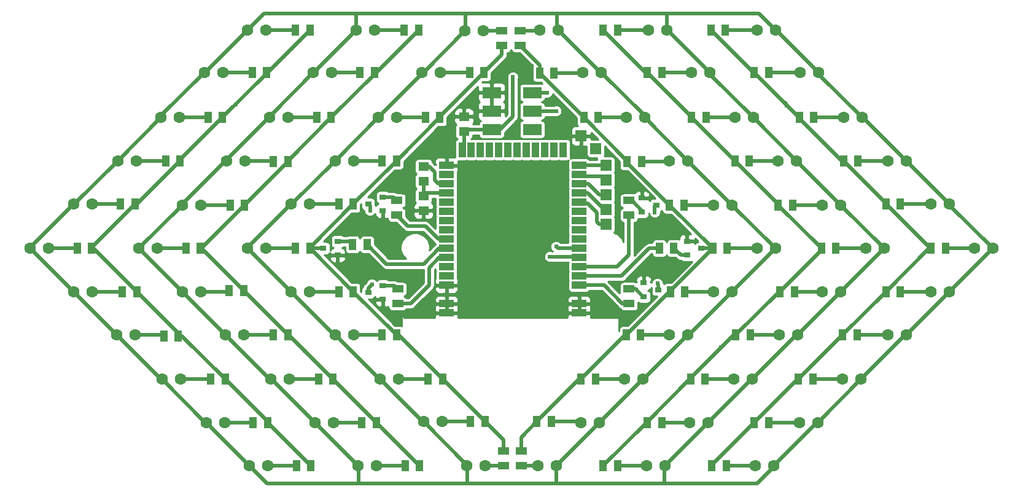
<source format=gbl>
%TF.GenerationSoftware,KiCad,Pcbnew,5.1.7-a382d34a8~87~ubuntu20.04.1*%
%TF.CreationDate,2020-10-15T10:11:22+03:00*%
%TF.ProjectId,BL_PCB_latest,424c5f50-4342-45f6-9c61-746573742e6b,rev?*%
%TF.SameCoordinates,Original*%
%TF.FileFunction,Copper,L2,Bot*%
%TF.FilePolarity,Positive*%
%FSLAX46Y46*%
G04 Gerber Fmt 4.6, Leading zero omitted, Abs format (unit mm)*
G04 Created by KiCad (PCBNEW 5.1.7-a382d34a8~87~ubuntu20.04.1) date 2020-10-15 10:11:22*
%MOMM*%
%LPD*%
G01*
G04 APERTURE LIST*
%TA.AperFunction,SMDPad,CuDef*%
%ADD10R,0.900000X0.800000*%
%TD*%
%TA.AperFunction,ComponentPad*%
%ADD11R,1.524000X1.524000*%
%TD*%
%TA.AperFunction,SMDPad,CuDef*%
%ADD12R,2.540000X1.524000*%
%TD*%
%TA.AperFunction,SMDPad,CuDef*%
%ADD13R,1.470000X1.160000*%
%TD*%
%TA.AperFunction,SMDPad,CuDef*%
%ADD14R,2.000000X1.000000*%
%TD*%
%TA.AperFunction,SMDPad,CuDef*%
%ADD15R,1.000000X2.000000*%
%TD*%
%TA.AperFunction,SMDPad,CuDef*%
%ADD16R,1.000000X1.550000*%
%TD*%
%TA.AperFunction,SMDPad,CuDef*%
%ADD17R,1.550000X1.000000*%
%TD*%
%TA.AperFunction,ComponentPad*%
%ADD18C,1.600000*%
%TD*%
%TA.AperFunction,ViaPad*%
%ADD19C,0.610000*%
%TD*%
%TA.AperFunction,Conductor*%
%ADD20C,0.508000*%
%TD*%
%TA.AperFunction,Conductor*%
%ADD21C,0.250000*%
%TD*%
%TA.AperFunction,Conductor*%
%ADD22C,0.254000*%
%TD*%
%TA.AperFunction,Conductor*%
%ADD23C,0.100000*%
%TD*%
G04 APERTURE END LIST*
D10*
%TO.P,Q5,3*%
%TO.N,Q5_3*%
X133239000Y-70485000D03*
%TO.P,Q5,2*%
%TO.N,GND*%
X135239000Y-71435000D03*
%TO.P,Q5,1*%
%TO.N,R49_2*%
X135239000Y-69535000D03*
%TD*%
%TO.P,Q4,3*%
%TO.N,Q4_3*%
X127016000Y-64389000D03*
%TO.P,Q4,2*%
%TO.N,GND*%
X129016000Y-65339000D03*
%TO.P,Q4,1*%
%TO.N,R37_2*%
X129016000Y-63439000D03*
%TD*%
%TO.P,Q6,3*%
%TO.N,Q6_3*%
X133239000Y-58293000D03*
%TO.P,Q6,2*%
%TO.N,GND*%
X135239000Y-59243000D03*
%TO.P,Q6,1*%
%TO.N,R61_2*%
X135239000Y-57343000D03*
%TD*%
%TO.P,Q2,3*%
%TO.N,Q2_3*%
X173212000Y-70104000D03*
%TO.P,Q2,2*%
%TO.N,GND*%
X171212000Y-69154000D03*
%TO.P,Q2,1*%
%TO.N,R13_2*%
X171212000Y-71054000D03*
%TD*%
%TO.P,Q3,3*%
%TO.N,R25_1*%
X179181000Y-64389000D03*
%TO.P,Q3,2*%
%TO.N,GND*%
X177181000Y-63439000D03*
%TO.P,Q3,1*%
%TO.N,Q3_1*%
X177181000Y-65339000D03*
%TD*%
%TO.P,Q1,3*%
%TO.N,R1_1*%
X172958000Y-58420000D03*
%TO.P,Q1,2*%
%TO.N,GND*%
X170958000Y-57470000D03*
%TO.P,Q1,1*%
%TO.N,Q1_1*%
X170958000Y-59370000D03*
%TD*%
D11*
%TO.P,,1*%
%TO.N,N$23427*%
X165989000Y-52959000D03*
%TD*%
%TO.P,,1*%
%TO.N,N$23430*%
X165989000Y-54991000D03*
%TD*%
%TO.P,,1*%
%TO.N,N$23433*%
X165989000Y-57023000D03*
%TD*%
%TO.P,,1*%
%TO.N,N$23436*%
X165989000Y-59055000D03*
%TD*%
%TO.P,,1*%
%TO.N,N$23439*%
X165989000Y-61087000D03*
%TD*%
%TO.P,,2*%
%TO.N,GND*%
X162560000Y-48895000D03*
%TD*%
%TO.P,,3*%
%TO.N,+3V3*%
X164592000Y-50673000D03*
%TD*%
D12*
%TO.P,J2,1*%
%TO.N,+3V3*%
X150241000Y-48006000D03*
%TO.P,J2,2*%
%TO.N,GND*%
X150241000Y-45466000D03*
%TO.P,J2,3*%
X150241000Y-42926000D03*
%TO.P,J2,4*%
%TO.N,SWDIO*%
X155829000Y-42926000D03*
%TO.P,J2,5*%
%TO.N,SWCLK*%
X155829000Y-45466000D03*
%TO.P,J2,6*%
%TO.N,N/C*%
X155829000Y-48006000D03*
%TD*%
D13*
%TO.P,L1,1*%
%TO.N,C7_2*%
X140843000Y-55118000D03*
%TO.P,L1,2*%
%TO.N,L1_2*%
X140843000Y-53086000D03*
%TD*%
%TO.P,C7,1*%
%TO.N,GND*%
X140843000Y-59182000D03*
%TO.P,C7,2*%
%TO.N,C7_2*%
X140843000Y-57150000D03*
%TD*%
%TO.P,C8,1*%
%TO.N,GND*%
X146431000Y-46228000D03*
%TO.P,C8,2*%
%TO.N,+3V3*%
X146431000Y-48260000D03*
%TD*%
D14*
%TO.P,U1,14*%
%TO.N,N/C*%
X144018000Y-54229000D03*
%TO.P,U1,13*%
%TO.N,L1_2*%
X144018000Y-55499000D03*
%TO.P,U1,12*%
%TO.N,C7_2*%
X144018000Y-56769000D03*
%TO.P,U1,11*%
%TO.N,N/C*%
X144018000Y-58039000D03*
%TO.P,U1,10*%
X144018000Y-59309000D03*
%TO.P,U1,9*%
X144018000Y-60579000D03*
%TO.P,U1,8*%
X144018000Y-61849000D03*
%TO.P,U1,7*%
%TO.N,AR3*%
X144018000Y-63119000D03*
%TO.P,U1,6*%
%TO.N,AR1*%
X144018000Y-64389000D03*
%TO.P,U1,5*%
%TO.N,AR2*%
X144018000Y-65659000D03*
%TO.P,U1,4*%
%TO.N,N/C*%
X144018000Y-66929000D03*
%TO.P,U1,3*%
X144018000Y-68199000D03*
%TO.P,U1,2*%
%TO.N,GND*%
X144018000Y-69469000D03*
%TO.P,U1,15*%
X144018000Y-52959000D03*
%TO.P,U1,1*%
X144018000Y-72009000D03*
%TO.P,U1,0*%
X144018000Y-73279000D03*
%TO.P,U1,29*%
%TO.N,N$23430*%
X162306000Y-54229000D03*
%TO.P,U1,30*%
%TO.N,N$23433*%
X162306000Y-55499000D03*
%TO.P,U1,31*%
%TO.N,N$23436*%
X162306000Y-56769000D03*
%TO.P,U1,32*%
%TO.N,N$23439*%
X162306000Y-58039000D03*
%TO.P,U1,33*%
%TO.N,N/C*%
X162306000Y-59309000D03*
%TO.P,U1,34*%
X162306000Y-60579000D03*
%TO.P,U1,35*%
X162306000Y-61849000D03*
%TO.P,U1,36*%
X162306000Y-63119000D03*
%TO.P,U1,37*%
%TO.N,SWCLK*%
X162306000Y-64389000D03*
%TO.P,U1,38*%
%TO.N,SWDIO*%
X162306000Y-65659000D03*
%TO.P,U1,39*%
%TO.N,AL1*%
X162306000Y-66929000D03*
%TO.P,U1,40*%
%TO.N,AL3*%
X162306000Y-68199000D03*
%TO.P,U1,41*%
%TO.N,AL2*%
X162306000Y-69469000D03*
%TO.P,U1,28*%
%TO.N,N$23427*%
X162306000Y-52959000D03*
%TO.P,U1,42*%
%TO.N,GND*%
X162306000Y-72009000D03*
%TO.P,U1,43*%
X162306000Y-73279000D03*
D15*
%TO.P,U1,16*%
%TO.N,+3V3*%
X146177000Y-50802000D03*
%TO.P,U1,17*%
%TO.N,N/C*%
X147434000Y-50802000D03*
%TO.P,U1,18*%
X148704000Y-50802000D03*
%TO.P,U1,19*%
X149974000Y-50802000D03*
%TO.P,U1,20*%
X151244000Y-50802000D03*
%TO.P,U1,21*%
X152514000Y-50802000D03*
%TO.P,U1,22*%
X153784000Y-50802000D03*
%TO.P,U1,23*%
X155054000Y-50802000D03*
%TO.P,U1,24*%
X156324000Y-50802000D03*
%TO.P,U1,25*%
X157594000Y-50802000D03*
%TO.P,U1,26*%
X158864000Y-50802000D03*
%TO.P,U1,27*%
X160134000Y-50802000D03*
%TD*%
D16*
%TO.P,R34,2*%
%TO.N,LED32_2*%
X158480000Y-88265000D03*
%TO.P,R34,1*%
%TO.N,R25_1*%
X156480000Y-88265000D03*
%TD*%
%TO.P,R33,2*%
%TO.N,LED31_2*%
X164576000Y-82423000D03*
%TO.P,R33,1*%
%TO.N,R25_1*%
X162576000Y-82423000D03*
%TD*%
%TO.P,R32,2*%
%TO.N,LED30_2*%
X170799000Y-76327000D03*
%TO.P,R32,1*%
%TO.N,R25_1*%
X168799000Y-76327000D03*
%TD*%
%TO.P,R31,2*%
%TO.N,LED29_2*%
X176895000Y-70358000D03*
%TO.P,R31,1*%
%TO.N,R25_1*%
X174895000Y-70358000D03*
%TD*%
%TO.P,R30,2*%
%TO.N,LED28_2*%
X182737000Y-64389000D03*
%TO.P,R30,1*%
%TO.N,R25_1*%
X180737000Y-64389000D03*
%TD*%
%TO.P,R29,2*%
%TO.N,LED27_2*%
X176768000Y-58420000D03*
%TO.P,R29,1*%
%TO.N,R25_1*%
X174768000Y-58420000D03*
%TD*%
%TO.P,R28,2*%
%TO.N,LED26_2*%
X170926000Y-52451000D03*
%TO.P,R28,1*%
%TO.N,R25_1*%
X168926000Y-52451000D03*
%TD*%
%TO.P,R36,2*%
%TO.N,Q3_1*%
X175371000Y-64389000D03*
%TO.P,R36,1*%
%TO.N,AL3*%
X173371000Y-64389000D03*
%TD*%
D17*
%TO.P,R35,2*%
%TO.N,LED33_2*%
X154305000Y-94345000D03*
%TO.P,R35,1*%
%TO.N,R25_1*%
X154305000Y-92345000D03*
%TD*%
D16*
%TO.P,R27,2*%
%TO.N,LED25_2*%
X164957000Y-46355000D03*
%TO.P,R27,1*%
%TO.N,R25_1*%
X162957000Y-46355000D03*
%TD*%
%TO.P,R26,2*%
%TO.N,LED24_2*%
X158861000Y-40259000D03*
%TO.P,R26,1*%
%TO.N,R25_1*%
X156861000Y-40259000D03*
%TD*%
D17*
%TO.P,R25,2*%
%TO.N,LED23_2*%
X154178000Y-34433000D03*
%TO.P,R25,1*%
%TO.N,R25_1*%
X154178000Y-36433000D03*
%TD*%
%TO.P,R48,2*%
%TO.N,R48_2*%
X151638000Y-34433000D03*
%TO.P,R48,1*%
%TO.N,Q4_3*%
X151638000Y-36433000D03*
%TD*%
D16*
%TO.P,R37,2*%
%TO.N,R37_2*%
X131080000Y-63881000D03*
%TO.P,R37,1*%
%TO.N,AR1*%
X133080000Y-63881000D03*
%TD*%
D17*
%TO.P,R38,2*%
%TO.N,R38_2*%
X151892000Y-94345000D03*
%TO.P,R38,1*%
%TO.N,Q4_3*%
X151892000Y-92345000D03*
%TD*%
D16*
%TO.P,R39,2*%
%TO.N,R39_2*%
X147336000Y-88265000D03*
%TO.P,R39,1*%
%TO.N,Q4_3*%
X149336000Y-88265000D03*
%TD*%
%TO.P,R40,2*%
%TO.N,R40_2*%
X141494000Y-82423000D03*
%TO.P,R40,1*%
%TO.N,Q4_3*%
X143494000Y-82423000D03*
%TD*%
%TO.P,R41,2*%
%TO.N,R41_2*%
X135144000Y-76327000D03*
%TO.P,R41,1*%
%TO.N,Q4_3*%
X137144000Y-76327000D03*
%TD*%
%TO.P,R42,2*%
%TO.N,R42_2*%
X129175000Y-70358000D03*
%TO.P,R42,1*%
%TO.N,Q4_3*%
X131175000Y-70358000D03*
%TD*%
%TO.P,R43,2*%
%TO.N,R43_2*%
X123206000Y-64389000D03*
%TO.P,R43,1*%
%TO.N,Q4_3*%
X125206000Y-64389000D03*
%TD*%
%TO.P,R44,2*%
%TO.N,R44_2*%
X129175000Y-58293000D03*
%TO.P,R44,1*%
%TO.N,Q4_3*%
X131175000Y-58293000D03*
%TD*%
%TO.P,R45,2*%
%TO.N,R45_2*%
X135144000Y-52324000D03*
%TO.P,R45,1*%
%TO.N,Q4_3*%
X137144000Y-52324000D03*
%TD*%
%TO.P,R46,2*%
%TO.N,R46_2*%
X141113000Y-46355000D03*
%TO.P,R46,1*%
%TO.N,Q4_3*%
X143113000Y-46355000D03*
%TD*%
%TO.P,R47,2*%
%TO.N,R47_2*%
X147209000Y-40132000D03*
%TO.P,R47,1*%
%TO.N,Q4_3*%
X149209000Y-40132000D03*
%TD*%
D17*
%TO.P,R49,2*%
%TO.N,R49_2*%
X137287000Y-69993000D03*
%TO.P,R49,1*%
%TO.N,AR2*%
X137287000Y-71993000D03*
%TD*%
D16*
%TO.P,R50,2*%
%TO.N,R50_2*%
X138319000Y-94361000D03*
%TO.P,R50,1*%
%TO.N,Q5_3*%
X140319000Y-94361000D03*
%TD*%
%TO.P,R51,2*%
%TO.N,R51_2*%
X132350000Y-88392000D03*
%TO.P,R51,1*%
%TO.N,Q5_3*%
X134350000Y-88392000D03*
%TD*%
%TO.P,R52,2*%
%TO.N,R52_2*%
X126381000Y-82423000D03*
%TO.P,R52,1*%
%TO.N,Q5_3*%
X128381000Y-82423000D03*
%TD*%
%TO.P,R53,2*%
%TO.N,R53_2*%
X120158000Y-76327000D03*
%TO.P,R53,1*%
%TO.N,Q5_3*%
X122158000Y-76327000D03*
%TD*%
%TO.P,R54,2*%
%TO.N,R54_2*%
X114062000Y-70231000D03*
%TO.P,R54,1*%
%TO.N,Q5_3*%
X116062000Y-70231000D03*
%TD*%
%TO.P,R55,2*%
%TO.N,R55_2*%
X108093000Y-64389000D03*
%TO.P,R55,1*%
%TO.N,Q5_3*%
X110093000Y-64389000D03*
%TD*%
%TO.P,R56,2*%
%TO.N,R56_2*%
X114189000Y-58420000D03*
%TO.P,R56,1*%
%TO.N,Q5_3*%
X116189000Y-58420000D03*
%TD*%
%TO.P,R57,2*%
%TO.N,R57_2*%
X120158000Y-52451000D03*
%TO.P,R57,1*%
%TO.N,Q5_3*%
X122158000Y-52451000D03*
%TD*%
%TO.P,R58,2*%
%TO.N,R58_2*%
X126127000Y-46355000D03*
%TO.P,R58,1*%
%TO.N,Q5_3*%
X128127000Y-46355000D03*
%TD*%
%TO.P,R59,2*%
%TO.N,R59_2*%
X132096000Y-40132000D03*
%TO.P,R59,1*%
%TO.N,Q5_3*%
X134096000Y-40132000D03*
%TD*%
%TO.P,R60,2*%
%TO.N,R60_2*%
X138192000Y-34290000D03*
%TO.P,R60,1*%
%TO.N,Q5_3*%
X140192000Y-34290000D03*
%TD*%
D17*
%TO.P,R61,2*%
%TO.N,R61_2*%
X137160000Y-57801000D03*
%TO.P,R61,1*%
%TO.N,AR3*%
X137160000Y-59801000D03*
%TD*%
D16*
%TO.P,R62,2*%
%TO.N,R62_2*%
X123333000Y-94361000D03*
%TO.P,R62,1*%
%TO.N,Q6_3*%
X125333000Y-94361000D03*
%TD*%
%TO.P,R63,2*%
%TO.N,R63_2*%
X117364000Y-88392000D03*
%TO.P,R63,1*%
%TO.N,Q6_3*%
X119364000Y-88392000D03*
%TD*%
%TO.P,R64,2*%
%TO.N,R64_2*%
X111522000Y-82423000D03*
%TO.P,R64,1*%
%TO.N,Q6_3*%
X113522000Y-82423000D03*
%TD*%
%TO.P,R65,2*%
%TO.N,R65_2*%
X105045000Y-76454000D03*
%TO.P,R65,1*%
%TO.N,Q6_3*%
X107045000Y-76454000D03*
%TD*%
%TO.P,R66,2*%
%TO.N,R66_2*%
X99330000Y-70358000D03*
%TO.P,R66,1*%
%TO.N,Q6_3*%
X101330000Y-70358000D03*
%TD*%
%TO.P,R67,2*%
%TO.N,R67_2*%
X93107000Y-64389000D03*
%TO.P,R67,1*%
%TO.N,Q6_3*%
X95107000Y-64389000D03*
%TD*%
%TO.P,R68,2*%
%TO.N,R68_2*%
X99076000Y-58293000D03*
%TO.P,R68,1*%
%TO.N,Q6_3*%
X101076000Y-58293000D03*
%TD*%
%TO.P,R69,2*%
%TO.N,R69_2*%
X105299000Y-52324000D03*
%TO.P,R69,1*%
%TO.N,Q6_3*%
X107299000Y-52324000D03*
%TD*%
%TO.P,R70,2*%
%TO.N,R70_2*%
X111141000Y-46355000D03*
%TO.P,R70,1*%
%TO.N,Q6_3*%
X113141000Y-46355000D03*
%TD*%
%TO.P,R71,2*%
%TO.N,R71_2*%
X117237000Y-40132000D03*
%TO.P,R71,1*%
%TO.N,Q6_3*%
X119237000Y-40132000D03*
%TD*%
%TO.P,R72,2*%
%TO.N,R72_2*%
X123206000Y-34290000D03*
%TO.P,R72,1*%
%TO.N,Q6_3*%
X125206000Y-34290000D03*
%TD*%
%TO.P,R2,2*%
%TO.N,LED2_2*%
X188452000Y-40132000D03*
%TO.P,R2,1*%
%TO.N,R1_1*%
X186452000Y-40132000D03*
%TD*%
D17*
%TO.P,R12,2*%
%TO.N,Q1_1*%
X169164000Y-57801000D03*
%TO.P,R12,1*%
%TO.N,AL1*%
X169164000Y-59801000D03*
%TD*%
D16*
%TO.P,R11,2*%
%TO.N,LED11_2*%
X182610000Y-94361000D03*
%TO.P,R11,1*%
%TO.N,R1_1*%
X180610000Y-94361000D03*
%TD*%
%TO.P,R10,2*%
%TO.N,LED10_2*%
X188452000Y-88392000D03*
%TO.P,R10,1*%
%TO.N,R1_1*%
X186452000Y-88392000D03*
%TD*%
%TO.P,R9,2*%
%TO.N,LED9_2*%
X194548000Y-82423000D03*
%TO.P,R9,1*%
%TO.N,R1_1*%
X192548000Y-82423000D03*
%TD*%
%TO.P,R8,2*%
%TO.N,LED8_2*%
X200644000Y-76327000D03*
%TO.P,R8,1*%
%TO.N,R1_1*%
X198644000Y-76327000D03*
%TD*%
%TO.P,R7,2*%
%TO.N,LED7_2*%
X206613000Y-70358000D03*
%TO.P,R7,1*%
%TO.N,R1_1*%
X204613000Y-70358000D03*
%TD*%
%TO.P,R6,2*%
%TO.N,LED6_2*%
X212836000Y-64389000D03*
%TO.P,R6,1*%
%TO.N,R1_1*%
X210836000Y-64389000D03*
%TD*%
%TO.P,R5,2*%
%TO.N,LED5_2*%
X206613000Y-58293000D03*
%TO.P,R5,1*%
%TO.N,R1_1*%
X204613000Y-58293000D03*
%TD*%
%TO.P,R4,2*%
%TO.N,LED4_2*%
X200771000Y-52324000D03*
%TO.P,R4,1*%
%TO.N,R1_1*%
X198771000Y-52324000D03*
%TD*%
%TO.P,R1,2*%
%TO.N,LED1_2*%
X182483000Y-34290000D03*
%TO.P,R1,1*%
%TO.N,R1_1*%
X180483000Y-34290000D03*
%TD*%
%TO.P,R3,2*%
%TO.N,LED3_2*%
X194675000Y-46355000D03*
%TO.P,R3,1*%
%TO.N,R1_1*%
X192675000Y-46355000D03*
%TD*%
D17*
%TO.P,R13,2*%
%TO.N,R13_2*%
X169164000Y-69993000D03*
%TO.P,R13,1*%
%TO.N,AL2*%
X169164000Y-71993000D03*
%TD*%
D16*
%TO.P,R14,2*%
%TO.N,R14_2*%
X167624000Y-94361000D03*
%TO.P,R14,1*%
%TO.N,Q2_3*%
X165624000Y-94361000D03*
%TD*%
%TO.P,R15,2*%
%TO.N,R15_2*%
X173720000Y-88392000D03*
%TO.P,R15,1*%
%TO.N,Q2_3*%
X171720000Y-88392000D03*
%TD*%
%TO.P,R16,2*%
%TO.N,R16_2*%
X179689000Y-82423000D03*
%TO.P,R16,1*%
%TO.N,Q2_3*%
X177689000Y-82423000D03*
%TD*%
%TO.P,R17,2*%
%TO.N,R17_2*%
X185912000Y-76327000D03*
%TO.P,R17,1*%
%TO.N,Q2_3*%
X183912000Y-76327000D03*
%TD*%
%TO.P,R18,2*%
%TO.N,R18_2*%
X192008000Y-70358000D03*
%TO.P,R18,1*%
%TO.N,Q2_3*%
X190008000Y-70358000D03*
%TD*%
%TO.P,R19,2*%
%TO.N,R19_2*%
X197723000Y-64389000D03*
%TO.P,R19,1*%
%TO.N,Q2_3*%
X195723000Y-64389000D03*
%TD*%
%TO.P,R20,2*%
%TO.N,R20_2*%
X191754000Y-58420000D03*
%TO.P,R20,1*%
%TO.N,Q2_3*%
X189754000Y-58420000D03*
%TD*%
%TO.P,R21,2*%
%TO.N,R21_2*%
X185785000Y-52324000D03*
%TO.P,R21,1*%
%TO.N,Q2_3*%
X183785000Y-52324000D03*
%TD*%
%TO.P,R22,2*%
%TO.N,R22_2*%
X179816000Y-46355000D03*
%TO.P,R22,1*%
%TO.N,Q2_3*%
X177816000Y-46355000D03*
%TD*%
%TO.P,R23,2*%
%TO.N,R23_2*%
X173720000Y-40132000D03*
%TO.P,R23,1*%
%TO.N,Q2_3*%
X171720000Y-40132000D03*
%TD*%
%TO.P,R24,2*%
%TO.N,R24_2*%
X167624000Y-34290000D03*
%TO.P,R24,1*%
%TO.N,Q2_3*%
X165624000Y-34290000D03*
%TD*%
D18*
%TO.P,LED30,1*%
%TO.N,+3V3*%
X177292000Y-76327000D03*
%TO.P,LED30,2*%
%TO.N,LED30_2*%
X174752000Y-76327000D03*
%TD*%
%TO.P,LED23,1*%
%TO.N,+3V3*%
X159385000Y-34290000D03*
%TO.P,LED23,2*%
%TO.N,LED23_2*%
X156845000Y-34290000D03*
%TD*%
%TO.P,LED24,1*%
%TO.N,+3V3*%
X165354000Y-40132000D03*
%TO.P,LED24,2*%
%TO.N,LED24_2*%
X162814000Y-40132000D03*
%TD*%
%TO.P,LED25,1*%
%TO.N,+3V3*%
X171323000Y-46355000D03*
%TO.P,LED25,2*%
%TO.N,LED25_2*%
X168783000Y-46355000D03*
%TD*%
%TO.P,LED26,1*%
%TO.N,+3V3*%
X177292000Y-52324000D03*
%TO.P,LED26,2*%
%TO.N,LED26_2*%
X174752000Y-52324000D03*
%TD*%
%TO.P,LED27,1*%
%TO.N,+3V3*%
X183388000Y-58420000D03*
%TO.P,LED27,2*%
%TO.N,LED27_2*%
X180848000Y-58420000D03*
%TD*%
%TO.P,LED28,1*%
%TO.N,+3V3*%
X189357000Y-64389000D03*
%TO.P,LED28,2*%
%TO.N,LED28_2*%
X186817000Y-64389000D03*
%TD*%
%TO.P,LED29,1*%
%TO.N,+3V3*%
X183388000Y-70358000D03*
%TO.P,LED29,2*%
%TO.N,LED29_2*%
X180848000Y-70358000D03*
%TD*%
%TO.P,LED31,1*%
%TO.N,+3V3*%
X171069000Y-82423000D03*
%TO.P,LED31,2*%
%TO.N,LED31_2*%
X168529000Y-82423000D03*
%TD*%
%TO.P,LED32,1*%
%TO.N,+3V3*%
X165100000Y-88392000D03*
%TO.P,LED32,2*%
%TO.N,LED32_2*%
X162560000Y-88392000D03*
%TD*%
%TO.P,LED33,1*%
%TO.N,+3V3*%
X159131000Y-94361000D03*
%TO.P,LED33,2*%
%TO.N,LED33_2*%
X156591000Y-94361000D03*
%TD*%
%TO.P,LED34,1*%
%TO.N,+3V3*%
X146812000Y-94361000D03*
%TO.P,LED34,2*%
%TO.N,R38_2*%
X149352000Y-94361000D03*
%TD*%
%TO.P,LED35,1*%
%TO.N,+3V3*%
X140843000Y-88265000D03*
%TO.P,LED35,2*%
%TO.N,R39_2*%
X143383000Y-88265000D03*
%TD*%
%TO.P,LED36,1*%
%TO.N,+3V3*%
X134874000Y-82423000D03*
%TO.P,LED36,2*%
%TO.N,R40_2*%
X137414000Y-82423000D03*
%TD*%
%TO.P,LED37,1*%
%TO.N,+3V3*%
X128651000Y-76327000D03*
%TO.P,LED37,2*%
%TO.N,R41_2*%
X131191000Y-76327000D03*
%TD*%
%TO.P,LED38,1*%
%TO.N,+3V3*%
X122555000Y-70358000D03*
%TO.P,LED38,2*%
%TO.N,R42_2*%
X125095000Y-70358000D03*
%TD*%
%TO.P,LED39,1*%
%TO.N,+3V3*%
X116586000Y-64389000D03*
%TO.P,LED39,2*%
%TO.N,R43_2*%
X119126000Y-64389000D03*
%TD*%
%TO.P,LED40,1*%
%TO.N,+3V3*%
X122555000Y-58293000D03*
%TO.P,LED40,2*%
%TO.N,R44_2*%
X125095000Y-58293000D03*
%TD*%
%TO.P,LED41,1*%
%TO.N,+3V3*%
X128651000Y-52324000D03*
%TO.P,LED41,2*%
%TO.N,R45_2*%
X131191000Y-52324000D03*
%TD*%
%TO.P,LED42,1*%
%TO.N,+3V3*%
X134620000Y-46355000D03*
%TO.P,LED42,2*%
%TO.N,R46_2*%
X137160000Y-46355000D03*
%TD*%
%TO.P,LED43,1*%
%TO.N,+3V3*%
X140589000Y-40132000D03*
%TO.P,LED43,2*%
%TO.N,R47_2*%
X143129000Y-40132000D03*
%TD*%
%TO.P,LED44,1*%
%TO.N,+3V3*%
X146558000Y-34417000D03*
%TO.P,LED44,2*%
%TO.N,R48_2*%
X149098000Y-34417000D03*
%TD*%
%TO.P,LED45,1*%
%TO.N,+3V3*%
X131826000Y-94361000D03*
%TO.P,LED45,2*%
%TO.N,R50_2*%
X134366000Y-94361000D03*
%TD*%
%TO.P,LED46,1*%
%TO.N,+3V3*%
X125857000Y-88392000D03*
%TO.P,LED46,2*%
%TO.N,R51_2*%
X128397000Y-88392000D03*
%TD*%
%TO.P,LED47,1*%
%TO.N,+3V3*%
X119761000Y-82423000D03*
%TO.P,LED47,2*%
%TO.N,R52_2*%
X122301000Y-82423000D03*
%TD*%
%TO.P,LED48,1*%
%TO.N,+3V3*%
X113538000Y-76327000D03*
%TO.P,LED48,2*%
%TO.N,R53_2*%
X116078000Y-76327000D03*
%TD*%
%TO.P,LED49,1*%
%TO.N,+3V3*%
X107569000Y-70358000D03*
%TO.P,LED49,2*%
%TO.N,R54_2*%
X110109000Y-70358000D03*
%TD*%
%TO.P,LED50,1*%
%TO.N,+3V3*%
X101600000Y-64389000D03*
%TO.P,LED50,2*%
%TO.N,R55_2*%
X104140000Y-64389000D03*
%TD*%
%TO.P,LED51,1*%
%TO.N,+3V3*%
X107569000Y-58420000D03*
%TO.P,LED51,2*%
%TO.N,R56_2*%
X110109000Y-58420000D03*
%TD*%
%TO.P,LED52,1*%
%TO.N,+3V3*%
X113665000Y-52324000D03*
%TO.P,LED52,2*%
%TO.N,R57_2*%
X116205000Y-52324000D03*
%TD*%
%TO.P,LED53,1*%
%TO.N,+3V3*%
X119634000Y-46355000D03*
%TO.P,LED53,2*%
%TO.N,R58_2*%
X122174000Y-46355000D03*
%TD*%
%TO.P,LED54,1*%
%TO.N,+3V3*%
X125603000Y-40132000D03*
%TO.P,LED54,2*%
%TO.N,R59_2*%
X128143000Y-40132000D03*
%TD*%
%TO.P,LED55,1*%
%TO.N,+3V3*%
X131572000Y-34290000D03*
%TO.P,LED55,2*%
%TO.N,R60_2*%
X134112000Y-34290000D03*
%TD*%
%TO.P,LED56,1*%
%TO.N,+3V3*%
X116840000Y-94361000D03*
%TO.P,LED56,2*%
%TO.N,R62_2*%
X119380000Y-94361000D03*
%TD*%
%TO.P,LED57,1*%
%TO.N,+3V3*%
X110871000Y-88392000D03*
%TO.P,LED57,2*%
%TO.N,R63_2*%
X113411000Y-88392000D03*
%TD*%
%TO.P,LED58,1*%
%TO.N,+3V3*%
X104775000Y-82423000D03*
%TO.P,LED58,2*%
%TO.N,R64_2*%
X107315000Y-82423000D03*
%TD*%
%TO.P,LED59,1*%
%TO.N,+3V3*%
X98552000Y-76327000D03*
%TO.P,LED59,2*%
%TO.N,R65_2*%
X101092000Y-76327000D03*
%TD*%
%TO.P,LED60,1*%
%TO.N,+3V3*%
X92583000Y-70358000D03*
%TO.P,LED60,2*%
%TO.N,R66_2*%
X95123000Y-70358000D03*
%TD*%
%TO.P,LED61,1*%
%TO.N,+3V3*%
X86614000Y-64389000D03*
%TO.P,LED61,2*%
%TO.N,R67_2*%
X89154000Y-64389000D03*
%TD*%
%TO.P,LED62,1*%
%TO.N,+3V3*%
X92583000Y-58293000D03*
%TO.P,LED62,2*%
%TO.N,R68_2*%
X95123000Y-58293000D03*
%TD*%
%TO.P,LED63,1*%
%TO.N,+3V3*%
X98679000Y-52324000D03*
%TO.P,LED63,2*%
%TO.N,R69_2*%
X101219000Y-52324000D03*
%TD*%
%TO.P,LED64,1*%
%TO.N,+3V3*%
X104648000Y-46355000D03*
%TO.P,LED64,2*%
%TO.N,R70_2*%
X107188000Y-46355000D03*
%TD*%
%TO.P,LED65,1*%
%TO.N,+3V3*%
X110617000Y-40132000D03*
%TO.P,LED65,2*%
%TO.N,R71_2*%
X113157000Y-40132000D03*
%TD*%
%TO.P,LED66,1*%
%TO.N,+3V3*%
X116586000Y-34290000D03*
%TO.P,LED66,2*%
%TO.N,R72_2*%
X119126000Y-34290000D03*
%TD*%
%TO.P,LED7,1*%
%TO.N,+3V3*%
X213360000Y-70358000D03*
%TO.P,LED7,2*%
%TO.N,LED7_2*%
X210820000Y-70358000D03*
%TD*%
%TO.P,LED2,1*%
%TO.N,+3V3*%
X195326000Y-40132000D03*
%TO.P,LED2,2*%
%TO.N,LED2_2*%
X192786000Y-40132000D03*
%TD*%
%TO.P,LED10,1*%
%TO.N,+3V3*%
X195199000Y-88392000D03*
%TO.P,LED10,2*%
%TO.N,LED10_2*%
X192659000Y-88392000D03*
%TD*%
%TO.P,LED9,1*%
%TO.N,+3V3*%
X201168000Y-82423000D03*
%TO.P,LED9,2*%
%TO.N,LED9_2*%
X198628000Y-82423000D03*
%TD*%
%TO.P,LED8,1*%
%TO.N,+3V3*%
X207391000Y-76327000D03*
%TO.P,LED8,2*%
%TO.N,LED8_2*%
X204851000Y-76327000D03*
%TD*%
%TO.P,LED11,1*%
%TO.N,+3V3*%
X189103000Y-94361000D03*
%TO.P,LED11,2*%
%TO.N,LED11_2*%
X186563000Y-94361000D03*
%TD*%
%TO.P,LED6,1*%
%TO.N,+3V3*%
X219329000Y-64389000D03*
%TO.P,LED6,2*%
%TO.N,LED6_2*%
X216789000Y-64389000D03*
%TD*%
%TO.P,LED5,1*%
%TO.N,+3V3*%
X213360000Y-58293000D03*
%TO.P,LED5,2*%
%TO.N,LED5_2*%
X210820000Y-58293000D03*
%TD*%
%TO.P,LED4,1*%
%TO.N,+3V3*%
X207391000Y-52324000D03*
%TO.P,LED4,2*%
%TO.N,LED4_2*%
X204851000Y-52324000D03*
%TD*%
%TO.P,LED3,1*%
%TO.N,+3V3*%
X201295000Y-46355000D03*
%TO.P,LED3,2*%
%TO.N,LED3_2*%
X198755000Y-46355000D03*
%TD*%
%TO.P,LED1,1*%
%TO.N,+3V3*%
X189357000Y-34290000D03*
%TO.P,LED1,2*%
%TO.N,LED1_2*%
X186817000Y-34290000D03*
%TD*%
%TO.P,LED12,1*%
%TO.N,+3V3*%
X174117000Y-94361000D03*
%TO.P,LED12,2*%
%TO.N,R14_2*%
X171577000Y-94361000D03*
%TD*%
%TO.P,LED13,1*%
%TO.N,+3V3*%
X180086000Y-88392000D03*
%TO.P,LED13,2*%
%TO.N,R15_2*%
X177546000Y-88392000D03*
%TD*%
%TO.P,LED14,1*%
%TO.N,+3V3*%
X186182000Y-82423000D03*
%TO.P,LED14,2*%
%TO.N,R16_2*%
X183642000Y-82423000D03*
%TD*%
%TO.P,LED15,1*%
%TO.N,+3V3*%
X192405000Y-76327000D03*
%TO.P,LED15,2*%
%TO.N,R17_2*%
X189865000Y-76327000D03*
%TD*%
%TO.P,LED16,1*%
%TO.N,+3V3*%
X198374000Y-70358000D03*
%TO.P,LED16,2*%
%TO.N,R18_2*%
X195834000Y-70358000D03*
%TD*%
%TO.P,LED17,1*%
%TO.N,+3V3*%
X204343000Y-64389000D03*
%TO.P,LED17,2*%
%TO.N,R19_2*%
X201803000Y-64389000D03*
%TD*%
%TO.P,LED18,1*%
%TO.N,+3V3*%
X198374000Y-58420000D03*
%TO.P,LED18,2*%
%TO.N,R20_2*%
X195834000Y-58420000D03*
%TD*%
%TO.P,LED19,1*%
%TO.N,+3V3*%
X192278000Y-52324000D03*
%TO.P,LED19,2*%
%TO.N,R21_2*%
X189738000Y-52324000D03*
%TD*%
%TO.P,LED20,1*%
%TO.N,+3V3*%
X186309000Y-46355000D03*
%TO.P,LED20,2*%
%TO.N,R22_2*%
X183769000Y-46355000D03*
%TD*%
%TO.P,LED21,1*%
%TO.N,+3V3*%
X180340000Y-40132000D03*
%TO.P,LED21,2*%
%TO.N,R23_2*%
X177800000Y-40132000D03*
%TD*%
%TO.P,LED22,1*%
%TO.N,+3V3*%
X174371000Y-34290000D03*
%TO.P,LED22,2*%
%TO.N,R24_2*%
X171831000Y-34290000D03*
%TD*%
D19*
%TO.N,GND*%
X175514000Y-66802000D03*
X175387000Y-61087000D03*
X130302000Y-60706000D03*
X146939000Y-73215000D03*
X149013000Y-73215000D03*
X151088000Y-73215000D03*
X153162000Y-73215000D03*
X155236000Y-73215000D03*
X157311000Y-73215000D03*
X159385000Y-73215000D03*
X159385000Y-70104000D03*
X157311000Y-70104000D03*
X155236000Y-70104000D03*
X153162000Y-70104000D03*
X151088000Y-70104000D03*
X149013000Y-70104000D03*
X146939000Y-70104000D03*
X155236000Y-53975000D03*
X153162000Y-53975000D03*
X151088000Y-53975000D03*
X149013000Y-53975000D03*
X146939000Y-53975000D03*
X155236000Y-57023000D03*
X153162000Y-57023000D03*
X151088000Y-57023000D03*
X149013000Y-57023000D03*
X146939000Y-57023000D03*
X168910000Y-54864000D03*
X130302000Y-66548000D03*
%TO.N,+3V3*%
X153162000Y-40767000D03*
%TO.N,Q5_3*%
X133731000Y-69342000D03*
X124460000Y-78486000D03*
%TO.N,Q6_3*%
X133477000Y-59182000D03*
X114935000Y-44577000D03*
%TO.N,R1_1*%
X172720000Y-59436000D03*
X190881000Y-44704000D03*
%TO.N,Q2_3*%
X173101000Y-69215000D03*
X181864002Y-77978000D03*
%TO.N,SWCLK*%
X159131000Y-45466000D03*
X159131000Y-64135000D03*
%TO.N,SWDIO*%
X158242000Y-65532000D03*
X157861000Y-42926000D03*
%TD*%
D20*
%TO.N,+3V3*%
X150241000Y-48006000D02*
X151384000Y-48006000D01*
X151384000Y-48006000D02*
X153162000Y-46228000D01*
X153162000Y-46228000D02*
X153162000Y-40767000D01*
X131826000Y-94361000D02*
X131922000Y-94457000D01*
X131922000Y-94457000D02*
X131922000Y-96774000D01*
X146812000Y-94361000D02*
X146851000Y-94400000D01*
X146851000Y-94400000D02*
X146851000Y-96774000D01*
X159131000Y-94361000D02*
X159179000Y-94409000D01*
X159179000Y-94409000D02*
X159179000Y-96774000D01*
X174117000Y-94361000D02*
X174046000Y-94432000D01*
X174046000Y-94432000D02*
X174046000Y-96774000D01*
X189103000Y-94488000D02*
X186817000Y-96774000D01*
X186817000Y-96774000D02*
X119253000Y-96774000D01*
X119253000Y-96774000D02*
X116840000Y-94361000D01*
X131572000Y-34290000D02*
X131595000Y-32004000D01*
X146558000Y-34417000D02*
X146597000Y-34378000D01*
X146597000Y-34378000D02*
X146597000Y-32004000D01*
X159385000Y-34290000D02*
X159229000Y-34134000D01*
X159229000Y-34134000D02*
X159229000Y-32004000D01*
X174371000Y-34290000D02*
X174435000Y-34226000D01*
X174435000Y-34226000D02*
X174435000Y-32004000D01*
X189357000Y-34290000D02*
X187071000Y-32004000D01*
X187071000Y-32004000D02*
X118872000Y-32004000D01*
X118872000Y-32004000D02*
X116586000Y-34290000D01*
X131826000Y-94361000D02*
X125857000Y-88392000D01*
X140843000Y-88265000D02*
X146812000Y-94234000D01*
X146812000Y-94234000D02*
X146812000Y-94361000D01*
X134874000Y-82423000D02*
X140716000Y-88265000D01*
X140716000Y-88265000D02*
X140843000Y-88265000D01*
X128651000Y-76327000D02*
X134747000Y-82423000D01*
X134747000Y-82423000D02*
X134874000Y-82423000D01*
X116840000Y-94361000D02*
X110871000Y-88392000D01*
X125857000Y-88392000D02*
X119888000Y-82423000D01*
X119888000Y-82423000D02*
X119761000Y-82423000D01*
X113538000Y-76327000D02*
X119634000Y-82423000D01*
X119634000Y-82423000D02*
X119761000Y-82423000D01*
X104775000Y-82423000D02*
X110744000Y-88392000D01*
X110744000Y-88392000D02*
X110871000Y-88392000D01*
X98552000Y-76327000D02*
X104648000Y-82423000D01*
X104648000Y-82423000D02*
X104775000Y-82423000D01*
X122555000Y-70358000D02*
X128524000Y-76327000D01*
X128524000Y-76327000D02*
X128651000Y-76327000D01*
X116586000Y-64389000D02*
X122555000Y-70358000D01*
X122555000Y-58293000D02*
X116586000Y-64262000D01*
X116586000Y-64262000D02*
X116586000Y-64389000D01*
X128651000Y-52324000D02*
X122682000Y-58293000D01*
X122682000Y-58293000D02*
X122555000Y-58293000D01*
X134788000Y-46187000D02*
X128651000Y-52324000D01*
X141038000Y-39937000D02*
X134620000Y-46355000D01*
X146558000Y-34417000D02*
X140843000Y-40132000D01*
X140843000Y-40132000D02*
X140589000Y-40132000D01*
X107569000Y-70358000D02*
X113538000Y-76327000D01*
X101600000Y-64389000D02*
X107569000Y-70358000D01*
X107569000Y-58420000D02*
X101600000Y-64389000D01*
X113665000Y-52197000D02*
X107569000Y-58293000D01*
X107569000Y-58293000D02*
X107569000Y-58420000D01*
X119678000Y-46184000D02*
X113665000Y-52197000D01*
X113665000Y-52197000D02*
X113665000Y-52324000D01*
X125928000Y-39934000D02*
X119634000Y-46228000D01*
X119634000Y-46228000D02*
X119634000Y-46355000D01*
X131572000Y-34290000D02*
X125730000Y-40132000D01*
X125730000Y-40132000D02*
X125603000Y-40132000D01*
X92583000Y-70358000D02*
X98552000Y-76327000D01*
X86614000Y-64389000D02*
X92583000Y-70358000D01*
X92583000Y-58293000D02*
X86614000Y-64262000D01*
X86614000Y-64262000D02*
X86614000Y-64389000D01*
X98679000Y-52324000D02*
X92710000Y-58293000D01*
X92710000Y-58293000D02*
X92583000Y-58293000D01*
X104648000Y-46355000D02*
X98679000Y-52324000D01*
X110617000Y-40132000D02*
X104648000Y-46101000D01*
X104648000Y-46101000D02*
X104648000Y-46355000D01*
X116586000Y-34290000D02*
X110744000Y-40132000D01*
X110744000Y-40132000D02*
X110617000Y-40132000D01*
X165354000Y-40132000D02*
X165227000Y-40132000D01*
X165227000Y-40132000D02*
X159385000Y-34290000D01*
X171323000Y-46355000D02*
X171323000Y-46101000D01*
X171323000Y-46101000D02*
X165354000Y-40132000D01*
X177292000Y-52324000D02*
X171323000Y-46355000D01*
X183388000Y-58420000D02*
X177292000Y-52324000D01*
X189357000Y-64389000D02*
X183388000Y-58420000D01*
X183388000Y-70358000D02*
X189357000Y-64389000D01*
X177292000Y-76327000D02*
X177419000Y-76327000D01*
X177419000Y-76327000D02*
X183388000Y-70358000D01*
X171069000Y-82423000D02*
X171196000Y-82423000D01*
X171196000Y-82423000D02*
X177292000Y-76327000D01*
X165100000Y-88392000D02*
X171069000Y-82423000D01*
X159131000Y-94361000D02*
X165100000Y-88392000D01*
X180400000Y-88078000D02*
X174117000Y-94361000D01*
X186182000Y-82423000D02*
X186055000Y-82423000D01*
X186055000Y-82423000D02*
X180086000Y-88392000D01*
X192405000Y-76327000D02*
X192278000Y-76327000D01*
X192278000Y-76327000D02*
X186182000Y-82423000D01*
X198683000Y-70049000D02*
X192405000Y-76327000D01*
X204343000Y-64389000D02*
X198374000Y-70358000D01*
X198374000Y-58420000D02*
X204343000Y-64389000D01*
X192278000Y-52324000D02*
X198374000Y-58420000D01*
X186309000Y-46355000D02*
X192278000Y-52324000D01*
X180340000Y-40132000D02*
X180340000Y-40386000D01*
X180340000Y-40386000D02*
X186309000Y-46355000D01*
X174371000Y-34290000D02*
X174498000Y-34290000D01*
X174498000Y-34290000D02*
X180340000Y-40132000D01*
X195199000Y-88392000D02*
X195072000Y-88392000D01*
X195072000Y-88392000D02*
X189103000Y-94361000D01*
X201168000Y-82423000D02*
X195199000Y-88392000D01*
X207391000Y-76327000D02*
X207264000Y-76327000D01*
X207264000Y-76327000D02*
X201168000Y-82423000D01*
X213360000Y-70358000D02*
X207391000Y-76327000D01*
X219329000Y-64389000D02*
X213360000Y-70358000D01*
X213360000Y-58293000D02*
X213360000Y-58420000D01*
X213360000Y-58420000D02*
X219329000Y-64389000D01*
X207391000Y-52324000D02*
X213360000Y-58293000D01*
X201295000Y-46355000D02*
X201422000Y-46355000D01*
X201422000Y-46355000D02*
X207391000Y-52324000D01*
X195326000Y-40132000D02*
X195326000Y-40386000D01*
X195326000Y-40386000D02*
X201295000Y-46355000D01*
X189357000Y-34290000D02*
X189484000Y-34290000D01*
X189484000Y-34290000D02*
X195326000Y-40132000D01*
X146177000Y-50802000D02*
X146431000Y-50548000D01*
X146431000Y-50548000D02*
X146431000Y-48260000D01*
X146431000Y-48260000D02*
X146686000Y-48006000D01*
X146686000Y-48006000D02*
X150241000Y-48006000D01*
%TO.N,Q5_3*%
X134350000Y-88392000D02*
X140319000Y-94361000D01*
X128381000Y-82423000D02*
X134350000Y-88392000D01*
X122158000Y-76327000D02*
X122285000Y-76327000D01*
X122285000Y-76327000D02*
X128381000Y-82423000D01*
X116062000Y-70231000D02*
X122158000Y-76327000D01*
X110220000Y-64389000D02*
X116062000Y-70231000D01*
X116189000Y-58420000D02*
X110220000Y-64389000D01*
X110220000Y-64389000D02*
X110093000Y-64389000D01*
X122351000Y-52131000D02*
X122351000Y-52258000D01*
X122351000Y-52258000D02*
X116189000Y-58420000D01*
X128127000Y-46355000D02*
X122158000Y-52324000D01*
X122158000Y-52324000D02*
X122158000Y-52451000D01*
X134350000Y-40132000D02*
X128127000Y-46355000D01*
X140192000Y-34290000D02*
X134350000Y-40132000D01*
X134350000Y-40132000D02*
X134096000Y-40132000D01*
X133239000Y-69834000D02*
X133731000Y-69342000D01*
X133239000Y-70485000D02*
X133239000Y-69834000D01*
%TO.N,Q6_3*%
X114935000Y-44577000D02*
X114929000Y-44583000D01*
X114929000Y-44583000D02*
X114913000Y-44583000D01*
X119364000Y-88392000D02*
X125333000Y-94361000D01*
X113522000Y-82423000D02*
X119364000Y-88265000D01*
X119364000Y-88265000D02*
X119364000Y-88392000D01*
X107045000Y-76454000D02*
X107553000Y-76454000D01*
X107553000Y-76454000D02*
X113522000Y-82423000D01*
X101330000Y-70358000D02*
X107045000Y-76073000D01*
X107045000Y-76073000D02*
X107045000Y-76454000D01*
X95107000Y-64262000D02*
X95234000Y-64262000D01*
X95234000Y-64262000D02*
X101330000Y-70358000D01*
X101076000Y-58293000D02*
X95107000Y-64262000D01*
X95107000Y-64262000D02*
X95107000Y-64389000D01*
X107299000Y-52324000D02*
X101330000Y-58293000D01*
X101330000Y-58293000D02*
X101076000Y-58293000D01*
X113141000Y-46355000D02*
X107299000Y-52197000D01*
X107299000Y-52197000D02*
X107299000Y-52324000D01*
X119364000Y-40132000D02*
X113141000Y-46355000D01*
X125206000Y-34290000D02*
X119364000Y-40132000D01*
X119364000Y-40132000D02*
X119237000Y-40132000D01*
X133477000Y-58531000D02*
X133239000Y-58293000D01*
X133477000Y-59182000D02*
X133477000Y-58531000D01*
%TO.N,R1_1*%
X190881000Y-44704000D02*
X190881000Y-44561000D01*
X190881000Y-44561000D02*
X190568000Y-44248000D01*
X186452000Y-88392000D02*
X180610000Y-94234000D01*
X180610000Y-94234000D02*
X180610000Y-94361000D01*
X192548000Y-82423000D02*
X192421000Y-82423000D01*
X192421000Y-82423000D02*
X186452000Y-88392000D01*
X198644000Y-76327000D02*
X192548000Y-82423000D01*
X204613000Y-70358000D02*
X198644000Y-76327000D01*
X210836000Y-64389000D02*
X210582000Y-64389000D01*
X210582000Y-64389000D02*
X204613000Y-70358000D01*
X204613000Y-58293000D02*
X210709000Y-64389000D01*
X210709000Y-64389000D02*
X210836000Y-64389000D01*
X198771000Y-52324000D02*
X204613000Y-58166000D01*
X204613000Y-58166000D02*
X204613000Y-58293000D01*
X198771000Y-52324000D02*
X198517000Y-52324000D01*
X198517000Y-52324000D02*
X192548000Y-46355000D01*
X186452000Y-40132000D02*
X192548000Y-46228000D01*
X192548000Y-46228000D02*
X192548000Y-46355000D01*
X180483000Y-34290000D02*
X186325000Y-40132000D01*
X186325000Y-40132000D02*
X186452000Y-40132000D01*
D21*
X172720000Y-58531000D02*
X172958000Y-58293000D01*
D20*
X172720000Y-59436000D02*
X172720000Y-58531000D01*
%TO.N,Q2_3*%
X183785000Y-52324000D02*
X189754000Y-58293000D01*
X189754000Y-58293000D02*
X189754000Y-58420000D01*
X177816000Y-46355000D02*
X183785000Y-52324000D01*
X171720000Y-40132000D02*
X177816000Y-46228000D01*
X177816000Y-46228000D02*
X177816000Y-46355000D01*
X165624000Y-34290000D02*
X171466000Y-40132000D01*
X171466000Y-40132000D02*
X171720000Y-40132000D01*
X195723000Y-64389000D02*
X189754000Y-58420000D01*
X190008000Y-70358000D02*
X195723000Y-64643000D01*
X195723000Y-64643000D02*
X195723000Y-64389000D01*
X183912000Y-76327000D02*
X189881000Y-70358000D01*
X189881000Y-70358000D02*
X190008000Y-70358000D01*
X177562000Y-82423000D02*
X183658000Y-76327000D01*
X183658000Y-76327000D02*
X183912000Y-76327000D01*
X171593000Y-88392000D02*
X177562000Y-82423000D01*
X177562000Y-82423000D02*
X177689000Y-82423000D01*
X165624000Y-94361000D02*
X171593000Y-88392000D01*
X171593000Y-88392000D02*
X171720000Y-88392000D01*
D21*
X173212000Y-69326000D02*
X173101000Y-69215000D01*
D20*
X173212000Y-70088000D02*
X173212000Y-69326000D01*
X173228000Y-70104000D02*
X173212000Y-70088000D01*
%TO.N,SWCLK*%
X155829000Y-45466000D02*
X159131000Y-45466000D01*
X159131000Y-64135000D02*
X159385000Y-64389000D01*
X159385000Y-64389000D02*
X162306000Y-64389000D01*
%TO.N,SWDIO*%
X162306000Y-65659000D02*
X162179000Y-65532000D01*
X162179000Y-65532000D02*
X158242000Y-65532000D01*
X157861000Y-42926000D02*
X155829000Y-42926000D01*
%TO.N,AL1*%
X162306000Y-66929000D02*
X167513000Y-66929000D01*
X167513000Y-66929000D02*
X169164000Y-65278000D01*
X169164000Y-65278000D02*
X169164000Y-59801000D01*
%TO.N,N$23433*%
X165100000Y-57023000D02*
X165989000Y-57023000D01*
X163576000Y-55499000D02*
X165100000Y-57023000D01*
X162306000Y-55499000D02*
X163576000Y-55499000D01*
%TO.N,N$23427*%
X162306000Y-52959000D02*
X165989000Y-52959000D01*
%TO.N,N$23430*%
X162306000Y-54229000D02*
X162306000Y-54483000D01*
X162306000Y-54483000D02*
X165481000Y-54483000D01*
X165481000Y-54483000D02*
X165989000Y-54991000D01*
%TO.N,N$23439*%
X162306000Y-58039000D02*
X162433000Y-58166000D01*
X164719000Y-59436000D02*
X164719000Y-60706000D01*
X162433000Y-58166000D02*
X163449000Y-58166000D01*
X163449000Y-58166000D02*
X164719000Y-59436000D01*
X164719000Y-60706000D02*
X165100000Y-61087000D01*
X165100000Y-61087000D02*
X165989000Y-61087000D01*
%TO.N,N$23436*%
X162306000Y-56769000D02*
X163449000Y-56769000D01*
X163449000Y-56769000D02*
X165735000Y-59055000D01*
X165735000Y-59055000D02*
X165989000Y-59055000D01*
%TO.N,R37_2*%
X130638000Y-63439000D02*
X131080000Y-63881000D01*
X129016000Y-63439000D02*
X130638000Y-63439000D01*
%TO.N,Q4_3*%
X149336000Y-88265000D02*
X151892000Y-90821000D01*
X151892000Y-90821000D02*
X151892000Y-92345000D01*
X143494000Y-82423000D02*
X149336000Y-88265000D01*
X137144000Y-76327000D02*
X137398000Y-76327000D01*
X137398000Y-76327000D02*
X143494000Y-82423000D01*
X131175000Y-70358000D02*
X137144000Y-76327000D01*
X125206000Y-64389000D02*
X131175000Y-70358000D01*
X131175000Y-58293000D02*
X125206000Y-64262000D01*
X125206000Y-64262000D02*
X125206000Y-64389000D01*
X137144000Y-52324000D02*
X131175000Y-58293000D01*
X143113000Y-46355000D02*
X137144000Y-52324000D01*
X149209000Y-40132000D02*
X143113000Y-46228000D01*
X143113000Y-46228000D02*
X143113000Y-46355000D01*
X149209000Y-40132000D02*
X151638000Y-37703000D01*
X151638000Y-37703000D02*
X151638000Y-36433000D01*
X127016000Y-64389000D02*
X125206000Y-64389000D01*
%TO.N,R49_2*%
X136829000Y-69535000D02*
X137287000Y-69993000D01*
X135239000Y-69535000D02*
X136829000Y-69535000D01*
%TO.N,R61_2*%
X136702000Y-57343000D02*
X137160000Y-57801000D01*
X135239000Y-57343000D02*
X136702000Y-57343000D01*
%TO.N,R38_2*%
X151892000Y-94346000D02*
X149352000Y-94361000D01*
%TO.N,R25_1*%
X156480000Y-88265000D02*
X154305000Y-90440000D01*
X154305000Y-90440000D02*
X154305000Y-92345000D01*
X162576000Y-82423000D02*
X162322000Y-82423000D01*
X162322000Y-82423000D02*
X156480000Y-88265000D01*
X168799000Y-76327000D02*
X168672000Y-76327000D01*
X168672000Y-76327000D02*
X162576000Y-82423000D01*
X174895000Y-70358000D02*
X174768000Y-70358000D01*
X174768000Y-70358000D02*
X168799000Y-76327000D01*
X180737000Y-64389000D02*
X174895000Y-70231000D01*
X174895000Y-70231000D02*
X174895000Y-70358000D01*
X174768000Y-58420000D02*
X180737000Y-64389000D01*
X162957000Y-46355000D02*
X168926000Y-52324000D01*
X168926000Y-52324000D02*
X168926000Y-52451000D01*
X156861000Y-40259000D02*
X162957000Y-46355000D01*
X154178000Y-36433000D02*
X156861000Y-39116000D01*
X156861000Y-39116000D02*
X156861000Y-40259000D01*
X168926000Y-52594000D02*
X174752000Y-58420000D01*
X174752000Y-58420000D02*
X174768000Y-58420000D01*
X168926000Y-52324000D02*
X168926000Y-52594000D01*
X179181000Y-64389000D02*
X180737000Y-64389000D01*
%TO.N,R40_2*%
X141494000Y-82423000D02*
X137414000Y-82423000D01*
%TO.N,R39_2*%
X147336000Y-88265000D02*
X143383000Y-88265000D01*
%TO.N,R50_2*%
X138319000Y-94361000D02*
X134366000Y-94361000D01*
%TO.N,R62_2*%
X119380000Y-94361000D02*
X123333000Y-94361000D01*
%TO.N,R51_2*%
X128397000Y-88392000D02*
X132350000Y-88392000D01*
%TO.N,R41_2*%
X135144000Y-76327000D02*
X131191000Y-76327000D01*
%TO.N,R52_2*%
X126381000Y-82423000D02*
X122301000Y-82423000D01*
%TO.N,R63_2*%
X117364000Y-88392000D02*
X113411000Y-88392000D01*
%TO.N,R64_2*%
X111522000Y-82423000D02*
X107315000Y-82423000D01*
%TO.N,R48_2*%
X151638000Y-34432000D02*
X149098000Y-34417000D01*
%TO.N,R47_2*%
X147209000Y-40132000D02*
X143129000Y-40132000D01*
%TO.N,R46_2*%
X141113000Y-46355000D02*
X137160000Y-46355000D01*
%TO.N,R45_2*%
X135144000Y-52324000D02*
X131191000Y-52324000D01*
%TO.N,R44_2*%
X129175000Y-58293000D02*
X125095000Y-58293000D01*
%TO.N,R43_2*%
X123206000Y-64389000D02*
X119126000Y-64389000D01*
%TO.N,R42_2*%
X129175000Y-70358000D02*
X125095000Y-70358000D01*
%TO.N,R53_2*%
X120158000Y-76327000D02*
X116078000Y-76327000D01*
%TO.N,R65_2*%
X105045000Y-76454000D02*
X104918000Y-76327000D01*
X104918000Y-76327000D02*
X101092000Y-76327000D01*
%TO.N,R54_2*%
X114062000Y-70231000D02*
X113935000Y-70358000D01*
X113935000Y-70358000D02*
X110109000Y-70358000D01*
%TO.N,R55_2*%
X108093000Y-64389000D02*
X104140000Y-64389000D01*
%TO.N,R56_2*%
X114189000Y-58420000D02*
X110109000Y-58420000D01*
%TO.N,R57_2*%
X120158000Y-52451000D02*
X120031000Y-52324000D01*
X120031000Y-52324000D02*
X116205000Y-52324000D01*
%TO.N,R58_2*%
X126127000Y-46355000D02*
X122174000Y-46355000D01*
%TO.N,R59_2*%
X132096000Y-40132000D02*
X128143000Y-40132000D01*
%TO.N,R60_2*%
X138192000Y-34290000D02*
X134112000Y-34290000D01*
%TO.N,R66_2*%
X99330000Y-70358000D02*
X95123000Y-70358000D01*
%TO.N,R67_2*%
X93107000Y-64389000D02*
X89154000Y-64389000D01*
%TO.N,R68_2*%
X99076000Y-58293000D02*
X95123000Y-58293000D01*
%TO.N,R69_2*%
X105299000Y-52324000D02*
X101219000Y-52324000D01*
%TO.N,R70_2*%
X111141000Y-46355000D02*
X107188000Y-46355000D01*
%TO.N,R71_2*%
X117237000Y-40132000D02*
X113157000Y-40132000D01*
%TO.N,R72_2*%
X119126000Y-34290000D02*
X123206000Y-34290000D01*
%TO.N,Q3_1*%
X176321000Y-65339000D02*
X175371000Y-64389000D01*
X177181000Y-65339000D02*
X176321000Y-65339000D01*
%TO.N,R13_2*%
X170069000Y-69993000D02*
X169164000Y-69993000D01*
X171196000Y-71120000D02*
X170069000Y-69993000D01*
%TO.N,LED26_2*%
X170926000Y-52451000D02*
X174625000Y-52451000D01*
X174625000Y-52451000D02*
X174752000Y-52324000D01*
%TO.N,LED25_2*%
X164957000Y-46355000D02*
X168783000Y-46355000D01*
%TO.N,LED24_2*%
X158861000Y-40259000D02*
X162687000Y-40259000D01*
X162687000Y-40259000D02*
X162814000Y-40132000D01*
%TO.N,LED23_2*%
X154178000Y-34433000D02*
X156702000Y-34433000D01*
X156702000Y-34433000D02*
X156845000Y-34290000D01*
%TO.N,LED27_2*%
X176768000Y-58420000D02*
X180848000Y-58420000D01*
%TO.N,LED28_2*%
X182737000Y-64389000D02*
X186817000Y-64389000D01*
%TO.N,LED29_2*%
X176895000Y-70358000D02*
X180848000Y-70358000D01*
%TO.N,LED30_2*%
X170799000Y-76327000D02*
X174752000Y-76327000D01*
%TO.N,LED31_2*%
X164576000Y-82423000D02*
X168529000Y-82423000D01*
%TO.N,LED32_2*%
X158480000Y-88265000D02*
X162433000Y-88265000D01*
X162433000Y-88265000D02*
X162560000Y-88392000D01*
%TO.N,LED33_2*%
X154305000Y-94346000D02*
X156591000Y-94361000D01*
%TO.N,R14_2*%
X167624000Y-94361000D02*
X171577000Y-94361000D01*
%TO.N,LED11_2*%
X182610000Y-94361000D02*
X186563000Y-94361000D01*
%TO.N,R15_2*%
X173720000Y-88392000D02*
X177546000Y-88392000D01*
%TO.N,R24_2*%
X171831000Y-34290000D02*
X167624000Y-34290000D01*
%TO.N,R23_2*%
X173720000Y-40132000D02*
X177800000Y-40132000D01*
%TO.N,R22_2*%
X179816000Y-46355000D02*
X183769000Y-46355000D01*
%TO.N,R21_2*%
X185785000Y-52324000D02*
X189738000Y-52324000D01*
%TO.N,R20_2*%
X191754000Y-58420000D02*
X195834000Y-58420000D01*
%TO.N,R19_2*%
X197723000Y-64389000D02*
X201803000Y-64389000D01*
%TO.N,R18_2*%
X192008000Y-70358000D02*
X195834000Y-70358000D01*
%TO.N,R17_2*%
X185912000Y-76327000D02*
X189865000Y-76327000D01*
%TO.N,R16_2*%
X179689000Y-82423000D02*
X183642000Y-82423000D01*
%TO.N,LED10_2*%
X188452000Y-88392000D02*
X192659000Y-88392000D01*
%TO.N,LED9_2*%
X194548000Y-82423000D02*
X198628000Y-82423000D01*
%TO.N,LED8_2*%
X200644000Y-76327000D02*
X204851000Y-76327000D01*
%TO.N,LED7_2*%
X206613000Y-70358000D02*
X210820000Y-70358000D01*
%TO.N,LED6_2*%
X212836000Y-64389000D02*
X216789000Y-64389000D01*
%TO.N,LED5_2*%
X206613000Y-58293000D02*
X210820000Y-58293000D01*
%TO.N,LED4_2*%
X200771000Y-52324000D02*
X204851000Y-52324000D01*
%TO.N,LED3_2*%
X194548000Y-46355000D02*
X198755000Y-46355000D01*
%TO.N,LED2_2*%
X188452000Y-40132000D02*
X192786000Y-40132000D01*
%TO.N,LED1_2*%
X182483000Y-34290000D02*
X186817000Y-34290000D01*
%TO.N,AR2*%
X144018000Y-65659000D02*
X143002000Y-65659000D01*
X143002000Y-65659000D02*
X141605000Y-67056000D01*
X141605000Y-67056000D02*
X141605000Y-69469000D01*
X141605000Y-69469000D02*
X139080000Y-71994000D01*
X139080000Y-71994000D02*
X137287000Y-71994000D01*
%TO.N,AR3*%
X137160000Y-59802000D02*
X138699000Y-61341000D01*
X138699000Y-61341000D02*
X141097000Y-61341000D01*
X141097000Y-61341000D02*
X142875000Y-63119000D01*
X142875000Y-63119000D02*
X144018000Y-63119000D01*
%TO.N,AR1*%
X144018000Y-64389000D02*
X143002000Y-64389000D01*
X143002000Y-64389000D02*
X140843000Y-66548000D01*
X140843000Y-66548000D02*
X135748000Y-66548000D01*
X135748000Y-66548000D02*
X133081000Y-63881000D01*
%TO.N,AL2*%
X162306000Y-69469000D02*
X165735000Y-69469000D01*
X165735000Y-69469000D02*
X168260000Y-71994000D01*
X168260000Y-71994000D02*
X169164000Y-71994000D01*
%TO.N,AL3*%
X162306000Y-68199000D02*
X168148000Y-68199000D01*
X168148000Y-68199000D02*
X171958000Y-64389000D01*
X171958000Y-64389000D02*
X173370000Y-64389000D01*
%TO.N,Q1_1*%
X169560000Y-57800000D02*
X169164000Y-57800000D01*
X169561000Y-57801000D02*
X169164000Y-57801000D01*
X170942000Y-59182000D02*
X169561000Y-57801000D01*
%TO.N,L1_2*%
X141605000Y-53086000D02*
X140843000Y-53086000D01*
X142367000Y-53848000D02*
X141605000Y-53086000D01*
X142367000Y-54991000D02*
X142367000Y-53848000D01*
X142875000Y-55499000D02*
X142367000Y-54991000D01*
X144018000Y-55499000D02*
X142875000Y-55499000D01*
%TO.N,C7_2*%
X144018000Y-56769000D02*
X141223000Y-56769000D01*
X141223000Y-56769000D02*
X140843000Y-57150000D01*
X140843000Y-57150000D02*
X140843000Y-55118000D01*
%TD*%
D22*
%TO.N,GND*%
X152931399Y-37128343D02*
X152978571Y-37216595D01*
X153042052Y-37293948D01*
X153119405Y-37357429D01*
X153207657Y-37404601D01*
X153303415Y-37433649D01*
X153403000Y-37443457D01*
X154110827Y-37443457D01*
X155912607Y-39245238D01*
X155889399Y-39288657D01*
X155860351Y-39384415D01*
X155850543Y-39484000D01*
X155850543Y-41034000D01*
X155860351Y-41133585D01*
X155889399Y-41229343D01*
X155936571Y-41317595D01*
X156000052Y-41394948D01*
X156077405Y-41458429D01*
X156165657Y-41505601D01*
X156261415Y-41534649D01*
X156361000Y-41544457D01*
X157068827Y-41544457D01*
X157186534Y-41662164D01*
X157099000Y-41653543D01*
X154559000Y-41653543D01*
X154459415Y-41663351D01*
X154363657Y-41692399D01*
X154275405Y-41739571D01*
X154198052Y-41803052D01*
X154134571Y-41880405D01*
X154087399Y-41968657D01*
X154058351Y-42064415D01*
X154048543Y-42164000D01*
X154048543Y-43688000D01*
X154058351Y-43787585D01*
X154087399Y-43883343D01*
X154134571Y-43971595D01*
X154198052Y-44048948D01*
X154275405Y-44112429D01*
X154363657Y-44159601D01*
X154459415Y-44188649D01*
X154534053Y-44196000D01*
X154459415Y-44203351D01*
X154363657Y-44232399D01*
X154275405Y-44279571D01*
X154198052Y-44343052D01*
X154134571Y-44420405D01*
X154087399Y-44508657D01*
X154058351Y-44604415D01*
X154048543Y-44704000D01*
X154048543Y-46228000D01*
X154058351Y-46327585D01*
X154087399Y-46423343D01*
X154134571Y-46511595D01*
X154198052Y-46588948D01*
X154275405Y-46652429D01*
X154363657Y-46699601D01*
X154459415Y-46728649D01*
X154534053Y-46736000D01*
X154459415Y-46743351D01*
X154363657Y-46772399D01*
X154275405Y-46819571D01*
X154198052Y-46883052D01*
X154134571Y-46960405D01*
X154087399Y-47048657D01*
X154058351Y-47144415D01*
X154048543Y-47244000D01*
X154048543Y-48768000D01*
X154058351Y-48867585D01*
X154087399Y-48963343D01*
X154134571Y-49051595D01*
X154198052Y-49128948D01*
X154275405Y-49192429D01*
X154363657Y-49239601D01*
X154459415Y-49268649D01*
X154559000Y-49278457D01*
X157099000Y-49278457D01*
X157198585Y-49268649D01*
X157294343Y-49239601D01*
X157382595Y-49192429D01*
X157459948Y-49128948D01*
X157523429Y-49051595D01*
X157570601Y-48963343D01*
X157599649Y-48867585D01*
X157609457Y-48768000D01*
X157609457Y-47244000D01*
X157599649Y-47144415D01*
X157570601Y-47048657D01*
X157523429Y-46960405D01*
X157459948Y-46883052D01*
X157382595Y-46819571D01*
X157294343Y-46772399D01*
X157198585Y-46743351D01*
X157123947Y-46736000D01*
X157198585Y-46728649D01*
X157294343Y-46699601D01*
X157382595Y-46652429D01*
X157459948Y-46588948D01*
X157523429Y-46511595D01*
X157570601Y-46423343D01*
X157599649Y-46327585D01*
X157609457Y-46228000D01*
X158846160Y-46228000D01*
X158893857Y-46247757D01*
X159050926Y-46279000D01*
X159211074Y-46279000D01*
X159368143Y-46247757D01*
X159516100Y-46186471D01*
X159649257Y-46097499D01*
X159762499Y-45984257D01*
X159851471Y-45851100D01*
X159912757Y-45703143D01*
X159944000Y-45546074D01*
X159944000Y-45385926D01*
X159912757Y-45228857D01*
X159851471Y-45080900D01*
X159762499Y-44947743D01*
X159649257Y-44834501D01*
X159516100Y-44745529D01*
X159368143Y-44684243D01*
X159211074Y-44653000D01*
X159050926Y-44653000D01*
X158893857Y-44684243D01*
X158846160Y-44704000D01*
X157609457Y-44704000D01*
X157599649Y-44604415D01*
X157570601Y-44508657D01*
X157523429Y-44420405D01*
X157459948Y-44343052D01*
X157382595Y-44279571D01*
X157294343Y-44232399D01*
X157198585Y-44203351D01*
X157123947Y-44196000D01*
X157198585Y-44188649D01*
X157294343Y-44159601D01*
X157382595Y-44112429D01*
X157459948Y-44048948D01*
X157523429Y-43971595D01*
X157570601Y-43883343D01*
X157599649Y-43787585D01*
X157608152Y-43701252D01*
X157623857Y-43707757D01*
X157780926Y-43739000D01*
X157941074Y-43739000D01*
X158098143Y-43707757D01*
X158246100Y-43646471D01*
X158379257Y-43557499D01*
X158492499Y-43444257D01*
X158581471Y-43311100D01*
X158642757Y-43163143D01*
X158650182Y-43125813D01*
X161946543Y-46422174D01*
X161946543Y-47130000D01*
X161956351Y-47229585D01*
X161985399Y-47325343D01*
X162032571Y-47413595D01*
X162096052Y-47490948D01*
X162103301Y-47496897D01*
X161798000Y-47494928D01*
X161673518Y-47507188D01*
X161553820Y-47543498D01*
X161443506Y-47602463D01*
X161346815Y-47681815D01*
X161267463Y-47778506D01*
X161208498Y-47888820D01*
X161172188Y-48008518D01*
X161159928Y-48133000D01*
X161163000Y-48609250D01*
X161321750Y-48768000D01*
X162433000Y-48768000D01*
X162433000Y-48748000D01*
X162687000Y-48748000D01*
X162687000Y-48768000D01*
X163798250Y-48768000D01*
X163957000Y-48609250D01*
X163958132Y-48433762D01*
X164924913Y-49400543D01*
X163958418Y-49400543D01*
X163957000Y-49180750D01*
X163798250Y-49022000D01*
X162687000Y-49022000D01*
X162687000Y-50133250D01*
X162845750Y-50292000D01*
X163319543Y-50295056D01*
X163319543Y-51435000D01*
X163329351Y-51534585D01*
X163358399Y-51630343D01*
X163405571Y-51718595D01*
X163469052Y-51795948D01*
X163546405Y-51859429D01*
X163634657Y-51906601D01*
X163730415Y-51935649D01*
X163830000Y-51945457D01*
X164785439Y-51945457D01*
X164755399Y-52001657D01*
X164726351Y-52097415D01*
X164716543Y-52197000D01*
X163741972Y-52197000D01*
X163730429Y-52175405D01*
X163666948Y-52098052D01*
X163589595Y-52034571D01*
X163501343Y-51987399D01*
X163405585Y-51958351D01*
X163306000Y-51948543D01*
X161306000Y-51948543D01*
X161206415Y-51958351D01*
X161110657Y-51987399D01*
X161108223Y-51988700D01*
X161134649Y-51901585D01*
X161144457Y-51802000D01*
X161144457Y-49802000D01*
X161134649Y-49702415D01*
X161120873Y-49657000D01*
X161159928Y-49657000D01*
X161172188Y-49781482D01*
X161208498Y-49901180D01*
X161267463Y-50011494D01*
X161346815Y-50108185D01*
X161443506Y-50187537D01*
X161553820Y-50246502D01*
X161673518Y-50282812D01*
X161798000Y-50295072D01*
X162274250Y-50292000D01*
X162433000Y-50133250D01*
X162433000Y-49022000D01*
X161321750Y-49022000D01*
X161163000Y-49180750D01*
X161159928Y-49657000D01*
X161120873Y-49657000D01*
X161105601Y-49606657D01*
X161058429Y-49518405D01*
X160994948Y-49441052D01*
X160917595Y-49377571D01*
X160829343Y-49330399D01*
X160733585Y-49301351D01*
X160634000Y-49291543D01*
X159634000Y-49291543D01*
X159534415Y-49301351D01*
X159499000Y-49312094D01*
X159463585Y-49301351D01*
X159364000Y-49291543D01*
X158364000Y-49291543D01*
X158264415Y-49301351D01*
X158229000Y-49312094D01*
X158193585Y-49301351D01*
X158094000Y-49291543D01*
X157094000Y-49291543D01*
X156994415Y-49301351D01*
X156959000Y-49312094D01*
X156923585Y-49301351D01*
X156824000Y-49291543D01*
X155824000Y-49291543D01*
X155724415Y-49301351D01*
X155689000Y-49312094D01*
X155653585Y-49301351D01*
X155554000Y-49291543D01*
X154554000Y-49291543D01*
X154454415Y-49301351D01*
X154419000Y-49312094D01*
X154383585Y-49301351D01*
X154284000Y-49291543D01*
X153284000Y-49291543D01*
X153184415Y-49301351D01*
X153149000Y-49312094D01*
X153113585Y-49301351D01*
X153014000Y-49291543D01*
X152014000Y-49291543D01*
X151914415Y-49301351D01*
X151879000Y-49312094D01*
X151843585Y-49301351D01*
X151744000Y-49291543D01*
X150744000Y-49291543D01*
X150644415Y-49301351D01*
X150609000Y-49312094D01*
X150573585Y-49301351D01*
X150474000Y-49291543D01*
X149474000Y-49291543D01*
X149374415Y-49301351D01*
X149339000Y-49312094D01*
X149303585Y-49301351D01*
X149204000Y-49291543D01*
X148204000Y-49291543D01*
X148104415Y-49301351D01*
X148069000Y-49312094D01*
X148033585Y-49301351D01*
X147934000Y-49291543D01*
X147398869Y-49291543D01*
X147449595Y-49264429D01*
X147526948Y-49200948D01*
X147590429Y-49123595D01*
X147637601Y-49035343D01*
X147666649Y-48939585D01*
X147676457Y-48840000D01*
X147676457Y-48768000D01*
X148460543Y-48768000D01*
X148470351Y-48867585D01*
X148499399Y-48963343D01*
X148546571Y-49051595D01*
X148610052Y-49128948D01*
X148687405Y-49192429D01*
X148775657Y-49239601D01*
X148871415Y-49268649D01*
X148971000Y-49278457D01*
X151511000Y-49278457D01*
X151610585Y-49268649D01*
X151706343Y-49239601D01*
X151794595Y-49192429D01*
X151871948Y-49128948D01*
X151935429Y-49051595D01*
X151982601Y-48963343D01*
X152011649Y-48867585D01*
X152021457Y-48768000D01*
X152021457Y-48446173D01*
X153674347Y-46793283D01*
X153703422Y-46769422D01*
X153763857Y-46695781D01*
X153798645Y-46653393D01*
X153869401Y-46521016D01*
X153869402Y-46521015D01*
X153912974Y-46377378D01*
X153924000Y-46265426D01*
X153924000Y-46265423D01*
X153927686Y-46228000D01*
X153924000Y-46190574D01*
X153924000Y-41051840D01*
X153943757Y-41004143D01*
X153975000Y-40847074D01*
X153975000Y-40686926D01*
X153943757Y-40529857D01*
X153882471Y-40381900D01*
X153793499Y-40248743D01*
X153680257Y-40135501D01*
X153547100Y-40046529D01*
X153399143Y-39985243D01*
X153242074Y-39954000D01*
X153081926Y-39954000D01*
X152924857Y-39985243D01*
X152776900Y-40046529D01*
X152643743Y-40135501D01*
X152530501Y-40248743D01*
X152441529Y-40381900D01*
X152380243Y-40529857D01*
X152349000Y-40686926D01*
X152349000Y-40847074D01*
X152380243Y-41004143D01*
X152400001Y-41051843D01*
X152400000Y-45912370D01*
X152148657Y-46163713D01*
X152146000Y-45751750D01*
X151987250Y-45593000D01*
X150368000Y-45593000D01*
X150368000Y-45613000D01*
X150114000Y-45613000D01*
X150114000Y-45593000D01*
X148494750Y-45593000D01*
X148336000Y-45751750D01*
X148332928Y-46228000D01*
X148345188Y-46352482D01*
X148381498Y-46472180D01*
X148440463Y-46582494D01*
X148519815Y-46679185D01*
X148616506Y-46758537D01*
X148709048Y-46808003D01*
X148687405Y-46819571D01*
X148610052Y-46883052D01*
X148546571Y-46960405D01*
X148499399Y-47048657D01*
X148470351Y-47144415D01*
X148460543Y-47244000D01*
X147629647Y-47244000D01*
X147696537Y-47162494D01*
X147755502Y-47052180D01*
X147791812Y-46932482D01*
X147804072Y-46808000D01*
X147801000Y-46513750D01*
X147642250Y-46355000D01*
X146558000Y-46355000D01*
X146558000Y-46375000D01*
X146304000Y-46375000D01*
X146304000Y-46355000D01*
X145219750Y-46355000D01*
X145061000Y-46513750D01*
X145057928Y-46808000D01*
X145070188Y-46932482D01*
X145106498Y-47052180D01*
X145165463Y-47162494D01*
X145244815Y-47259185D01*
X145328094Y-47327530D01*
X145271571Y-47396405D01*
X145224399Y-47484657D01*
X145195351Y-47580415D01*
X145185543Y-47680000D01*
X145185543Y-48840000D01*
X145195351Y-48939585D01*
X145224399Y-49035343D01*
X145271571Y-49123595D01*
X145335052Y-49200948D01*
X145412405Y-49264429D01*
X145500657Y-49311601D01*
X145522141Y-49318118D01*
X145481657Y-49330399D01*
X145393405Y-49377571D01*
X145316052Y-49441052D01*
X145252571Y-49518405D01*
X145205399Y-49606657D01*
X145176351Y-49702415D01*
X145166543Y-49802000D01*
X145166543Y-51802000D01*
X145170450Y-51841672D01*
X145142482Y-51833188D01*
X145018000Y-51820928D01*
X144303750Y-51824000D01*
X144145000Y-51982750D01*
X144145000Y-52832000D01*
X145494250Y-52832000D01*
X145653000Y-52673250D01*
X145656072Y-52459000D01*
X145643812Y-52334518D01*
X145635892Y-52308408D01*
X145677000Y-52312457D01*
X146677000Y-52312457D01*
X146776585Y-52302649D01*
X146805500Y-52293878D01*
X146834415Y-52302649D01*
X146934000Y-52312457D01*
X147934000Y-52312457D01*
X148033585Y-52302649D01*
X148069000Y-52291906D01*
X148104415Y-52302649D01*
X148204000Y-52312457D01*
X149204000Y-52312457D01*
X149303585Y-52302649D01*
X149339000Y-52291906D01*
X149374415Y-52302649D01*
X149474000Y-52312457D01*
X150474000Y-52312457D01*
X150573585Y-52302649D01*
X150609000Y-52291906D01*
X150644415Y-52302649D01*
X150744000Y-52312457D01*
X151744000Y-52312457D01*
X151843585Y-52302649D01*
X151879000Y-52291906D01*
X151914415Y-52302649D01*
X152014000Y-52312457D01*
X153014000Y-52312457D01*
X153113585Y-52302649D01*
X153149000Y-52291906D01*
X153184415Y-52302649D01*
X153284000Y-52312457D01*
X154284000Y-52312457D01*
X154383585Y-52302649D01*
X154419000Y-52291906D01*
X154454415Y-52302649D01*
X154554000Y-52312457D01*
X155554000Y-52312457D01*
X155653585Y-52302649D01*
X155689000Y-52291906D01*
X155724415Y-52302649D01*
X155824000Y-52312457D01*
X156824000Y-52312457D01*
X156923585Y-52302649D01*
X156959000Y-52291906D01*
X156994415Y-52302649D01*
X157094000Y-52312457D01*
X158094000Y-52312457D01*
X158193585Y-52302649D01*
X158229000Y-52291906D01*
X158264415Y-52302649D01*
X158364000Y-52312457D01*
X159364000Y-52312457D01*
X159463585Y-52302649D01*
X159499000Y-52291906D01*
X159534415Y-52302649D01*
X159634000Y-52312457D01*
X160634000Y-52312457D01*
X160733585Y-52302649D01*
X160829343Y-52273601D01*
X160831777Y-52272300D01*
X160805351Y-52359415D01*
X160795543Y-52459000D01*
X160795543Y-53459000D01*
X160805351Y-53558585D01*
X160816094Y-53594000D01*
X160805351Y-53629415D01*
X160795543Y-53729000D01*
X160795543Y-54729000D01*
X160805351Y-54828585D01*
X160816094Y-54864000D01*
X160805351Y-54899415D01*
X160795543Y-54999000D01*
X160795543Y-55999000D01*
X160805351Y-56098585D01*
X160816094Y-56134000D01*
X160805351Y-56169415D01*
X160795543Y-56269000D01*
X160795543Y-57269000D01*
X160805351Y-57368585D01*
X160816094Y-57404000D01*
X160805351Y-57439415D01*
X160795543Y-57539000D01*
X160795543Y-58539000D01*
X160805351Y-58638585D01*
X160816094Y-58674000D01*
X160805351Y-58709415D01*
X160795543Y-58809000D01*
X160795543Y-59809000D01*
X160805351Y-59908585D01*
X160816094Y-59944000D01*
X160805351Y-59979415D01*
X160795543Y-60079000D01*
X160795543Y-61079000D01*
X160805351Y-61178585D01*
X160816094Y-61214000D01*
X160805351Y-61249415D01*
X160795543Y-61349000D01*
X160795543Y-62349000D01*
X160805351Y-62448585D01*
X160816094Y-62484000D01*
X160805351Y-62519415D01*
X160795543Y-62619000D01*
X160795543Y-63619000D01*
X160796331Y-63627000D01*
X159769352Y-63627000D01*
X159762499Y-63616743D01*
X159649257Y-63503501D01*
X159516100Y-63414529D01*
X159368143Y-63353243D01*
X159211074Y-63322000D01*
X159050926Y-63322000D01*
X158893857Y-63353243D01*
X158745900Y-63414529D01*
X158612743Y-63503501D01*
X158499501Y-63616743D01*
X158410529Y-63749900D01*
X158349243Y-63897857D01*
X158318000Y-64054926D01*
X158318000Y-64215074D01*
X158349243Y-64372143D01*
X158410529Y-64520100D01*
X158499501Y-64653257D01*
X158612743Y-64766499D01*
X158617983Y-64770000D01*
X158526840Y-64770000D01*
X158479143Y-64750243D01*
X158322074Y-64719000D01*
X158161926Y-64719000D01*
X158004857Y-64750243D01*
X157856900Y-64811529D01*
X157723743Y-64900501D01*
X157610501Y-65013743D01*
X157521529Y-65146900D01*
X157460243Y-65294857D01*
X157429000Y-65451926D01*
X157429000Y-65612074D01*
X157460243Y-65769143D01*
X157521529Y-65917100D01*
X157610501Y-66050257D01*
X157723743Y-66163499D01*
X157856900Y-66252471D01*
X158004857Y-66313757D01*
X158161926Y-66345000D01*
X158322074Y-66345000D01*
X158479143Y-66313757D01*
X158526840Y-66294000D01*
X160816094Y-66294000D01*
X160805351Y-66329415D01*
X160795543Y-66429000D01*
X160795543Y-67429000D01*
X160805351Y-67528585D01*
X160816094Y-67564000D01*
X160805351Y-67599415D01*
X160795543Y-67699000D01*
X160795543Y-68699000D01*
X160805351Y-68798585D01*
X160816094Y-68834000D01*
X160805351Y-68869415D01*
X160795543Y-68969000D01*
X160795543Y-69969000D01*
X160805351Y-70068585D01*
X160834399Y-70164343D01*
X160881571Y-70252595D01*
X160945052Y-70329948D01*
X161022405Y-70393429D01*
X161110657Y-70440601D01*
X161206415Y-70469649D01*
X161306000Y-70479457D01*
X163306000Y-70479457D01*
X163405585Y-70469649D01*
X163501343Y-70440601D01*
X163589595Y-70393429D01*
X163666948Y-70329948D01*
X163730429Y-70252595D01*
X163741972Y-70231000D01*
X165419370Y-70231000D01*
X167694721Y-72506352D01*
X167718578Y-72535422D01*
X167834608Y-72630645D01*
X167912531Y-72672296D01*
X167917399Y-72688343D01*
X167964571Y-72776595D01*
X168028052Y-72853948D01*
X168105405Y-72917429D01*
X168193657Y-72964601D01*
X168289415Y-72993649D01*
X168389000Y-73003457D01*
X169939000Y-73003457D01*
X170038585Y-72993649D01*
X170134343Y-72964601D01*
X170222595Y-72917429D01*
X170299948Y-72853948D01*
X170363429Y-72776595D01*
X170410601Y-72688343D01*
X170439649Y-72592585D01*
X170449457Y-72493000D01*
X170449457Y-71854672D01*
X170478405Y-71878429D01*
X170566657Y-71925601D01*
X170662415Y-71954649D01*
X170762000Y-71964457D01*
X171662000Y-71964457D01*
X171761585Y-71954649D01*
X171857343Y-71925601D01*
X171945595Y-71878429D01*
X172022948Y-71814948D01*
X172086429Y-71737595D01*
X172133601Y-71649343D01*
X172162649Y-71553585D01*
X172172457Y-71454000D01*
X172172457Y-70654000D01*
X172162649Y-70554415D01*
X172133601Y-70458657D01*
X172086429Y-70370405D01*
X172022948Y-70293052D01*
X171945595Y-70229571D01*
X171857343Y-70182399D01*
X171817648Y-70170358D01*
X171906180Y-70143502D01*
X172016494Y-70084537D01*
X172113185Y-70005185D01*
X172192537Y-69908494D01*
X172251502Y-69798180D01*
X172251543Y-69798045D01*
X172251543Y-70504000D01*
X172261351Y-70603585D01*
X172290399Y-70699343D01*
X172337571Y-70787595D01*
X172401052Y-70864948D01*
X172478405Y-70928429D01*
X172566657Y-70975601D01*
X172662415Y-71004649D01*
X172762000Y-71014457D01*
X173033912Y-71014457D01*
X169006827Y-75041543D01*
X168299000Y-75041543D01*
X168199415Y-75051351D01*
X168103657Y-75080399D01*
X168015405Y-75127571D01*
X167938052Y-75191052D01*
X167874571Y-75268405D01*
X167827399Y-75356657D01*
X167798351Y-75452415D01*
X167788543Y-75552000D01*
X167788543Y-75828286D01*
X167766991Y-74039470D01*
X167764560Y-74016224D01*
X167757333Y-73992399D01*
X167745597Y-73970443D01*
X167729803Y-73951197D01*
X167710557Y-73935403D01*
X167688601Y-73923667D01*
X167664776Y-73916440D01*
X167640000Y-73914000D01*
X163928621Y-73914000D01*
X163931812Y-73903482D01*
X163944072Y-73779000D01*
X163941000Y-73564750D01*
X163782250Y-73406000D01*
X162433000Y-73406000D01*
X162433000Y-73426000D01*
X162179000Y-73426000D01*
X162179000Y-73406000D01*
X160829750Y-73406000D01*
X160671000Y-73564750D01*
X160667928Y-73779000D01*
X160680188Y-73903482D01*
X160683379Y-73914000D01*
X145640621Y-73914000D01*
X145643812Y-73903482D01*
X145656072Y-73779000D01*
X145653000Y-73564750D01*
X145494250Y-73406000D01*
X144145000Y-73406000D01*
X144145000Y-73426000D01*
X143891000Y-73426000D01*
X143891000Y-73406000D01*
X142541750Y-73406000D01*
X142383000Y-73564750D01*
X142379928Y-73779000D01*
X142392188Y-73903482D01*
X142395379Y-73914000D01*
X138164900Y-73914000D01*
X138076157Y-73824553D01*
X138057182Y-73808824D01*
X138035296Y-73796957D01*
X138011514Y-73789589D01*
X137986753Y-73787002D01*
X137961962Y-73789296D01*
X137938096Y-73796381D01*
X137916070Y-73807987D01*
X137896731Y-73823667D01*
X137880824Y-73842818D01*
X137868957Y-73864704D01*
X137861589Y-73888486D01*
X137859002Y-73913247D01*
X137852042Y-75087187D01*
X137839343Y-75080399D01*
X137743585Y-75051351D01*
X137644000Y-75041543D01*
X136936174Y-75041543D01*
X133729631Y-71835000D01*
X134150928Y-71835000D01*
X134163188Y-71959482D01*
X134199498Y-72079180D01*
X134258463Y-72189494D01*
X134337815Y-72286185D01*
X134434506Y-72365537D01*
X134544820Y-72424502D01*
X134664518Y-72460812D01*
X134789000Y-72473072D01*
X134953250Y-72470000D01*
X135112000Y-72311250D01*
X135112000Y-71562000D01*
X134312750Y-71562000D01*
X134154000Y-71720750D01*
X134150928Y-71835000D01*
X133729631Y-71835000D01*
X133290087Y-71395457D01*
X133689000Y-71395457D01*
X133788585Y-71385649D01*
X133884343Y-71356601D01*
X133972595Y-71309429D01*
X134049948Y-71245948D01*
X134113429Y-71168595D01*
X134152552Y-71095401D01*
X134154000Y-71149250D01*
X134312750Y-71308000D01*
X135112000Y-71308000D01*
X135112000Y-71288000D01*
X135366000Y-71288000D01*
X135366000Y-71308000D01*
X135386000Y-71308000D01*
X135386000Y-71562000D01*
X135366000Y-71562000D01*
X135366000Y-72311250D01*
X135524750Y-72470000D01*
X135689000Y-72473072D01*
X135813482Y-72460812D01*
X135933180Y-72424502D01*
X136001543Y-72387961D01*
X136001543Y-72493000D01*
X136011351Y-72592585D01*
X136040399Y-72688343D01*
X136087571Y-72776595D01*
X136151052Y-72853948D01*
X136228405Y-72917429D01*
X136316657Y-72964601D01*
X136412415Y-72993649D01*
X136512000Y-73003457D01*
X138062000Y-73003457D01*
X138161585Y-72993649D01*
X138257343Y-72964601D01*
X138345595Y-72917429D01*
X138422948Y-72853948D01*
X138486429Y-72776595D01*
X138497437Y-72756000D01*
X139042577Y-72756000D01*
X139080000Y-72759686D01*
X139117423Y-72756000D01*
X139117426Y-72756000D01*
X139229378Y-72744974D01*
X139373015Y-72701402D01*
X139505392Y-72630645D01*
X139621422Y-72535422D01*
X139643105Y-72509000D01*
X142379928Y-72509000D01*
X142392188Y-72633482D01*
X142395379Y-72644000D01*
X142392188Y-72654518D01*
X142379928Y-72779000D01*
X142383000Y-72993250D01*
X142541750Y-73152000D01*
X143891000Y-73152000D01*
X143891000Y-72136000D01*
X144145000Y-72136000D01*
X144145000Y-73152000D01*
X145494250Y-73152000D01*
X145653000Y-72993250D01*
X145656072Y-72779000D01*
X145643812Y-72654518D01*
X145640621Y-72644000D01*
X145643812Y-72633482D01*
X145656072Y-72509000D01*
X160667928Y-72509000D01*
X160680188Y-72633482D01*
X160683379Y-72644000D01*
X160680188Y-72654518D01*
X160667928Y-72779000D01*
X160671000Y-72993250D01*
X160829750Y-73152000D01*
X162179000Y-73152000D01*
X162179000Y-72136000D01*
X162433000Y-72136000D01*
X162433000Y-73152000D01*
X163782250Y-73152000D01*
X163941000Y-72993250D01*
X163944072Y-72779000D01*
X163931812Y-72654518D01*
X163928621Y-72644000D01*
X163931812Y-72633482D01*
X163944072Y-72509000D01*
X163941000Y-72294750D01*
X163782250Y-72136000D01*
X162433000Y-72136000D01*
X162179000Y-72136000D01*
X160829750Y-72136000D01*
X160671000Y-72294750D01*
X160667928Y-72509000D01*
X145656072Y-72509000D01*
X145653000Y-72294750D01*
X145494250Y-72136000D01*
X144145000Y-72136000D01*
X143891000Y-72136000D01*
X142541750Y-72136000D01*
X142383000Y-72294750D01*
X142379928Y-72509000D01*
X139643105Y-72509000D01*
X139645284Y-72506346D01*
X140642630Y-71509000D01*
X142379928Y-71509000D01*
X142383000Y-71723250D01*
X142541750Y-71882000D01*
X143891000Y-71882000D01*
X143891000Y-71032750D01*
X144145000Y-71032750D01*
X144145000Y-71882000D01*
X145494250Y-71882000D01*
X145653000Y-71723250D01*
X145656072Y-71509000D01*
X160667928Y-71509000D01*
X160671000Y-71723250D01*
X160829750Y-71882000D01*
X162179000Y-71882000D01*
X162179000Y-71032750D01*
X162433000Y-71032750D01*
X162433000Y-71882000D01*
X163782250Y-71882000D01*
X163941000Y-71723250D01*
X163944072Y-71509000D01*
X163931812Y-71384518D01*
X163895502Y-71264820D01*
X163836537Y-71154506D01*
X163757185Y-71057815D01*
X163660494Y-70978463D01*
X163550180Y-70919498D01*
X163430482Y-70883188D01*
X163306000Y-70870928D01*
X162591750Y-70874000D01*
X162433000Y-71032750D01*
X162179000Y-71032750D01*
X162020250Y-70874000D01*
X161306000Y-70870928D01*
X161181518Y-70883188D01*
X161061820Y-70919498D01*
X160951506Y-70978463D01*
X160854815Y-71057815D01*
X160775463Y-71154506D01*
X160716498Y-71264820D01*
X160680188Y-71384518D01*
X160667928Y-71509000D01*
X145656072Y-71509000D01*
X145643812Y-71384518D01*
X145607502Y-71264820D01*
X145548537Y-71154506D01*
X145469185Y-71057815D01*
X145372494Y-70978463D01*
X145262180Y-70919498D01*
X145142482Y-70883188D01*
X145018000Y-70870928D01*
X144303750Y-70874000D01*
X144145000Y-71032750D01*
X143891000Y-71032750D01*
X143732250Y-70874000D01*
X143018000Y-70870928D01*
X142893518Y-70883188D01*
X142773820Y-70919498D01*
X142663506Y-70978463D01*
X142566815Y-71057815D01*
X142487463Y-71154506D01*
X142428498Y-71264820D01*
X142392188Y-71384518D01*
X142379928Y-71509000D01*
X140642630Y-71509000D01*
X142117352Y-70034279D01*
X142146422Y-70010422D01*
X142180416Y-69969000D01*
X142379928Y-69969000D01*
X142392188Y-70093482D01*
X142428498Y-70213180D01*
X142487463Y-70323494D01*
X142566815Y-70420185D01*
X142663506Y-70499537D01*
X142773820Y-70558502D01*
X142893518Y-70594812D01*
X143018000Y-70607072D01*
X143732250Y-70604000D01*
X143891000Y-70445250D01*
X143891000Y-69596000D01*
X144145000Y-69596000D01*
X144145000Y-70445250D01*
X144303750Y-70604000D01*
X145018000Y-70607072D01*
X145142482Y-70594812D01*
X145262180Y-70558502D01*
X145372494Y-70499537D01*
X145469185Y-70420185D01*
X145548537Y-70323494D01*
X145607502Y-70213180D01*
X145643812Y-70093482D01*
X145656072Y-69969000D01*
X145653000Y-69754750D01*
X145494250Y-69596000D01*
X144145000Y-69596000D01*
X143891000Y-69596000D01*
X142541750Y-69596000D01*
X142383000Y-69754750D01*
X142379928Y-69969000D01*
X142180416Y-69969000D01*
X142241645Y-69894392D01*
X142312402Y-69762015D01*
X142355974Y-69618378D01*
X142367000Y-69506426D01*
X142367000Y-69506424D01*
X142370686Y-69469001D01*
X142367000Y-69431578D01*
X142367000Y-67371630D01*
X142507543Y-67231087D01*
X142507543Y-67429000D01*
X142517351Y-67528585D01*
X142528094Y-67564000D01*
X142517351Y-67599415D01*
X142507543Y-67699000D01*
X142507543Y-68590038D01*
X142487463Y-68614506D01*
X142428498Y-68724820D01*
X142392188Y-68844518D01*
X142379928Y-68969000D01*
X142383000Y-69183250D01*
X142541750Y-69342000D01*
X143891000Y-69342000D01*
X143891000Y-69322000D01*
X144145000Y-69322000D01*
X144145000Y-69342000D01*
X145494250Y-69342000D01*
X145653000Y-69183250D01*
X145656072Y-68969000D01*
X145643812Y-68844518D01*
X145607502Y-68724820D01*
X145548537Y-68614506D01*
X145528457Y-68590038D01*
X145528457Y-67699000D01*
X145518649Y-67599415D01*
X145507906Y-67564000D01*
X145518649Y-67528585D01*
X145528457Y-67429000D01*
X145528457Y-66429000D01*
X145518649Y-66329415D01*
X145507906Y-66294000D01*
X145518649Y-66258585D01*
X145528457Y-66159000D01*
X145528457Y-65159000D01*
X145518649Y-65059415D01*
X145507906Y-65024000D01*
X145518649Y-64988585D01*
X145528457Y-64889000D01*
X145528457Y-63889000D01*
X145518649Y-63789415D01*
X145507906Y-63754000D01*
X145518649Y-63718585D01*
X145528457Y-63619000D01*
X145528457Y-62619000D01*
X145518649Y-62519415D01*
X145507906Y-62484000D01*
X145518649Y-62448585D01*
X145528457Y-62349000D01*
X145528457Y-61349000D01*
X145518649Y-61249415D01*
X145507906Y-61214000D01*
X145518649Y-61178585D01*
X145528457Y-61079000D01*
X145528457Y-60079000D01*
X145518649Y-59979415D01*
X145507906Y-59944000D01*
X145518649Y-59908585D01*
X145528457Y-59809000D01*
X145528457Y-58809000D01*
X145518649Y-58709415D01*
X145507906Y-58674000D01*
X145518649Y-58638585D01*
X145528457Y-58539000D01*
X145528457Y-57539000D01*
X145518649Y-57439415D01*
X145507906Y-57404000D01*
X145518649Y-57368585D01*
X145528457Y-57269000D01*
X145528457Y-56269000D01*
X145518649Y-56169415D01*
X145507906Y-56134000D01*
X145518649Y-56098585D01*
X145528457Y-55999000D01*
X145528457Y-54999000D01*
X145518649Y-54899415D01*
X145507906Y-54864000D01*
X145518649Y-54828585D01*
X145528457Y-54729000D01*
X145528457Y-53837962D01*
X145548537Y-53813494D01*
X145607502Y-53703180D01*
X145643812Y-53583482D01*
X145656072Y-53459000D01*
X145653000Y-53244750D01*
X145494250Y-53086000D01*
X144145000Y-53086000D01*
X144145000Y-53106000D01*
X143891000Y-53106000D01*
X143891000Y-53086000D01*
X143871000Y-53086000D01*
X143871000Y-52832000D01*
X143891000Y-52832000D01*
X143891000Y-51982750D01*
X143732250Y-51824000D01*
X143018000Y-51820928D01*
X142893518Y-51833188D01*
X142773820Y-51869498D01*
X142663506Y-51928463D01*
X142566815Y-52007815D01*
X142487463Y-52104506D01*
X142428498Y-52214820D01*
X142392188Y-52334518D01*
X142379928Y-52459000D01*
X142383000Y-52673250D01*
X142541748Y-52831998D01*
X142428629Y-52831998D01*
X142170284Y-52573653D01*
X142146422Y-52544578D01*
X142087493Y-52496217D01*
X142078649Y-52406415D01*
X142049601Y-52310657D01*
X142002429Y-52222405D01*
X141938948Y-52145052D01*
X141861595Y-52081571D01*
X141773343Y-52034399D01*
X141677585Y-52005351D01*
X141578000Y-51995543D01*
X140108000Y-51995543D01*
X140008415Y-52005351D01*
X139912657Y-52034399D01*
X139824405Y-52081571D01*
X139747052Y-52145052D01*
X139683571Y-52222405D01*
X139636399Y-52310657D01*
X139607351Y-52406415D01*
X139597543Y-52506000D01*
X139597543Y-53666000D01*
X139607351Y-53765585D01*
X139636399Y-53861343D01*
X139683571Y-53949595D01*
X139747052Y-54026948D01*
X139824405Y-54090429D01*
X139846053Y-54102000D01*
X139824405Y-54113571D01*
X139747052Y-54177052D01*
X139683571Y-54254405D01*
X139636399Y-54342657D01*
X139607351Y-54438415D01*
X139597543Y-54538000D01*
X139597543Y-55698000D01*
X139607351Y-55797585D01*
X139636399Y-55893343D01*
X139683571Y-55981595D01*
X139747052Y-56058948D01*
X139824405Y-56122429D01*
X139846053Y-56134000D01*
X139824405Y-56145571D01*
X139747052Y-56209052D01*
X139683571Y-56286405D01*
X139636399Y-56374657D01*
X139607351Y-56470415D01*
X139597543Y-56570000D01*
X139597543Y-57730000D01*
X139607351Y-57829585D01*
X139636399Y-57925343D01*
X139683571Y-58013595D01*
X139740094Y-58082470D01*
X139656815Y-58150815D01*
X139577463Y-58247506D01*
X139518498Y-58357820D01*
X139482188Y-58477518D01*
X139469928Y-58602000D01*
X139473000Y-58896250D01*
X139631750Y-59055000D01*
X140716000Y-59055000D01*
X140716000Y-59035000D01*
X140970000Y-59035000D01*
X140970000Y-59055000D01*
X142054250Y-59055000D01*
X142213000Y-58896250D01*
X142216072Y-58602000D01*
X142203812Y-58477518D01*
X142167502Y-58357820D01*
X142108537Y-58247506D01*
X142029185Y-58150815D01*
X141945906Y-58082470D01*
X142002429Y-58013595D01*
X142049601Y-57925343D01*
X142078649Y-57829585D01*
X142088457Y-57730000D01*
X142088457Y-57531000D01*
X142508331Y-57531000D01*
X142507543Y-57539000D01*
X142507543Y-58539000D01*
X142517351Y-58638585D01*
X142528094Y-58674000D01*
X142517351Y-58709415D01*
X142507543Y-58809000D01*
X142507543Y-59809000D01*
X142517351Y-59908585D01*
X142528094Y-59944000D01*
X142517351Y-59979415D01*
X142507543Y-60079000D01*
X142507543Y-61079000D01*
X142517351Y-61178585D01*
X142528094Y-61214000D01*
X142517351Y-61249415D01*
X142507543Y-61349000D01*
X142507543Y-61673913D01*
X141662284Y-60828654D01*
X141638422Y-60799578D01*
X141522392Y-60704355D01*
X141390015Y-60633598D01*
X141246378Y-60590026D01*
X141134426Y-60579000D01*
X141134423Y-60579000D01*
X141097000Y-60575314D01*
X141059577Y-60579000D01*
X139014630Y-60579000D01*
X138445457Y-60009827D01*
X138445457Y-59762000D01*
X139469928Y-59762000D01*
X139482188Y-59886482D01*
X139518498Y-60006180D01*
X139577463Y-60116494D01*
X139656815Y-60213185D01*
X139753506Y-60292537D01*
X139863820Y-60351502D01*
X139983518Y-60387812D01*
X140108000Y-60400072D01*
X140557250Y-60397000D01*
X140716000Y-60238250D01*
X140716000Y-59309000D01*
X140970000Y-59309000D01*
X140970000Y-60238250D01*
X141128750Y-60397000D01*
X141578000Y-60400072D01*
X141702482Y-60387812D01*
X141822180Y-60351502D01*
X141932494Y-60292537D01*
X142029185Y-60213185D01*
X142108537Y-60116494D01*
X142167502Y-60006180D01*
X142203812Y-59886482D01*
X142216072Y-59762000D01*
X142213000Y-59467750D01*
X142054250Y-59309000D01*
X140970000Y-59309000D01*
X140716000Y-59309000D01*
X139631750Y-59309000D01*
X139473000Y-59467750D01*
X139469928Y-59762000D01*
X138445457Y-59762000D01*
X138445457Y-59301000D01*
X138435649Y-59201415D01*
X138406601Y-59105657D01*
X138359429Y-59017405D01*
X138295948Y-58940052D01*
X138218595Y-58876571D01*
X138130343Y-58829399D01*
X138036724Y-58801000D01*
X138130343Y-58772601D01*
X138218595Y-58725429D01*
X138295948Y-58661948D01*
X138359429Y-58584595D01*
X138406601Y-58496343D01*
X138435649Y-58400585D01*
X138445457Y-58301000D01*
X138445457Y-57301000D01*
X138435649Y-57201415D01*
X138406601Y-57105657D01*
X138359429Y-57017405D01*
X138295948Y-56940052D01*
X138218595Y-56876571D01*
X138130343Y-56829399D01*
X138034585Y-56800351D01*
X137935000Y-56790543D01*
X137229976Y-56790543D01*
X137127392Y-56706355D01*
X136995015Y-56635598D01*
X136851378Y-56592026D01*
X136739426Y-56581000D01*
X136739423Y-56581000D01*
X136702000Y-56577314D01*
X136664577Y-56581000D01*
X136048666Y-56581000D01*
X135972595Y-56518571D01*
X135884343Y-56471399D01*
X135788585Y-56442351D01*
X135689000Y-56432543D01*
X134789000Y-56432543D01*
X134689415Y-56442351D01*
X134593657Y-56471399D01*
X134505405Y-56518571D01*
X134428052Y-56582052D01*
X134364571Y-56659405D01*
X134317399Y-56747657D01*
X134288351Y-56843415D01*
X134278543Y-56943000D01*
X134278543Y-57743000D01*
X134288351Y-57842585D01*
X134317399Y-57938343D01*
X134364571Y-58026595D01*
X134428052Y-58103948D01*
X134505405Y-58167429D01*
X134593657Y-58214601D01*
X134633352Y-58226642D01*
X134544820Y-58253498D01*
X134434506Y-58312463D01*
X134337815Y-58391815D01*
X134258463Y-58488506D01*
X134241607Y-58520042D01*
X134238501Y-58488506D01*
X134227974Y-58381622D01*
X134199457Y-58287614D01*
X134199457Y-57893000D01*
X134189649Y-57793415D01*
X134160601Y-57697657D01*
X134113429Y-57609405D01*
X134049948Y-57532052D01*
X133972595Y-57468571D01*
X133884343Y-57421399D01*
X133788585Y-57392351D01*
X133689000Y-57382543D01*
X133163087Y-57382543D01*
X136936174Y-53609457D01*
X137644000Y-53609457D01*
X137743585Y-53599649D01*
X137839343Y-53570601D01*
X137927595Y-53523429D01*
X138004948Y-53459948D01*
X138068429Y-53382595D01*
X138115601Y-53294343D01*
X138144649Y-53198585D01*
X138154457Y-53099000D01*
X138154457Y-52391173D01*
X142905174Y-47640457D01*
X143613000Y-47640457D01*
X143712585Y-47630649D01*
X143808343Y-47601601D01*
X143896595Y-47554429D01*
X143973948Y-47490948D01*
X144037429Y-47413595D01*
X144084601Y-47325343D01*
X144113649Y-47229585D01*
X144123457Y-47130000D01*
X144123457Y-46295173D01*
X144770630Y-45648000D01*
X145057928Y-45648000D01*
X145061000Y-45942250D01*
X145219750Y-46101000D01*
X146304000Y-46101000D01*
X146304000Y-45171750D01*
X146558000Y-45171750D01*
X146558000Y-46101000D01*
X147642250Y-46101000D01*
X147801000Y-45942250D01*
X147804072Y-45648000D01*
X147791812Y-45523518D01*
X147755502Y-45403820D01*
X147696537Y-45293506D01*
X147617185Y-45196815D01*
X147520494Y-45117463D01*
X147410180Y-45058498D01*
X147290482Y-45022188D01*
X147166000Y-45009928D01*
X146716750Y-45013000D01*
X146558000Y-45171750D01*
X146304000Y-45171750D01*
X146145250Y-45013000D01*
X145696000Y-45009928D01*
X145571518Y-45022188D01*
X145451820Y-45058498D01*
X145341506Y-45117463D01*
X145244815Y-45196815D01*
X145165463Y-45293506D01*
X145106498Y-45403820D01*
X145070188Y-45523518D01*
X145057928Y-45648000D01*
X144770630Y-45648000D01*
X146730630Y-43688000D01*
X148332928Y-43688000D01*
X148345188Y-43812482D01*
X148381498Y-43932180D01*
X148440463Y-44042494D01*
X148519815Y-44139185D01*
X148589044Y-44196000D01*
X148519815Y-44252815D01*
X148440463Y-44349506D01*
X148381498Y-44459820D01*
X148345188Y-44579518D01*
X148332928Y-44704000D01*
X148336000Y-45180250D01*
X148494750Y-45339000D01*
X150114000Y-45339000D01*
X150114000Y-44227750D01*
X150082250Y-44196000D01*
X150114000Y-44164250D01*
X150114000Y-43053000D01*
X150368000Y-43053000D01*
X150368000Y-44164250D01*
X150399750Y-44196000D01*
X150368000Y-44227750D01*
X150368000Y-45339000D01*
X151987250Y-45339000D01*
X152146000Y-45180250D01*
X152149072Y-44704000D01*
X152136812Y-44579518D01*
X152100502Y-44459820D01*
X152041537Y-44349506D01*
X151962185Y-44252815D01*
X151892956Y-44196000D01*
X151962185Y-44139185D01*
X152041537Y-44042494D01*
X152100502Y-43932180D01*
X152136812Y-43812482D01*
X152149072Y-43688000D01*
X152146000Y-43211750D01*
X151987250Y-43053000D01*
X150368000Y-43053000D01*
X150114000Y-43053000D01*
X148494750Y-43053000D01*
X148336000Y-43211750D01*
X148332928Y-43688000D01*
X146730630Y-43688000D01*
X148341482Y-42077149D01*
X148332928Y-42164000D01*
X148336000Y-42640250D01*
X148494750Y-42799000D01*
X150114000Y-42799000D01*
X150114000Y-41687750D01*
X150368000Y-41687750D01*
X150368000Y-42799000D01*
X151987250Y-42799000D01*
X152146000Y-42640250D01*
X152149072Y-42164000D01*
X152136812Y-42039518D01*
X152100502Y-41919820D01*
X152041537Y-41809506D01*
X151962185Y-41712815D01*
X151865494Y-41633463D01*
X151755180Y-41574498D01*
X151635482Y-41538188D01*
X151511000Y-41525928D01*
X150526750Y-41529000D01*
X150368000Y-41687750D01*
X150114000Y-41687750D01*
X149955250Y-41529000D01*
X148971000Y-41525928D01*
X148884149Y-41534482D01*
X149001174Y-41417457D01*
X149709000Y-41417457D01*
X149808585Y-41407649D01*
X149904343Y-41378601D01*
X149992595Y-41331429D01*
X150069948Y-41267948D01*
X150133429Y-41190595D01*
X150180601Y-41102343D01*
X150209649Y-41006585D01*
X150219457Y-40907000D01*
X150219457Y-40199173D01*
X152150353Y-38268278D01*
X152179422Y-38244422D01*
X152206772Y-38211096D01*
X152274645Y-38128393D01*
X152345401Y-37996016D01*
X152345402Y-37996015D01*
X152388974Y-37852378D01*
X152400000Y-37740426D01*
X152400000Y-37740423D01*
X152403686Y-37703000D01*
X152400000Y-37665577D01*
X152400000Y-37443457D01*
X152413000Y-37443457D01*
X152512585Y-37433649D01*
X152608343Y-37404601D01*
X152696595Y-37357429D01*
X152773948Y-37293948D01*
X152837429Y-37216595D01*
X152884601Y-37128343D01*
X152908000Y-37051207D01*
X152931399Y-37128343D01*
%TA.AperFunction,Conductor*%
D23*
G36*
X152931399Y-37128343D02*
G01*
X152978571Y-37216595D01*
X153042052Y-37293948D01*
X153119405Y-37357429D01*
X153207657Y-37404601D01*
X153303415Y-37433649D01*
X153403000Y-37443457D01*
X154110827Y-37443457D01*
X155912607Y-39245238D01*
X155889399Y-39288657D01*
X155860351Y-39384415D01*
X155850543Y-39484000D01*
X155850543Y-41034000D01*
X155860351Y-41133585D01*
X155889399Y-41229343D01*
X155936571Y-41317595D01*
X156000052Y-41394948D01*
X156077405Y-41458429D01*
X156165657Y-41505601D01*
X156261415Y-41534649D01*
X156361000Y-41544457D01*
X157068827Y-41544457D01*
X157186534Y-41662164D01*
X157099000Y-41653543D01*
X154559000Y-41653543D01*
X154459415Y-41663351D01*
X154363657Y-41692399D01*
X154275405Y-41739571D01*
X154198052Y-41803052D01*
X154134571Y-41880405D01*
X154087399Y-41968657D01*
X154058351Y-42064415D01*
X154048543Y-42164000D01*
X154048543Y-43688000D01*
X154058351Y-43787585D01*
X154087399Y-43883343D01*
X154134571Y-43971595D01*
X154198052Y-44048948D01*
X154275405Y-44112429D01*
X154363657Y-44159601D01*
X154459415Y-44188649D01*
X154534053Y-44196000D01*
X154459415Y-44203351D01*
X154363657Y-44232399D01*
X154275405Y-44279571D01*
X154198052Y-44343052D01*
X154134571Y-44420405D01*
X154087399Y-44508657D01*
X154058351Y-44604415D01*
X154048543Y-44704000D01*
X154048543Y-46228000D01*
X154058351Y-46327585D01*
X154087399Y-46423343D01*
X154134571Y-46511595D01*
X154198052Y-46588948D01*
X154275405Y-46652429D01*
X154363657Y-46699601D01*
X154459415Y-46728649D01*
X154534053Y-46736000D01*
X154459415Y-46743351D01*
X154363657Y-46772399D01*
X154275405Y-46819571D01*
X154198052Y-46883052D01*
X154134571Y-46960405D01*
X154087399Y-47048657D01*
X154058351Y-47144415D01*
X154048543Y-47244000D01*
X154048543Y-48768000D01*
X154058351Y-48867585D01*
X154087399Y-48963343D01*
X154134571Y-49051595D01*
X154198052Y-49128948D01*
X154275405Y-49192429D01*
X154363657Y-49239601D01*
X154459415Y-49268649D01*
X154559000Y-49278457D01*
X157099000Y-49278457D01*
X157198585Y-49268649D01*
X157294343Y-49239601D01*
X157382595Y-49192429D01*
X157459948Y-49128948D01*
X157523429Y-49051595D01*
X157570601Y-48963343D01*
X157599649Y-48867585D01*
X157609457Y-48768000D01*
X157609457Y-47244000D01*
X157599649Y-47144415D01*
X157570601Y-47048657D01*
X157523429Y-46960405D01*
X157459948Y-46883052D01*
X157382595Y-46819571D01*
X157294343Y-46772399D01*
X157198585Y-46743351D01*
X157123947Y-46736000D01*
X157198585Y-46728649D01*
X157294343Y-46699601D01*
X157382595Y-46652429D01*
X157459948Y-46588948D01*
X157523429Y-46511595D01*
X157570601Y-46423343D01*
X157599649Y-46327585D01*
X157609457Y-46228000D01*
X158846160Y-46228000D01*
X158893857Y-46247757D01*
X159050926Y-46279000D01*
X159211074Y-46279000D01*
X159368143Y-46247757D01*
X159516100Y-46186471D01*
X159649257Y-46097499D01*
X159762499Y-45984257D01*
X159851471Y-45851100D01*
X159912757Y-45703143D01*
X159944000Y-45546074D01*
X159944000Y-45385926D01*
X159912757Y-45228857D01*
X159851471Y-45080900D01*
X159762499Y-44947743D01*
X159649257Y-44834501D01*
X159516100Y-44745529D01*
X159368143Y-44684243D01*
X159211074Y-44653000D01*
X159050926Y-44653000D01*
X158893857Y-44684243D01*
X158846160Y-44704000D01*
X157609457Y-44704000D01*
X157599649Y-44604415D01*
X157570601Y-44508657D01*
X157523429Y-44420405D01*
X157459948Y-44343052D01*
X157382595Y-44279571D01*
X157294343Y-44232399D01*
X157198585Y-44203351D01*
X157123947Y-44196000D01*
X157198585Y-44188649D01*
X157294343Y-44159601D01*
X157382595Y-44112429D01*
X157459948Y-44048948D01*
X157523429Y-43971595D01*
X157570601Y-43883343D01*
X157599649Y-43787585D01*
X157608152Y-43701252D01*
X157623857Y-43707757D01*
X157780926Y-43739000D01*
X157941074Y-43739000D01*
X158098143Y-43707757D01*
X158246100Y-43646471D01*
X158379257Y-43557499D01*
X158492499Y-43444257D01*
X158581471Y-43311100D01*
X158642757Y-43163143D01*
X158650182Y-43125813D01*
X161946543Y-46422174D01*
X161946543Y-47130000D01*
X161956351Y-47229585D01*
X161985399Y-47325343D01*
X162032571Y-47413595D01*
X162096052Y-47490948D01*
X162103301Y-47496897D01*
X161798000Y-47494928D01*
X161673518Y-47507188D01*
X161553820Y-47543498D01*
X161443506Y-47602463D01*
X161346815Y-47681815D01*
X161267463Y-47778506D01*
X161208498Y-47888820D01*
X161172188Y-48008518D01*
X161159928Y-48133000D01*
X161163000Y-48609250D01*
X161321750Y-48768000D01*
X162433000Y-48768000D01*
X162433000Y-48748000D01*
X162687000Y-48748000D01*
X162687000Y-48768000D01*
X163798250Y-48768000D01*
X163957000Y-48609250D01*
X163958132Y-48433762D01*
X164924913Y-49400543D01*
X163958418Y-49400543D01*
X163957000Y-49180750D01*
X163798250Y-49022000D01*
X162687000Y-49022000D01*
X162687000Y-50133250D01*
X162845750Y-50292000D01*
X163319543Y-50295056D01*
X163319543Y-51435000D01*
X163329351Y-51534585D01*
X163358399Y-51630343D01*
X163405571Y-51718595D01*
X163469052Y-51795948D01*
X163546405Y-51859429D01*
X163634657Y-51906601D01*
X163730415Y-51935649D01*
X163830000Y-51945457D01*
X164785439Y-51945457D01*
X164755399Y-52001657D01*
X164726351Y-52097415D01*
X164716543Y-52197000D01*
X163741972Y-52197000D01*
X163730429Y-52175405D01*
X163666948Y-52098052D01*
X163589595Y-52034571D01*
X163501343Y-51987399D01*
X163405585Y-51958351D01*
X163306000Y-51948543D01*
X161306000Y-51948543D01*
X161206415Y-51958351D01*
X161110657Y-51987399D01*
X161108223Y-51988700D01*
X161134649Y-51901585D01*
X161144457Y-51802000D01*
X161144457Y-49802000D01*
X161134649Y-49702415D01*
X161120873Y-49657000D01*
X161159928Y-49657000D01*
X161172188Y-49781482D01*
X161208498Y-49901180D01*
X161267463Y-50011494D01*
X161346815Y-50108185D01*
X161443506Y-50187537D01*
X161553820Y-50246502D01*
X161673518Y-50282812D01*
X161798000Y-50295072D01*
X162274250Y-50292000D01*
X162433000Y-50133250D01*
X162433000Y-49022000D01*
X161321750Y-49022000D01*
X161163000Y-49180750D01*
X161159928Y-49657000D01*
X161120873Y-49657000D01*
X161105601Y-49606657D01*
X161058429Y-49518405D01*
X160994948Y-49441052D01*
X160917595Y-49377571D01*
X160829343Y-49330399D01*
X160733585Y-49301351D01*
X160634000Y-49291543D01*
X159634000Y-49291543D01*
X159534415Y-49301351D01*
X159499000Y-49312094D01*
X159463585Y-49301351D01*
X159364000Y-49291543D01*
X158364000Y-49291543D01*
X158264415Y-49301351D01*
X158229000Y-49312094D01*
X158193585Y-49301351D01*
X158094000Y-49291543D01*
X157094000Y-49291543D01*
X156994415Y-49301351D01*
X156959000Y-49312094D01*
X156923585Y-49301351D01*
X156824000Y-49291543D01*
X155824000Y-49291543D01*
X155724415Y-49301351D01*
X155689000Y-49312094D01*
X155653585Y-49301351D01*
X155554000Y-49291543D01*
X154554000Y-49291543D01*
X154454415Y-49301351D01*
X154419000Y-49312094D01*
X154383585Y-49301351D01*
X154284000Y-49291543D01*
X153284000Y-49291543D01*
X153184415Y-49301351D01*
X153149000Y-49312094D01*
X153113585Y-49301351D01*
X153014000Y-49291543D01*
X152014000Y-49291543D01*
X151914415Y-49301351D01*
X151879000Y-49312094D01*
X151843585Y-49301351D01*
X151744000Y-49291543D01*
X150744000Y-49291543D01*
X150644415Y-49301351D01*
X150609000Y-49312094D01*
X150573585Y-49301351D01*
X150474000Y-49291543D01*
X149474000Y-49291543D01*
X149374415Y-49301351D01*
X149339000Y-49312094D01*
X149303585Y-49301351D01*
X149204000Y-49291543D01*
X148204000Y-49291543D01*
X148104415Y-49301351D01*
X148069000Y-49312094D01*
X148033585Y-49301351D01*
X147934000Y-49291543D01*
X147398869Y-49291543D01*
X147449595Y-49264429D01*
X147526948Y-49200948D01*
X147590429Y-49123595D01*
X147637601Y-49035343D01*
X147666649Y-48939585D01*
X147676457Y-48840000D01*
X147676457Y-48768000D01*
X148460543Y-48768000D01*
X148470351Y-48867585D01*
X148499399Y-48963343D01*
X148546571Y-49051595D01*
X148610052Y-49128948D01*
X148687405Y-49192429D01*
X148775657Y-49239601D01*
X148871415Y-49268649D01*
X148971000Y-49278457D01*
X151511000Y-49278457D01*
X151610585Y-49268649D01*
X151706343Y-49239601D01*
X151794595Y-49192429D01*
X151871948Y-49128948D01*
X151935429Y-49051595D01*
X151982601Y-48963343D01*
X152011649Y-48867585D01*
X152021457Y-48768000D01*
X152021457Y-48446173D01*
X153674347Y-46793283D01*
X153703422Y-46769422D01*
X153763857Y-46695781D01*
X153798645Y-46653393D01*
X153869401Y-46521016D01*
X153869402Y-46521015D01*
X153912974Y-46377378D01*
X153924000Y-46265426D01*
X153924000Y-46265423D01*
X153927686Y-46228000D01*
X153924000Y-46190574D01*
X153924000Y-41051840D01*
X153943757Y-41004143D01*
X153975000Y-40847074D01*
X153975000Y-40686926D01*
X153943757Y-40529857D01*
X153882471Y-40381900D01*
X153793499Y-40248743D01*
X153680257Y-40135501D01*
X153547100Y-40046529D01*
X153399143Y-39985243D01*
X153242074Y-39954000D01*
X153081926Y-39954000D01*
X152924857Y-39985243D01*
X152776900Y-40046529D01*
X152643743Y-40135501D01*
X152530501Y-40248743D01*
X152441529Y-40381900D01*
X152380243Y-40529857D01*
X152349000Y-40686926D01*
X152349000Y-40847074D01*
X152380243Y-41004143D01*
X152400001Y-41051843D01*
X152400000Y-45912370D01*
X152148657Y-46163713D01*
X152146000Y-45751750D01*
X151987250Y-45593000D01*
X150368000Y-45593000D01*
X150368000Y-45613000D01*
X150114000Y-45613000D01*
X150114000Y-45593000D01*
X148494750Y-45593000D01*
X148336000Y-45751750D01*
X148332928Y-46228000D01*
X148345188Y-46352482D01*
X148381498Y-46472180D01*
X148440463Y-46582494D01*
X148519815Y-46679185D01*
X148616506Y-46758537D01*
X148709048Y-46808003D01*
X148687405Y-46819571D01*
X148610052Y-46883052D01*
X148546571Y-46960405D01*
X148499399Y-47048657D01*
X148470351Y-47144415D01*
X148460543Y-47244000D01*
X147629647Y-47244000D01*
X147696537Y-47162494D01*
X147755502Y-47052180D01*
X147791812Y-46932482D01*
X147804072Y-46808000D01*
X147801000Y-46513750D01*
X147642250Y-46355000D01*
X146558000Y-46355000D01*
X146558000Y-46375000D01*
X146304000Y-46375000D01*
X146304000Y-46355000D01*
X145219750Y-46355000D01*
X145061000Y-46513750D01*
X145057928Y-46808000D01*
X145070188Y-46932482D01*
X145106498Y-47052180D01*
X145165463Y-47162494D01*
X145244815Y-47259185D01*
X145328094Y-47327530D01*
X145271571Y-47396405D01*
X145224399Y-47484657D01*
X145195351Y-47580415D01*
X145185543Y-47680000D01*
X145185543Y-48840000D01*
X145195351Y-48939585D01*
X145224399Y-49035343D01*
X145271571Y-49123595D01*
X145335052Y-49200948D01*
X145412405Y-49264429D01*
X145500657Y-49311601D01*
X145522141Y-49318118D01*
X145481657Y-49330399D01*
X145393405Y-49377571D01*
X145316052Y-49441052D01*
X145252571Y-49518405D01*
X145205399Y-49606657D01*
X145176351Y-49702415D01*
X145166543Y-49802000D01*
X145166543Y-51802000D01*
X145170450Y-51841672D01*
X145142482Y-51833188D01*
X145018000Y-51820928D01*
X144303750Y-51824000D01*
X144145000Y-51982750D01*
X144145000Y-52832000D01*
X145494250Y-52832000D01*
X145653000Y-52673250D01*
X145656072Y-52459000D01*
X145643812Y-52334518D01*
X145635892Y-52308408D01*
X145677000Y-52312457D01*
X146677000Y-52312457D01*
X146776585Y-52302649D01*
X146805500Y-52293878D01*
X146834415Y-52302649D01*
X146934000Y-52312457D01*
X147934000Y-52312457D01*
X148033585Y-52302649D01*
X148069000Y-52291906D01*
X148104415Y-52302649D01*
X148204000Y-52312457D01*
X149204000Y-52312457D01*
X149303585Y-52302649D01*
X149339000Y-52291906D01*
X149374415Y-52302649D01*
X149474000Y-52312457D01*
X150474000Y-52312457D01*
X150573585Y-52302649D01*
X150609000Y-52291906D01*
X150644415Y-52302649D01*
X150744000Y-52312457D01*
X151744000Y-52312457D01*
X151843585Y-52302649D01*
X151879000Y-52291906D01*
X151914415Y-52302649D01*
X152014000Y-52312457D01*
X153014000Y-52312457D01*
X153113585Y-52302649D01*
X153149000Y-52291906D01*
X153184415Y-52302649D01*
X153284000Y-52312457D01*
X154284000Y-52312457D01*
X154383585Y-52302649D01*
X154419000Y-52291906D01*
X154454415Y-52302649D01*
X154554000Y-52312457D01*
X155554000Y-52312457D01*
X155653585Y-52302649D01*
X155689000Y-52291906D01*
X155724415Y-52302649D01*
X155824000Y-52312457D01*
X156824000Y-52312457D01*
X156923585Y-52302649D01*
X156959000Y-52291906D01*
X156994415Y-52302649D01*
X157094000Y-52312457D01*
X158094000Y-52312457D01*
X158193585Y-52302649D01*
X158229000Y-52291906D01*
X158264415Y-52302649D01*
X158364000Y-52312457D01*
X159364000Y-52312457D01*
X159463585Y-52302649D01*
X159499000Y-52291906D01*
X159534415Y-52302649D01*
X159634000Y-52312457D01*
X160634000Y-52312457D01*
X160733585Y-52302649D01*
X160829343Y-52273601D01*
X160831777Y-52272300D01*
X160805351Y-52359415D01*
X160795543Y-52459000D01*
X160795543Y-53459000D01*
X160805351Y-53558585D01*
X160816094Y-53594000D01*
X160805351Y-53629415D01*
X160795543Y-53729000D01*
X160795543Y-54729000D01*
X160805351Y-54828585D01*
X160816094Y-54864000D01*
X160805351Y-54899415D01*
X160795543Y-54999000D01*
X160795543Y-55999000D01*
X160805351Y-56098585D01*
X160816094Y-56134000D01*
X160805351Y-56169415D01*
X160795543Y-56269000D01*
X160795543Y-57269000D01*
X160805351Y-57368585D01*
X160816094Y-57404000D01*
X160805351Y-57439415D01*
X160795543Y-57539000D01*
X160795543Y-58539000D01*
X160805351Y-58638585D01*
X160816094Y-58674000D01*
X160805351Y-58709415D01*
X160795543Y-58809000D01*
X160795543Y-59809000D01*
X160805351Y-59908585D01*
X160816094Y-59944000D01*
X160805351Y-59979415D01*
X160795543Y-60079000D01*
X160795543Y-61079000D01*
X160805351Y-61178585D01*
X160816094Y-61214000D01*
X160805351Y-61249415D01*
X160795543Y-61349000D01*
X160795543Y-62349000D01*
X160805351Y-62448585D01*
X160816094Y-62484000D01*
X160805351Y-62519415D01*
X160795543Y-62619000D01*
X160795543Y-63619000D01*
X160796331Y-63627000D01*
X159769352Y-63627000D01*
X159762499Y-63616743D01*
X159649257Y-63503501D01*
X159516100Y-63414529D01*
X159368143Y-63353243D01*
X159211074Y-63322000D01*
X159050926Y-63322000D01*
X158893857Y-63353243D01*
X158745900Y-63414529D01*
X158612743Y-63503501D01*
X158499501Y-63616743D01*
X158410529Y-63749900D01*
X158349243Y-63897857D01*
X158318000Y-64054926D01*
X158318000Y-64215074D01*
X158349243Y-64372143D01*
X158410529Y-64520100D01*
X158499501Y-64653257D01*
X158612743Y-64766499D01*
X158617983Y-64770000D01*
X158526840Y-64770000D01*
X158479143Y-64750243D01*
X158322074Y-64719000D01*
X158161926Y-64719000D01*
X158004857Y-64750243D01*
X157856900Y-64811529D01*
X157723743Y-64900501D01*
X157610501Y-65013743D01*
X157521529Y-65146900D01*
X157460243Y-65294857D01*
X157429000Y-65451926D01*
X157429000Y-65612074D01*
X157460243Y-65769143D01*
X157521529Y-65917100D01*
X157610501Y-66050257D01*
X157723743Y-66163499D01*
X157856900Y-66252471D01*
X158004857Y-66313757D01*
X158161926Y-66345000D01*
X158322074Y-66345000D01*
X158479143Y-66313757D01*
X158526840Y-66294000D01*
X160816094Y-66294000D01*
X160805351Y-66329415D01*
X160795543Y-66429000D01*
X160795543Y-67429000D01*
X160805351Y-67528585D01*
X160816094Y-67564000D01*
X160805351Y-67599415D01*
X160795543Y-67699000D01*
X160795543Y-68699000D01*
X160805351Y-68798585D01*
X160816094Y-68834000D01*
X160805351Y-68869415D01*
X160795543Y-68969000D01*
X160795543Y-69969000D01*
X160805351Y-70068585D01*
X160834399Y-70164343D01*
X160881571Y-70252595D01*
X160945052Y-70329948D01*
X161022405Y-70393429D01*
X161110657Y-70440601D01*
X161206415Y-70469649D01*
X161306000Y-70479457D01*
X163306000Y-70479457D01*
X163405585Y-70469649D01*
X163501343Y-70440601D01*
X163589595Y-70393429D01*
X163666948Y-70329948D01*
X163730429Y-70252595D01*
X163741972Y-70231000D01*
X165419370Y-70231000D01*
X167694721Y-72506352D01*
X167718578Y-72535422D01*
X167834608Y-72630645D01*
X167912531Y-72672296D01*
X167917399Y-72688343D01*
X167964571Y-72776595D01*
X168028052Y-72853948D01*
X168105405Y-72917429D01*
X168193657Y-72964601D01*
X168289415Y-72993649D01*
X168389000Y-73003457D01*
X169939000Y-73003457D01*
X170038585Y-72993649D01*
X170134343Y-72964601D01*
X170222595Y-72917429D01*
X170299948Y-72853948D01*
X170363429Y-72776595D01*
X170410601Y-72688343D01*
X170439649Y-72592585D01*
X170449457Y-72493000D01*
X170449457Y-71854672D01*
X170478405Y-71878429D01*
X170566657Y-71925601D01*
X170662415Y-71954649D01*
X170762000Y-71964457D01*
X171662000Y-71964457D01*
X171761585Y-71954649D01*
X171857343Y-71925601D01*
X171945595Y-71878429D01*
X172022948Y-71814948D01*
X172086429Y-71737595D01*
X172133601Y-71649343D01*
X172162649Y-71553585D01*
X172172457Y-71454000D01*
X172172457Y-70654000D01*
X172162649Y-70554415D01*
X172133601Y-70458657D01*
X172086429Y-70370405D01*
X172022948Y-70293052D01*
X171945595Y-70229571D01*
X171857343Y-70182399D01*
X171817648Y-70170358D01*
X171906180Y-70143502D01*
X172016494Y-70084537D01*
X172113185Y-70005185D01*
X172192537Y-69908494D01*
X172251502Y-69798180D01*
X172251543Y-69798045D01*
X172251543Y-70504000D01*
X172261351Y-70603585D01*
X172290399Y-70699343D01*
X172337571Y-70787595D01*
X172401052Y-70864948D01*
X172478405Y-70928429D01*
X172566657Y-70975601D01*
X172662415Y-71004649D01*
X172762000Y-71014457D01*
X173033912Y-71014457D01*
X169006827Y-75041543D01*
X168299000Y-75041543D01*
X168199415Y-75051351D01*
X168103657Y-75080399D01*
X168015405Y-75127571D01*
X167938052Y-75191052D01*
X167874571Y-75268405D01*
X167827399Y-75356657D01*
X167798351Y-75452415D01*
X167788543Y-75552000D01*
X167788543Y-75828286D01*
X167766991Y-74039470D01*
X167764560Y-74016224D01*
X167757333Y-73992399D01*
X167745597Y-73970443D01*
X167729803Y-73951197D01*
X167710557Y-73935403D01*
X167688601Y-73923667D01*
X167664776Y-73916440D01*
X167640000Y-73914000D01*
X163928621Y-73914000D01*
X163931812Y-73903482D01*
X163944072Y-73779000D01*
X163941000Y-73564750D01*
X163782250Y-73406000D01*
X162433000Y-73406000D01*
X162433000Y-73426000D01*
X162179000Y-73426000D01*
X162179000Y-73406000D01*
X160829750Y-73406000D01*
X160671000Y-73564750D01*
X160667928Y-73779000D01*
X160680188Y-73903482D01*
X160683379Y-73914000D01*
X145640621Y-73914000D01*
X145643812Y-73903482D01*
X145656072Y-73779000D01*
X145653000Y-73564750D01*
X145494250Y-73406000D01*
X144145000Y-73406000D01*
X144145000Y-73426000D01*
X143891000Y-73426000D01*
X143891000Y-73406000D01*
X142541750Y-73406000D01*
X142383000Y-73564750D01*
X142379928Y-73779000D01*
X142392188Y-73903482D01*
X142395379Y-73914000D01*
X138164900Y-73914000D01*
X138076157Y-73824553D01*
X138057182Y-73808824D01*
X138035296Y-73796957D01*
X138011514Y-73789589D01*
X137986753Y-73787002D01*
X137961962Y-73789296D01*
X137938096Y-73796381D01*
X137916070Y-73807987D01*
X137896731Y-73823667D01*
X137880824Y-73842818D01*
X137868957Y-73864704D01*
X137861589Y-73888486D01*
X137859002Y-73913247D01*
X137852042Y-75087187D01*
X137839343Y-75080399D01*
X137743585Y-75051351D01*
X137644000Y-75041543D01*
X136936174Y-75041543D01*
X133729631Y-71835000D01*
X134150928Y-71835000D01*
X134163188Y-71959482D01*
X134199498Y-72079180D01*
X134258463Y-72189494D01*
X134337815Y-72286185D01*
X134434506Y-72365537D01*
X134544820Y-72424502D01*
X134664518Y-72460812D01*
X134789000Y-72473072D01*
X134953250Y-72470000D01*
X135112000Y-72311250D01*
X135112000Y-71562000D01*
X134312750Y-71562000D01*
X134154000Y-71720750D01*
X134150928Y-71835000D01*
X133729631Y-71835000D01*
X133290087Y-71395457D01*
X133689000Y-71395457D01*
X133788585Y-71385649D01*
X133884343Y-71356601D01*
X133972595Y-71309429D01*
X134049948Y-71245948D01*
X134113429Y-71168595D01*
X134152552Y-71095401D01*
X134154000Y-71149250D01*
X134312750Y-71308000D01*
X135112000Y-71308000D01*
X135112000Y-71288000D01*
X135366000Y-71288000D01*
X135366000Y-71308000D01*
X135386000Y-71308000D01*
X135386000Y-71562000D01*
X135366000Y-71562000D01*
X135366000Y-72311250D01*
X135524750Y-72470000D01*
X135689000Y-72473072D01*
X135813482Y-72460812D01*
X135933180Y-72424502D01*
X136001543Y-72387961D01*
X136001543Y-72493000D01*
X136011351Y-72592585D01*
X136040399Y-72688343D01*
X136087571Y-72776595D01*
X136151052Y-72853948D01*
X136228405Y-72917429D01*
X136316657Y-72964601D01*
X136412415Y-72993649D01*
X136512000Y-73003457D01*
X138062000Y-73003457D01*
X138161585Y-72993649D01*
X138257343Y-72964601D01*
X138345595Y-72917429D01*
X138422948Y-72853948D01*
X138486429Y-72776595D01*
X138497437Y-72756000D01*
X139042577Y-72756000D01*
X139080000Y-72759686D01*
X139117423Y-72756000D01*
X139117426Y-72756000D01*
X139229378Y-72744974D01*
X139373015Y-72701402D01*
X139505392Y-72630645D01*
X139621422Y-72535422D01*
X139643105Y-72509000D01*
X142379928Y-72509000D01*
X142392188Y-72633482D01*
X142395379Y-72644000D01*
X142392188Y-72654518D01*
X142379928Y-72779000D01*
X142383000Y-72993250D01*
X142541750Y-73152000D01*
X143891000Y-73152000D01*
X143891000Y-72136000D01*
X144145000Y-72136000D01*
X144145000Y-73152000D01*
X145494250Y-73152000D01*
X145653000Y-72993250D01*
X145656072Y-72779000D01*
X145643812Y-72654518D01*
X145640621Y-72644000D01*
X145643812Y-72633482D01*
X145656072Y-72509000D01*
X160667928Y-72509000D01*
X160680188Y-72633482D01*
X160683379Y-72644000D01*
X160680188Y-72654518D01*
X160667928Y-72779000D01*
X160671000Y-72993250D01*
X160829750Y-73152000D01*
X162179000Y-73152000D01*
X162179000Y-72136000D01*
X162433000Y-72136000D01*
X162433000Y-73152000D01*
X163782250Y-73152000D01*
X163941000Y-72993250D01*
X163944072Y-72779000D01*
X163931812Y-72654518D01*
X163928621Y-72644000D01*
X163931812Y-72633482D01*
X163944072Y-72509000D01*
X163941000Y-72294750D01*
X163782250Y-72136000D01*
X162433000Y-72136000D01*
X162179000Y-72136000D01*
X160829750Y-72136000D01*
X160671000Y-72294750D01*
X160667928Y-72509000D01*
X145656072Y-72509000D01*
X145653000Y-72294750D01*
X145494250Y-72136000D01*
X144145000Y-72136000D01*
X143891000Y-72136000D01*
X142541750Y-72136000D01*
X142383000Y-72294750D01*
X142379928Y-72509000D01*
X139643105Y-72509000D01*
X139645284Y-72506346D01*
X140642630Y-71509000D01*
X142379928Y-71509000D01*
X142383000Y-71723250D01*
X142541750Y-71882000D01*
X143891000Y-71882000D01*
X143891000Y-71032750D01*
X144145000Y-71032750D01*
X144145000Y-71882000D01*
X145494250Y-71882000D01*
X145653000Y-71723250D01*
X145656072Y-71509000D01*
X160667928Y-71509000D01*
X160671000Y-71723250D01*
X160829750Y-71882000D01*
X162179000Y-71882000D01*
X162179000Y-71032750D01*
X162433000Y-71032750D01*
X162433000Y-71882000D01*
X163782250Y-71882000D01*
X163941000Y-71723250D01*
X163944072Y-71509000D01*
X163931812Y-71384518D01*
X163895502Y-71264820D01*
X163836537Y-71154506D01*
X163757185Y-71057815D01*
X163660494Y-70978463D01*
X163550180Y-70919498D01*
X163430482Y-70883188D01*
X163306000Y-70870928D01*
X162591750Y-70874000D01*
X162433000Y-71032750D01*
X162179000Y-71032750D01*
X162020250Y-70874000D01*
X161306000Y-70870928D01*
X161181518Y-70883188D01*
X161061820Y-70919498D01*
X160951506Y-70978463D01*
X160854815Y-71057815D01*
X160775463Y-71154506D01*
X160716498Y-71264820D01*
X160680188Y-71384518D01*
X160667928Y-71509000D01*
X145656072Y-71509000D01*
X145643812Y-71384518D01*
X145607502Y-71264820D01*
X145548537Y-71154506D01*
X145469185Y-71057815D01*
X145372494Y-70978463D01*
X145262180Y-70919498D01*
X145142482Y-70883188D01*
X145018000Y-70870928D01*
X144303750Y-70874000D01*
X144145000Y-71032750D01*
X143891000Y-71032750D01*
X143732250Y-70874000D01*
X143018000Y-70870928D01*
X142893518Y-70883188D01*
X142773820Y-70919498D01*
X142663506Y-70978463D01*
X142566815Y-71057815D01*
X142487463Y-71154506D01*
X142428498Y-71264820D01*
X142392188Y-71384518D01*
X142379928Y-71509000D01*
X140642630Y-71509000D01*
X142117352Y-70034279D01*
X142146422Y-70010422D01*
X142180416Y-69969000D01*
X142379928Y-69969000D01*
X142392188Y-70093482D01*
X142428498Y-70213180D01*
X142487463Y-70323494D01*
X142566815Y-70420185D01*
X142663506Y-70499537D01*
X142773820Y-70558502D01*
X142893518Y-70594812D01*
X143018000Y-70607072D01*
X143732250Y-70604000D01*
X143891000Y-70445250D01*
X143891000Y-69596000D01*
X144145000Y-69596000D01*
X144145000Y-70445250D01*
X144303750Y-70604000D01*
X145018000Y-70607072D01*
X145142482Y-70594812D01*
X145262180Y-70558502D01*
X145372494Y-70499537D01*
X145469185Y-70420185D01*
X145548537Y-70323494D01*
X145607502Y-70213180D01*
X145643812Y-70093482D01*
X145656072Y-69969000D01*
X145653000Y-69754750D01*
X145494250Y-69596000D01*
X144145000Y-69596000D01*
X143891000Y-69596000D01*
X142541750Y-69596000D01*
X142383000Y-69754750D01*
X142379928Y-69969000D01*
X142180416Y-69969000D01*
X142241645Y-69894392D01*
X142312402Y-69762015D01*
X142355974Y-69618378D01*
X142367000Y-69506426D01*
X142367000Y-69506424D01*
X142370686Y-69469001D01*
X142367000Y-69431578D01*
X142367000Y-67371630D01*
X142507543Y-67231087D01*
X142507543Y-67429000D01*
X142517351Y-67528585D01*
X142528094Y-67564000D01*
X142517351Y-67599415D01*
X142507543Y-67699000D01*
X142507543Y-68590038D01*
X142487463Y-68614506D01*
X142428498Y-68724820D01*
X142392188Y-68844518D01*
X142379928Y-68969000D01*
X142383000Y-69183250D01*
X142541750Y-69342000D01*
X143891000Y-69342000D01*
X143891000Y-69322000D01*
X144145000Y-69322000D01*
X144145000Y-69342000D01*
X145494250Y-69342000D01*
X145653000Y-69183250D01*
X145656072Y-68969000D01*
X145643812Y-68844518D01*
X145607502Y-68724820D01*
X145548537Y-68614506D01*
X145528457Y-68590038D01*
X145528457Y-67699000D01*
X145518649Y-67599415D01*
X145507906Y-67564000D01*
X145518649Y-67528585D01*
X145528457Y-67429000D01*
X145528457Y-66429000D01*
X145518649Y-66329415D01*
X145507906Y-66294000D01*
X145518649Y-66258585D01*
X145528457Y-66159000D01*
X145528457Y-65159000D01*
X145518649Y-65059415D01*
X145507906Y-65024000D01*
X145518649Y-64988585D01*
X145528457Y-64889000D01*
X145528457Y-63889000D01*
X145518649Y-63789415D01*
X145507906Y-63754000D01*
X145518649Y-63718585D01*
X145528457Y-63619000D01*
X145528457Y-62619000D01*
X145518649Y-62519415D01*
X145507906Y-62484000D01*
X145518649Y-62448585D01*
X145528457Y-62349000D01*
X145528457Y-61349000D01*
X145518649Y-61249415D01*
X145507906Y-61214000D01*
X145518649Y-61178585D01*
X145528457Y-61079000D01*
X145528457Y-60079000D01*
X145518649Y-59979415D01*
X145507906Y-59944000D01*
X145518649Y-59908585D01*
X145528457Y-59809000D01*
X145528457Y-58809000D01*
X145518649Y-58709415D01*
X145507906Y-58674000D01*
X145518649Y-58638585D01*
X145528457Y-58539000D01*
X145528457Y-57539000D01*
X145518649Y-57439415D01*
X145507906Y-57404000D01*
X145518649Y-57368585D01*
X145528457Y-57269000D01*
X145528457Y-56269000D01*
X145518649Y-56169415D01*
X145507906Y-56134000D01*
X145518649Y-56098585D01*
X145528457Y-55999000D01*
X145528457Y-54999000D01*
X145518649Y-54899415D01*
X145507906Y-54864000D01*
X145518649Y-54828585D01*
X145528457Y-54729000D01*
X145528457Y-53837962D01*
X145548537Y-53813494D01*
X145607502Y-53703180D01*
X145643812Y-53583482D01*
X145656072Y-53459000D01*
X145653000Y-53244750D01*
X145494250Y-53086000D01*
X144145000Y-53086000D01*
X144145000Y-53106000D01*
X143891000Y-53106000D01*
X143891000Y-53086000D01*
X143871000Y-53086000D01*
X143871000Y-52832000D01*
X143891000Y-52832000D01*
X143891000Y-51982750D01*
X143732250Y-51824000D01*
X143018000Y-51820928D01*
X142893518Y-51833188D01*
X142773820Y-51869498D01*
X142663506Y-51928463D01*
X142566815Y-52007815D01*
X142487463Y-52104506D01*
X142428498Y-52214820D01*
X142392188Y-52334518D01*
X142379928Y-52459000D01*
X142383000Y-52673250D01*
X142541748Y-52831998D01*
X142428629Y-52831998D01*
X142170284Y-52573653D01*
X142146422Y-52544578D01*
X142087493Y-52496217D01*
X142078649Y-52406415D01*
X142049601Y-52310657D01*
X142002429Y-52222405D01*
X141938948Y-52145052D01*
X141861595Y-52081571D01*
X141773343Y-52034399D01*
X141677585Y-52005351D01*
X141578000Y-51995543D01*
X140108000Y-51995543D01*
X140008415Y-52005351D01*
X139912657Y-52034399D01*
X139824405Y-52081571D01*
X139747052Y-52145052D01*
X139683571Y-52222405D01*
X139636399Y-52310657D01*
X139607351Y-52406415D01*
X139597543Y-52506000D01*
X139597543Y-53666000D01*
X139607351Y-53765585D01*
X139636399Y-53861343D01*
X139683571Y-53949595D01*
X139747052Y-54026948D01*
X139824405Y-54090429D01*
X139846053Y-54102000D01*
X139824405Y-54113571D01*
X139747052Y-54177052D01*
X139683571Y-54254405D01*
X139636399Y-54342657D01*
X139607351Y-54438415D01*
X139597543Y-54538000D01*
X139597543Y-55698000D01*
X139607351Y-55797585D01*
X139636399Y-55893343D01*
X139683571Y-55981595D01*
X139747052Y-56058948D01*
X139824405Y-56122429D01*
X139846053Y-56134000D01*
X139824405Y-56145571D01*
X139747052Y-56209052D01*
X139683571Y-56286405D01*
X139636399Y-56374657D01*
X139607351Y-56470415D01*
X139597543Y-56570000D01*
X139597543Y-57730000D01*
X139607351Y-57829585D01*
X139636399Y-57925343D01*
X139683571Y-58013595D01*
X139740094Y-58082470D01*
X139656815Y-58150815D01*
X139577463Y-58247506D01*
X139518498Y-58357820D01*
X139482188Y-58477518D01*
X139469928Y-58602000D01*
X139473000Y-58896250D01*
X139631750Y-59055000D01*
X140716000Y-59055000D01*
X140716000Y-59035000D01*
X140970000Y-59035000D01*
X140970000Y-59055000D01*
X142054250Y-59055000D01*
X142213000Y-58896250D01*
X142216072Y-58602000D01*
X142203812Y-58477518D01*
X142167502Y-58357820D01*
X142108537Y-58247506D01*
X142029185Y-58150815D01*
X141945906Y-58082470D01*
X142002429Y-58013595D01*
X142049601Y-57925343D01*
X142078649Y-57829585D01*
X142088457Y-57730000D01*
X142088457Y-57531000D01*
X142508331Y-57531000D01*
X142507543Y-57539000D01*
X142507543Y-58539000D01*
X142517351Y-58638585D01*
X142528094Y-58674000D01*
X142517351Y-58709415D01*
X142507543Y-58809000D01*
X142507543Y-59809000D01*
X142517351Y-59908585D01*
X142528094Y-59944000D01*
X142517351Y-59979415D01*
X142507543Y-60079000D01*
X142507543Y-61079000D01*
X142517351Y-61178585D01*
X142528094Y-61214000D01*
X142517351Y-61249415D01*
X142507543Y-61349000D01*
X142507543Y-61673913D01*
X141662284Y-60828654D01*
X141638422Y-60799578D01*
X141522392Y-60704355D01*
X141390015Y-60633598D01*
X141246378Y-60590026D01*
X141134426Y-60579000D01*
X141134423Y-60579000D01*
X141097000Y-60575314D01*
X141059577Y-60579000D01*
X139014630Y-60579000D01*
X138445457Y-60009827D01*
X138445457Y-59762000D01*
X139469928Y-59762000D01*
X139482188Y-59886482D01*
X139518498Y-60006180D01*
X139577463Y-60116494D01*
X139656815Y-60213185D01*
X139753506Y-60292537D01*
X139863820Y-60351502D01*
X139983518Y-60387812D01*
X140108000Y-60400072D01*
X140557250Y-60397000D01*
X140716000Y-60238250D01*
X140716000Y-59309000D01*
X140970000Y-59309000D01*
X140970000Y-60238250D01*
X141128750Y-60397000D01*
X141578000Y-60400072D01*
X141702482Y-60387812D01*
X141822180Y-60351502D01*
X141932494Y-60292537D01*
X142029185Y-60213185D01*
X142108537Y-60116494D01*
X142167502Y-60006180D01*
X142203812Y-59886482D01*
X142216072Y-59762000D01*
X142213000Y-59467750D01*
X142054250Y-59309000D01*
X140970000Y-59309000D01*
X140716000Y-59309000D01*
X139631750Y-59309000D01*
X139473000Y-59467750D01*
X139469928Y-59762000D01*
X138445457Y-59762000D01*
X138445457Y-59301000D01*
X138435649Y-59201415D01*
X138406601Y-59105657D01*
X138359429Y-59017405D01*
X138295948Y-58940052D01*
X138218595Y-58876571D01*
X138130343Y-58829399D01*
X138036724Y-58801000D01*
X138130343Y-58772601D01*
X138218595Y-58725429D01*
X138295948Y-58661948D01*
X138359429Y-58584595D01*
X138406601Y-58496343D01*
X138435649Y-58400585D01*
X138445457Y-58301000D01*
X138445457Y-57301000D01*
X138435649Y-57201415D01*
X138406601Y-57105657D01*
X138359429Y-57017405D01*
X138295948Y-56940052D01*
X138218595Y-56876571D01*
X138130343Y-56829399D01*
X138034585Y-56800351D01*
X137935000Y-56790543D01*
X137229976Y-56790543D01*
X137127392Y-56706355D01*
X136995015Y-56635598D01*
X136851378Y-56592026D01*
X136739426Y-56581000D01*
X136739423Y-56581000D01*
X136702000Y-56577314D01*
X136664577Y-56581000D01*
X136048666Y-56581000D01*
X135972595Y-56518571D01*
X135884343Y-56471399D01*
X135788585Y-56442351D01*
X135689000Y-56432543D01*
X134789000Y-56432543D01*
X134689415Y-56442351D01*
X134593657Y-56471399D01*
X134505405Y-56518571D01*
X134428052Y-56582052D01*
X134364571Y-56659405D01*
X134317399Y-56747657D01*
X134288351Y-56843415D01*
X134278543Y-56943000D01*
X134278543Y-57743000D01*
X134288351Y-57842585D01*
X134317399Y-57938343D01*
X134364571Y-58026595D01*
X134428052Y-58103948D01*
X134505405Y-58167429D01*
X134593657Y-58214601D01*
X134633352Y-58226642D01*
X134544820Y-58253498D01*
X134434506Y-58312463D01*
X134337815Y-58391815D01*
X134258463Y-58488506D01*
X134241607Y-58520042D01*
X134238501Y-58488506D01*
X134227974Y-58381622D01*
X134199457Y-58287614D01*
X134199457Y-57893000D01*
X134189649Y-57793415D01*
X134160601Y-57697657D01*
X134113429Y-57609405D01*
X134049948Y-57532052D01*
X133972595Y-57468571D01*
X133884343Y-57421399D01*
X133788585Y-57392351D01*
X133689000Y-57382543D01*
X133163087Y-57382543D01*
X136936174Y-53609457D01*
X137644000Y-53609457D01*
X137743585Y-53599649D01*
X137839343Y-53570601D01*
X137927595Y-53523429D01*
X138004948Y-53459948D01*
X138068429Y-53382595D01*
X138115601Y-53294343D01*
X138144649Y-53198585D01*
X138154457Y-53099000D01*
X138154457Y-52391173D01*
X142905174Y-47640457D01*
X143613000Y-47640457D01*
X143712585Y-47630649D01*
X143808343Y-47601601D01*
X143896595Y-47554429D01*
X143973948Y-47490948D01*
X144037429Y-47413595D01*
X144084601Y-47325343D01*
X144113649Y-47229585D01*
X144123457Y-47130000D01*
X144123457Y-46295173D01*
X144770630Y-45648000D01*
X145057928Y-45648000D01*
X145061000Y-45942250D01*
X145219750Y-46101000D01*
X146304000Y-46101000D01*
X146304000Y-45171750D01*
X146558000Y-45171750D01*
X146558000Y-46101000D01*
X147642250Y-46101000D01*
X147801000Y-45942250D01*
X147804072Y-45648000D01*
X147791812Y-45523518D01*
X147755502Y-45403820D01*
X147696537Y-45293506D01*
X147617185Y-45196815D01*
X147520494Y-45117463D01*
X147410180Y-45058498D01*
X147290482Y-45022188D01*
X147166000Y-45009928D01*
X146716750Y-45013000D01*
X146558000Y-45171750D01*
X146304000Y-45171750D01*
X146145250Y-45013000D01*
X145696000Y-45009928D01*
X145571518Y-45022188D01*
X145451820Y-45058498D01*
X145341506Y-45117463D01*
X145244815Y-45196815D01*
X145165463Y-45293506D01*
X145106498Y-45403820D01*
X145070188Y-45523518D01*
X145057928Y-45648000D01*
X144770630Y-45648000D01*
X146730630Y-43688000D01*
X148332928Y-43688000D01*
X148345188Y-43812482D01*
X148381498Y-43932180D01*
X148440463Y-44042494D01*
X148519815Y-44139185D01*
X148589044Y-44196000D01*
X148519815Y-44252815D01*
X148440463Y-44349506D01*
X148381498Y-44459820D01*
X148345188Y-44579518D01*
X148332928Y-44704000D01*
X148336000Y-45180250D01*
X148494750Y-45339000D01*
X150114000Y-45339000D01*
X150114000Y-44227750D01*
X150082250Y-44196000D01*
X150114000Y-44164250D01*
X150114000Y-43053000D01*
X150368000Y-43053000D01*
X150368000Y-44164250D01*
X150399750Y-44196000D01*
X150368000Y-44227750D01*
X150368000Y-45339000D01*
X151987250Y-45339000D01*
X152146000Y-45180250D01*
X152149072Y-44704000D01*
X152136812Y-44579518D01*
X152100502Y-44459820D01*
X152041537Y-44349506D01*
X151962185Y-44252815D01*
X151892956Y-44196000D01*
X151962185Y-44139185D01*
X152041537Y-44042494D01*
X152100502Y-43932180D01*
X152136812Y-43812482D01*
X152149072Y-43688000D01*
X152146000Y-43211750D01*
X151987250Y-43053000D01*
X150368000Y-43053000D01*
X150114000Y-43053000D01*
X148494750Y-43053000D01*
X148336000Y-43211750D01*
X148332928Y-43688000D01*
X146730630Y-43688000D01*
X148341482Y-42077149D01*
X148332928Y-42164000D01*
X148336000Y-42640250D01*
X148494750Y-42799000D01*
X150114000Y-42799000D01*
X150114000Y-41687750D01*
X150368000Y-41687750D01*
X150368000Y-42799000D01*
X151987250Y-42799000D01*
X152146000Y-42640250D01*
X152149072Y-42164000D01*
X152136812Y-42039518D01*
X152100502Y-41919820D01*
X152041537Y-41809506D01*
X151962185Y-41712815D01*
X151865494Y-41633463D01*
X151755180Y-41574498D01*
X151635482Y-41538188D01*
X151511000Y-41525928D01*
X150526750Y-41529000D01*
X150368000Y-41687750D01*
X150114000Y-41687750D01*
X149955250Y-41529000D01*
X148971000Y-41525928D01*
X148884149Y-41534482D01*
X149001174Y-41417457D01*
X149709000Y-41417457D01*
X149808585Y-41407649D01*
X149904343Y-41378601D01*
X149992595Y-41331429D01*
X150069948Y-41267948D01*
X150133429Y-41190595D01*
X150180601Y-41102343D01*
X150209649Y-41006585D01*
X150219457Y-40907000D01*
X150219457Y-40199173D01*
X152150353Y-38268278D01*
X152179422Y-38244422D01*
X152206772Y-38211096D01*
X152274645Y-38128393D01*
X152345401Y-37996016D01*
X152345402Y-37996015D01*
X152388974Y-37852378D01*
X152400000Y-37740426D01*
X152400000Y-37740423D01*
X152403686Y-37703000D01*
X152400000Y-37665577D01*
X152400000Y-37443457D01*
X152413000Y-37443457D01*
X152512585Y-37433649D01*
X152608343Y-37404601D01*
X152696595Y-37357429D01*
X152773948Y-37293948D01*
X152837429Y-37216595D01*
X152884601Y-37128343D01*
X152908000Y-37051207D01*
X152931399Y-37128343D01*
G37*
%TD.AperFunction*%
D22*
X130069543Y-64656000D02*
X130079351Y-64755585D01*
X130108399Y-64851343D01*
X130155571Y-64939595D01*
X130219052Y-65016948D01*
X130296405Y-65080429D01*
X130384657Y-65127601D01*
X130480415Y-65156649D01*
X130580000Y-65166457D01*
X131580000Y-65166457D01*
X131679585Y-65156649D01*
X131775343Y-65127601D01*
X131863595Y-65080429D01*
X131940948Y-65016948D01*
X132004429Y-64939595D01*
X132051601Y-64851343D01*
X132080000Y-64757724D01*
X132108399Y-64851343D01*
X132155571Y-64939595D01*
X132219052Y-65016948D01*
X132296405Y-65080429D01*
X132384657Y-65127601D01*
X132480415Y-65156649D01*
X132580000Y-65166457D01*
X133288827Y-65166457D01*
X135182716Y-67060346D01*
X135206578Y-67089422D01*
X135280219Y-67149857D01*
X135322607Y-67184645D01*
X135392522Y-67222015D01*
X135454985Y-67255402D01*
X135598622Y-67298974D01*
X135710574Y-67310000D01*
X135710577Y-67310000D01*
X135748000Y-67313686D01*
X135785423Y-67310000D01*
X140805577Y-67310000D01*
X140843000Y-67313686D01*
X140843001Y-69153368D01*
X138764370Y-71232000D01*
X138498506Y-71232000D01*
X138486429Y-71209405D01*
X138422948Y-71132052D01*
X138345595Y-71068571D01*
X138257343Y-71021399D01*
X138163724Y-70993000D01*
X138257343Y-70964601D01*
X138345595Y-70917429D01*
X138422948Y-70853948D01*
X138486429Y-70776595D01*
X138533601Y-70688343D01*
X138562649Y-70592585D01*
X138572457Y-70493000D01*
X138572457Y-69493000D01*
X138562649Y-69393415D01*
X138533601Y-69297657D01*
X138486429Y-69209405D01*
X138422948Y-69132052D01*
X138345595Y-69068571D01*
X138257343Y-69021399D01*
X138161585Y-68992351D01*
X138062000Y-68982543D01*
X137356976Y-68982543D01*
X137254392Y-68898355D01*
X137122015Y-68827598D01*
X136978378Y-68784026D01*
X136866426Y-68773000D01*
X136866423Y-68773000D01*
X136829000Y-68769314D01*
X136791577Y-68773000D01*
X136048666Y-68773000D01*
X135972595Y-68710571D01*
X135884343Y-68663399D01*
X135788585Y-68634351D01*
X135689000Y-68624543D01*
X134789000Y-68624543D01*
X134689415Y-68634351D01*
X134593657Y-68663399D01*
X134505405Y-68710571D01*
X134428052Y-68774052D01*
X134373617Y-68840382D01*
X134362499Y-68823743D01*
X134249257Y-68710501D01*
X134116100Y-68621529D01*
X133968143Y-68560243D01*
X133811074Y-68529000D01*
X133650926Y-68529000D01*
X133493857Y-68560243D01*
X133345900Y-68621529D01*
X133212743Y-68710501D01*
X133099501Y-68823743D01*
X133010529Y-68956900D01*
X132990772Y-69004598D01*
X132726649Y-69268721D01*
X132697579Y-69292578D01*
X132673722Y-69321648D01*
X132673721Y-69321649D01*
X132602355Y-69408608D01*
X132570075Y-69469000D01*
X132531598Y-69540985D01*
X132491980Y-69671589D01*
X132428052Y-69724052D01*
X132364571Y-69801405D01*
X132317399Y-69889657D01*
X132288351Y-69985415D01*
X132278543Y-70085000D01*
X132278543Y-70383913D01*
X132185457Y-70290827D01*
X132185457Y-69583000D01*
X132175649Y-69483415D01*
X132146601Y-69387657D01*
X132099429Y-69299405D01*
X132035948Y-69222052D01*
X131958595Y-69158571D01*
X131870343Y-69111399D01*
X131774585Y-69082351D01*
X131675000Y-69072543D01*
X130967174Y-69072543D01*
X127633631Y-65739000D01*
X127927928Y-65739000D01*
X127940188Y-65863482D01*
X127976498Y-65983180D01*
X128035463Y-66093494D01*
X128114815Y-66190185D01*
X128211506Y-66269537D01*
X128321820Y-66328502D01*
X128441518Y-66364812D01*
X128566000Y-66377072D01*
X128730250Y-66374000D01*
X128889000Y-66215250D01*
X128889000Y-65466000D01*
X129143000Y-65466000D01*
X129143000Y-66215250D01*
X129301750Y-66374000D01*
X129466000Y-66377072D01*
X129590482Y-66364812D01*
X129710180Y-66328502D01*
X129820494Y-66269537D01*
X129917185Y-66190185D01*
X129996537Y-66093494D01*
X130055502Y-65983180D01*
X130091812Y-65863482D01*
X130104072Y-65739000D01*
X130101000Y-65624750D01*
X129942250Y-65466000D01*
X129143000Y-65466000D01*
X128889000Y-65466000D01*
X128089750Y-65466000D01*
X127931000Y-65624750D01*
X127927928Y-65739000D01*
X127633631Y-65739000D01*
X127194087Y-65299457D01*
X127466000Y-65299457D01*
X127565585Y-65289649D01*
X127661343Y-65260601D01*
X127749595Y-65213429D01*
X127826948Y-65149948D01*
X127890429Y-65072595D01*
X127929552Y-64999401D01*
X127931000Y-65053250D01*
X128089750Y-65212000D01*
X128889000Y-65212000D01*
X128889000Y-65192000D01*
X129143000Y-65192000D01*
X129143000Y-65212000D01*
X129942250Y-65212000D01*
X130101000Y-65053250D01*
X130104072Y-64939000D01*
X130091812Y-64814518D01*
X130055502Y-64694820D01*
X129996537Y-64584506D01*
X129917185Y-64487815D01*
X129820494Y-64408463D01*
X129710180Y-64349498D01*
X129621648Y-64322642D01*
X129661343Y-64310601D01*
X129749595Y-64263429D01*
X129825666Y-64201000D01*
X130069543Y-64201000D01*
X130069543Y-64656000D01*
%TA.AperFunction,Conductor*%
D23*
G36*
X130069543Y-64656000D02*
G01*
X130079351Y-64755585D01*
X130108399Y-64851343D01*
X130155571Y-64939595D01*
X130219052Y-65016948D01*
X130296405Y-65080429D01*
X130384657Y-65127601D01*
X130480415Y-65156649D01*
X130580000Y-65166457D01*
X131580000Y-65166457D01*
X131679585Y-65156649D01*
X131775343Y-65127601D01*
X131863595Y-65080429D01*
X131940948Y-65016948D01*
X132004429Y-64939595D01*
X132051601Y-64851343D01*
X132080000Y-64757724D01*
X132108399Y-64851343D01*
X132155571Y-64939595D01*
X132219052Y-65016948D01*
X132296405Y-65080429D01*
X132384657Y-65127601D01*
X132480415Y-65156649D01*
X132580000Y-65166457D01*
X133288827Y-65166457D01*
X135182716Y-67060346D01*
X135206578Y-67089422D01*
X135280219Y-67149857D01*
X135322607Y-67184645D01*
X135392522Y-67222015D01*
X135454985Y-67255402D01*
X135598622Y-67298974D01*
X135710574Y-67310000D01*
X135710577Y-67310000D01*
X135748000Y-67313686D01*
X135785423Y-67310000D01*
X140805577Y-67310000D01*
X140843000Y-67313686D01*
X140843001Y-69153368D01*
X138764370Y-71232000D01*
X138498506Y-71232000D01*
X138486429Y-71209405D01*
X138422948Y-71132052D01*
X138345595Y-71068571D01*
X138257343Y-71021399D01*
X138163724Y-70993000D01*
X138257343Y-70964601D01*
X138345595Y-70917429D01*
X138422948Y-70853948D01*
X138486429Y-70776595D01*
X138533601Y-70688343D01*
X138562649Y-70592585D01*
X138572457Y-70493000D01*
X138572457Y-69493000D01*
X138562649Y-69393415D01*
X138533601Y-69297657D01*
X138486429Y-69209405D01*
X138422948Y-69132052D01*
X138345595Y-69068571D01*
X138257343Y-69021399D01*
X138161585Y-68992351D01*
X138062000Y-68982543D01*
X137356976Y-68982543D01*
X137254392Y-68898355D01*
X137122015Y-68827598D01*
X136978378Y-68784026D01*
X136866426Y-68773000D01*
X136866423Y-68773000D01*
X136829000Y-68769314D01*
X136791577Y-68773000D01*
X136048666Y-68773000D01*
X135972595Y-68710571D01*
X135884343Y-68663399D01*
X135788585Y-68634351D01*
X135689000Y-68624543D01*
X134789000Y-68624543D01*
X134689415Y-68634351D01*
X134593657Y-68663399D01*
X134505405Y-68710571D01*
X134428052Y-68774052D01*
X134373617Y-68840382D01*
X134362499Y-68823743D01*
X134249257Y-68710501D01*
X134116100Y-68621529D01*
X133968143Y-68560243D01*
X133811074Y-68529000D01*
X133650926Y-68529000D01*
X133493857Y-68560243D01*
X133345900Y-68621529D01*
X133212743Y-68710501D01*
X133099501Y-68823743D01*
X133010529Y-68956900D01*
X132990772Y-69004598D01*
X132726649Y-69268721D01*
X132697579Y-69292578D01*
X132673722Y-69321648D01*
X132673721Y-69321649D01*
X132602355Y-69408608D01*
X132570075Y-69469000D01*
X132531598Y-69540985D01*
X132491980Y-69671589D01*
X132428052Y-69724052D01*
X132364571Y-69801405D01*
X132317399Y-69889657D01*
X132288351Y-69985415D01*
X132278543Y-70085000D01*
X132278543Y-70383913D01*
X132185457Y-70290827D01*
X132185457Y-69583000D01*
X132175649Y-69483415D01*
X132146601Y-69387657D01*
X132099429Y-69299405D01*
X132035948Y-69222052D01*
X131958595Y-69158571D01*
X131870343Y-69111399D01*
X131774585Y-69082351D01*
X131675000Y-69072543D01*
X130967174Y-69072543D01*
X127633631Y-65739000D01*
X127927928Y-65739000D01*
X127940188Y-65863482D01*
X127976498Y-65983180D01*
X128035463Y-66093494D01*
X128114815Y-66190185D01*
X128211506Y-66269537D01*
X128321820Y-66328502D01*
X128441518Y-66364812D01*
X128566000Y-66377072D01*
X128730250Y-66374000D01*
X128889000Y-66215250D01*
X128889000Y-65466000D01*
X129143000Y-65466000D01*
X129143000Y-66215250D01*
X129301750Y-66374000D01*
X129466000Y-66377072D01*
X129590482Y-66364812D01*
X129710180Y-66328502D01*
X129820494Y-66269537D01*
X129917185Y-66190185D01*
X129996537Y-66093494D01*
X130055502Y-65983180D01*
X130091812Y-65863482D01*
X130104072Y-65739000D01*
X130101000Y-65624750D01*
X129942250Y-65466000D01*
X129143000Y-65466000D01*
X128889000Y-65466000D01*
X128089750Y-65466000D01*
X127931000Y-65624750D01*
X127927928Y-65739000D01*
X127633631Y-65739000D01*
X127194087Y-65299457D01*
X127466000Y-65299457D01*
X127565585Y-65289649D01*
X127661343Y-65260601D01*
X127749595Y-65213429D01*
X127826948Y-65149948D01*
X127890429Y-65072595D01*
X127929552Y-64999401D01*
X127931000Y-65053250D01*
X128089750Y-65212000D01*
X128889000Y-65212000D01*
X128889000Y-65192000D01*
X129143000Y-65192000D01*
X129143000Y-65212000D01*
X129942250Y-65212000D01*
X130101000Y-65053250D01*
X130104072Y-64939000D01*
X130091812Y-64814518D01*
X130055502Y-64694820D01*
X129996537Y-64584506D01*
X129917185Y-64487815D01*
X129820494Y-64408463D01*
X129710180Y-64349498D01*
X129621648Y-64322642D01*
X129661343Y-64310601D01*
X129749595Y-64263429D01*
X129825666Y-64201000D01*
X130069543Y-64201000D01*
X130069543Y-64656000D01*
G37*
%TD.AperFunction*%
D22*
X172360543Y-65164000D02*
X172370351Y-65263585D01*
X172399399Y-65359343D01*
X172446571Y-65447595D01*
X172510052Y-65524948D01*
X172587405Y-65588429D01*
X172675657Y-65635601D01*
X172771415Y-65664649D01*
X172871000Y-65674457D01*
X173871000Y-65674457D01*
X173970585Y-65664649D01*
X174066343Y-65635601D01*
X174154595Y-65588429D01*
X174231948Y-65524948D01*
X174295429Y-65447595D01*
X174342601Y-65359343D01*
X174371000Y-65265724D01*
X174399399Y-65359343D01*
X174446571Y-65447595D01*
X174510052Y-65524948D01*
X174587405Y-65588429D01*
X174675657Y-65635601D01*
X174771415Y-65664649D01*
X174871000Y-65674457D01*
X175578826Y-65674457D01*
X175755721Y-65851351D01*
X175779578Y-65880422D01*
X175808648Y-65904279D01*
X175895607Y-65975645D01*
X175966364Y-66013465D01*
X176027985Y-66046402D01*
X176171622Y-66089974D01*
X176283574Y-66101000D01*
X176283577Y-66101000D01*
X176321000Y-66104686D01*
X176358423Y-66101000D01*
X176371334Y-66101000D01*
X176447405Y-66163429D01*
X176535657Y-66210601D01*
X176631415Y-66239649D01*
X176731000Y-66249457D01*
X177631000Y-66249457D01*
X177730585Y-66239649D01*
X177826343Y-66210601D01*
X177850889Y-66197481D01*
X174975827Y-69072543D01*
X174395000Y-69072543D01*
X174295415Y-69082351D01*
X174199657Y-69111399D01*
X174111405Y-69158571D01*
X174034052Y-69222052D01*
X173974000Y-69295227D01*
X173974000Y-69288574D01*
X173962974Y-69176622D01*
X173919402Y-69032985D01*
X173858039Y-68918184D01*
X173821471Y-68829900D01*
X173732499Y-68696743D01*
X173619257Y-68583501D01*
X173486100Y-68494529D01*
X173338143Y-68433243D01*
X173181074Y-68402000D01*
X173020926Y-68402000D01*
X172863857Y-68433243D01*
X172715900Y-68494529D01*
X172582743Y-68583501D01*
X172469501Y-68696743D01*
X172380529Y-68829900D01*
X172319243Y-68977857D01*
X172297000Y-69089680D01*
X172297000Y-69026998D01*
X172138252Y-69026998D01*
X172297000Y-68868250D01*
X172300072Y-68754000D01*
X172287812Y-68629518D01*
X172251502Y-68509820D01*
X172192537Y-68399506D01*
X172113185Y-68302815D01*
X172016494Y-68223463D01*
X171906180Y-68164498D01*
X171786482Y-68128188D01*
X171662000Y-68115928D01*
X171497750Y-68119000D01*
X171339000Y-68277750D01*
X171339000Y-69027000D01*
X171359000Y-69027000D01*
X171359000Y-69281000D01*
X171339000Y-69281000D01*
X171339000Y-69301000D01*
X171085000Y-69301000D01*
X171085000Y-69281000D01*
X171065000Y-69281000D01*
X171065000Y-69027000D01*
X171085000Y-69027000D01*
X171085000Y-68277750D01*
X170926250Y-68119000D01*
X170762000Y-68115928D01*
X170637518Y-68128188D01*
X170517820Y-68164498D01*
X170407506Y-68223463D01*
X170310815Y-68302815D01*
X170231463Y-68399506D01*
X170172498Y-68509820D01*
X170136188Y-68629518D01*
X170123928Y-68754000D01*
X170127000Y-68868250D01*
X170285748Y-69026998D01*
X170144818Y-69026998D01*
X170134343Y-69021399D01*
X170038585Y-68992351D01*
X169939000Y-68982543D01*
X168389000Y-68982543D01*
X168289415Y-68992351D01*
X168193657Y-69021399D01*
X168105405Y-69068571D01*
X168028052Y-69132052D01*
X167964571Y-69209405D01*
X167917399Y-69297657D01*
X167888351Y-69393415D01*
X167878543Y-69493000D01*
X167878543Y-70493000D01*
X167883122Y-70539491D01*
X166304630Y-68961000D01*
X168110577Y-68961000D01*
X168148000Y-68964686D01*
X168185423Y-68961000D01*
X168185426Y-68961000D01*
X168297378Y-68949974D01*
X168441015Y-68906402D01*
X168573392Y-68835645D01*
X168689422Y-68740422D01*
X168713284Y-68711346D01*
X172273630Y-65151000D01*
X172360543Y-65151000D01*
X172360543Y-65164000D01*
%TA.AperFunction,Conductor*%
D23*
G36*
X172360543Y-65164000D02*
G01*
X172370351Y-65263585D01*
X172399399Y-65359343D01*
X172446571Y-65447595D01*
X172510052Y-65524948D01*
X172587405Y-65588429D01*
X172675657Y-65635601D01*
X172771415Y-65664649D01*
X172871000Y-65674457D01*
X173871000Y-65674457D01*
X173970585Y-65664649D01*
X174066343Y-65635601D01*
X174154595Y-65588429D01*
X174231948Y-65524948D01*
X174295429Y-65447595D01*
X174342601Y-65359343D01*
X174371000Y-65265724D01*
X174399399Y-65359343D01*
X174446571Y-65447595D01*
X174510052Y-65524948D01*
X174587405Y-65588429D01*
X174675657Y-65635601D01*
X174771415Y-65664649D01*
X174871000Y-65674457D01*
X175578826Y-65674457D01*
X175755721Y-65851351D01*
X175779578Y-65880422D01*
X175808648Y-65904279D01*
X175895607Y-65975645D01*
X175966364Y-66013465D01*
X176027985Y-66046402D01*
X176171622Y-66089974D01*
X176283574Y-66101000D01*
X176283577Y-66101000D01*
X176321000Y-66104686D01*
X176358423Y-66101000D01*
X176371334Y-66101000D01*
X176447405Y-66163429D01*
X176535657Y-66210601D01*
X176631415Y-66239649D01*
X176731000Y-66249457D01*
X177631000Y-66249457D01*
X177730585Y-66239649D01*
X177826343Y-66210601D01*
X177850889Y-66197481D01*
X174975827Y-69072543D01*
X174395000Y-69072543D01*
X174295415Y-69082351D01*
X174199657Y-69111399D01*
X174111405Y-69158571D01*
X174034052Y-69222052D01*
X173974000Y-69295227D01*
X173974000Y-69288574D01*
X173962974Y-69176622D01*
X173919402Y-69032985D01*
X173858039Y-68918184D01*
X173821471Y-68829900D01*
X173732499Y-68696743D01*
X173619257Y-68583501D01*
X173486100Y-68494529D01*
X173338143Y-68433243D01*
X173181074Y-68402000D01*
X173020926Y-68402000D01*
X172863857Y-68433243D01*
X172715900Y-68494529D01*
X172582743Y-68583501D01*
X172469501Y-68696743D01*
X172380529Y-68829900D01*
X172319243Y-68977857D01*
X172297000Y-69089680D01*
X172297000Y-69026998D01*
X172138252Y-69026998D01*
X172297000Y-68868250D01*
X172300072Y-68754000D01*
X172287812Y-68629518D01*
X172251502Y-68509820D01*
X172192537Y-68399506D01*
X172113185Y-68302815D01*
X172016494Y-68223463D01*
X171906180Y-68164498D01*
X171786482Y-68128188D01*
X171662000Y-68115928D01*
X171497750Y-68119000D01*
X171339000Y-68277750D01*
X171339000Y-69027000D01*
X171359000Y-69027000D01*
X171359000Y-69281000D01*
X171339000Y-69281000D01*
X171339000Y-69301000D01*
X171085000Y-69301000D01*
X171085000Y-69281000D01*
X171065000Y-69281000D01*
X171065000Y-69027000D01*
X171085000Y-69027000D01*
X171085000Y-68277750D01*
X170926250Y-68119000D01*
X170762000Y-68115928D01*
X170637518Y-68128188D01*
X170517820Y-68164498D01*
X170407506Y-68223463D01*
X170310815Y-68302815D01*
X170231463Y-68399506D01*
X170172498Y-68509820D01*
X170136188Y-68629518D01*
X170123928Y-68754000D01*
X170127000Y-68868250D01*
X170285748Y-69026998D01*
X170144818Y-69026998D01*
X170134343Y-69021399D01*
X170038585Y-68992351D01*
X169939000Y-68982543D01*
X168389000Y-68982543D01*
X168289415Y-68992351D01*
X168193657Y-69021399D01*
X168105405Y-69068571D01*
X168028052Y-69132052D01*
X167964571Y-69209405D01*
X167917399Y-69297657D01*
X167888351Y-69393415D01*
X167878543Y-69493000D01*
X167878543Y-70493000D01*
X167883122Y-70539491D01*
X166304630Y-68961000D01*
X168110577Y-68961000D01*
X168148000Y-68964686D01*
X168185423Y-68961000D01*
X168185426Y-68961000D01*
X168297378Y-68949974D01*
X168441015Y-68906402D01*
X168573392Y-68835645D01*
X168689422Y-68740422D01*
X168713284Y-68711346D01*
X172273630Y-65151000D01*
X172360543Y-65151000D01*
X172360543Y-65164000D01*
G37*
%TD.AperFunction*%
D22*
X132278543Y-58693000D02*
X132288351Y-58792585D01*
X132317399Y-58888343D01*
X132364571Y-58976595D01*
X132428052Y-59053948D01*
X132505405Y-59117429D01*
X132593657Y-59164601D01*
X132664000Y-59185939D01*
X132664000Y-59262074D01*
X132695243Y-59419143D01*
X132756529Y-59567100D01*
X132845501Y-59700257D01*
X132958743Y-59813499D01*
X133091900Y-59902471D01*
X133239857Y-59963757D01*
X133396926Y-59995000D01*
X133557074Y-59995000D01*
X133714143Y-59963757D01*
X133862100Y-59902471D01*
X133995257Y-59813499D01*
X134108499Y-59700257D01*
X134151103Y-59636495D01*
X134150928Y-59643000D01*
X134163188Y-59767482D01*
X134199498Y-59887180D01*
X134258463Y-59997494D01*
X134337815Y-60094185D01*
X134434506Y-60173537D01*
X134544820Y-60232502D01*
X134664518Y-60268812D01*
X134789000Y-60281072D01*
X134953250Y-60278000D01*
X135112000Y-60119250D01*
X135112000Y-59370000D01*
X135092000Y-59370000D01*
X135092000Y-59116000D01*
X135112000Y-59116000D01*
X135112000Y-59096000D01*
X135366000Y-59096000D01*
X135366000Y-59116000D01*
X135386000Y-59116000D01*
X135386000Y-59370000D01*
X135366000Y-59370000D01*
X135366000Y-60119250D01*
X135524750Y-60278000D01*
X135689000Y-60281072D01*
X135813482Y-60268812D01*
X135874543Y-60250289D01*
X135874543Y-60301000D01*
X135884351Y-60400585D01*
X135913399Y-60496343D01*
X135960571Y-60584595D01*
X136024052Y-60661948D01*
X136101405Y-60725429D01*
X136189657Y-60772601D01*
X136285415Y-60801649D01*
X136385000Y-60811457D01*
X137091827Y-60811457D01*
X138133716Y-61853346D01*
X138157578Y-61882422D01*
X138231219Y-61942857D01*
X138273607Y-61977645D01*
X138344364Y-62015465D01*
X138405985Y-62048402D01*
X138549622Y-62091974D01*
X138661574Y-62103000D01*
X138661577Y-62103000D01*
X138699000Y-62106686D01*
X138736423Y-62103000D01*
X140781370Y-62103000D01*
X142309716Y-63631346D01*
X142333578Y-63660422D01*
X142393512Y-63709608D01*
X142449607Y-63755645D01*
X142512787Y-63789415D01*
X142517123Y-63791732D01*
X142516111Y-63802003D01*
X142460578Y-63847578D01*
X142436721Y-63876648D01*
X141671848Y-64641522D01*
X141708000Y-64459771D01*
X141708000Y-64064229D01*
X141630834Y-63676288D01*
X141479467Y-63310855D01*
X141259716Y-62981975D01*
X140980025Y-62702284D01*
X140651145Y-62482533D01*
X140285712Y-62331166D01*
X139897771Y-62254000D01*
X139502229Y-62254000D01*
X139114288Y-62331166D01*
X138748855Y-62482533D01*
X138419975Y-62702284D01*
X138140284Y-62981975D01*
X137920533Y-63310855D01*
X137769166Y-63676288D01*
X137692000Y-64064229D01*
X137692000Y-64459771D01*
X137769166Y-64847712D01*
X137920533Y-65213145D01*
X138140284Y-65542025D01*
X138384259Y-65786000D01*
X136063630Y-65786000D01*
X134090457Y-63812827D01*
X134090457Y-63106000D01*
X134080649Y-63006415D01*
X134051601Y-62910657D01*
X134004429Y-62822405D01*
X133940948Y-62745052D01*
X133863595Y-62681571D01*
X133775343Y-62634399D01*
X133679585Y-62605351D01*
X133580000Y-62595543D01*
X132580000Y-62595543D01*
X132480415Y-62605351D01*
X132384657Y-62634399D01*
X132296405Y-62681571D01*
X132219052Y-62745052D01*
X132155571Y-62822405D01*
X132108399Y-62910657D01*
X132080000Y-63004276D01*
X132051601Y-62910657D01*
X132004429Y-62822405D01*
X131940948Y-62745052D01*
X131863595Y-62681571D01*
X131775343Y-62634399D01*
X131679585Y-62605351D01*
X131580000Y-62595543D01*
X130580000Y-62595543D01*
X130480415Y-62605351D01*
X130384657Y-62634399D01*
X130304957Y-62677000D01*
X129825666Y-62677000D01*
X129749595Y-62614571D01*
X129661343Y-62567399D01*
X129565585Y-62538351D01*
X129466000Y-62528543D01*
X128566000Y-62528543D01*
X128466415Y-62538351D01*
X128370657Y-62567399D01*
X128282405Y-62614571D01*
X128205052Y-62678052D01*
X128141571Y-62755405D01*
X128094399Y-62843657D01*
X128065351Y-62939415D01*
X128055543Y-63039000D01*
X128055543Y-63839000D01*
X128065351Y-63938585D01*
X128094399Y-64034343D01*
X128141571Y-64122595D01*
X128205052Y-64199948D01*
X128282405Y-64263429D01*
X128370657Y-64310601D01*
X128410352Y-64322642D01*
X128321820Y-64349498D01*
X128211506Y-64408463D01*
X128114815Y-64487815D01*
X128035463Y-64584506D01*
X127976498Y-64694820D01*
X127976457Y-64694955D01*
X127976457Y-63989000D01*
X127966649Y-63889415D01*
X127937601Y-63793657D01*
X127890429Y-63705405D01*
X127826948Y-63628052D01*
X127749595Y-63564571D01*
X127661343Y-63517399D01*
X127565585Y-63488351D01*
X127466000Y-63478543D01*
X127067087Y-63478543D01*
X130967174Y-59578457D01*
X131675000Y-59578457D01*
X131774585Y-59568649D01*
X131870343Y-59539601D01*
X131958595Y-59492429D01*
X132035948Y-59428948D01*
X132099429Y-59351595D01*
X132146601Y-59263343D01*
X132175649Y-59167585D01*
X132185457Y-59068000D01*
X132185457Y-58360173D01*
X132278543Y-58267087D01*
X132278543Y-58693000D01*
%TA.AperFunction,Conductor*%
D23*
G36*
X132278543Y-58693000D02*
G01*
X132288351Y-58792585D01*
X132317399Y-58888343D01*
X132364571Y-58976595D01*
X132428052Y-59053948D01*
X132505405Y-59117429D01*
X132593657Y-59164601D01*
X132664000Y-59185939D01*
X132664000Y-59262074D01*
X132695243Y-59419143D01*
X132756529Y-59567100D01*
X132845501Y-59700257D01*
X132958743Y-59813499D01*
X133091900Y-59902471D01*
X133239857Y-59963757D01*
X133396926Y-59995000D01*
X133557074Y-59995000D01*
X133714143Y-59963757D01*
X133862100Y-59902471D01*
X133995257Y-59813499D01*
X134108499Y-59700257D01*
X134151103Y-59636495D01*
X134150928Y-59643000D01*
X134163188Y-59767482D01*
X134199498Y-59887180D01*
X134258463Y-59997494D01*
X134337815Y-60094185D01*
X134434506Y-60173537D01*
X134544820Y-60232502D01*
X134664518Y-60268812D01*
X134789000Y-60281072D01*
X134953250Y-60278000D01*
X135112000Y-60119250D01*
X135112000Y-59370000D01*
X135092000Y-59370000D01*
X135092000Y-59116000D01*
X135112000Y-59116000D01*
X135112000Y-59096000D01*
X135366000Y-59096000D01*
X135366000Y-59116000D01*
X135386000Y-59116000D01*
X135386000Y-59370000D01*
X135366000Y-59370000D01*
X135366000Y-60119250D01*
X135524750Y-60278000D01*
X135689000Y-60281072D01*
X135813482Y-60268812D01*
X135874543Y-60250289D01*
X135874543Y-60301000D01*
X135884351Y-60400585D01*
X135913399Y-60496343D01*
X135960571Y-60584595D01*
X136024052Y-60661948D01*
X136101405Y-60725429D01*
X136189657Y-60772601D01*
X136285415Y-60801649D01*
X136385000Y-60811457D01*
X137091827Y-60811457D01*
X138133716Y-61853346D01*
X138157578Y-61882422D01*
X138231219Y-61942857D01*
X138273607Y-61977645D01*
X138344364Y-62015465D01*
X138405985Y-62048402D01*
X138549622Y-62091974D01*
X138661574Y-62103000D01*
X138661577Y-62103000D01*
X138699000Y-62106686D01*
X138736423Y-62103000D01*
X140781370Y-62103000D01*
X142309716Y-63631346D01*
X142333578Y-63660422D01*
X142393512Y-63709608D01*
X142449607Y-63755645D01*
X142512787Y-63789415D01*
X142517123Y-63791732D01*
X142516111Y-63802003D01*
X142460578Y-63847578D01*
X142436721Y-63876648D01*
X141671848Y-64641522D01*
X141708000Y-64459771D01*
X141708000Y-64064229D01*
X141630834Y-63676288D01*
X141479467Y-63310855D01*
X141259716Y-62981975D01*
X140980025Y-62702284D01*
X140651145Y-62482533D01*
X140285712Y-62331166D01*
X139897771Y-62254000D01*
X139502229Y-62254000D01*
X139114288Y-62331166D01*
X138748855Y-62482533D01*
X138419975Y-62702284D01*
X138140284Y-62981975D01*
X137920533Y-63310855D01*
X137769166Y-63676288D01*
X137692000Y-64064229D01*
X137692000Y-64459771D01*
X137769166Y-64847712D01*
X137920533Y-65213145D01*
X138140284Y-65542025D01*
X138384259Y-65786000D01*
X136063630Y-65786000D01*
X134090457Y-63812827D01*
X134090457Y-63106000D01*
X134080649Y-63006415D01*
X134051601Y-62910657D01*
X134004429Y-62822405D01*
X133940948Y-62745052D01*
X133863595Y-62681571D01*
X133775343Y-62634399D01*
X133679585Y-62605351D01*
X133580000Y-62595543D01*
X132580000Y-62595543D01*
X132480415Y-62605351D01*
X132384657Y-62634399D01*
X132296405Y-62681571D01*
X132219052Y-62745052D01*
X132155571Y-62822405D01*
X132108399Y-62910657D01*
X132080000Y-63004276D01*
X132051601Y-62910657D01*
X132004429Y-62822405D01*
X131940948Y-62745052D01*
X131863595Y-62681571D01*
X131775343Y-62634399D01*
X131679585Y-62605351D01*
X131580000Y-62595543D01*
X130580000Y-62595543D01*
X130480415Y-62605351D01*
X130384657Y-62634399D01*
X130304957Y-62677000D01*
X129825666Y-62677000D01*
X129749595Y-62614571D01*
X129661343Y-62567399D01*
X129565585Y-62538351D01*
X129466000Y-62528543D01*
X128566000Y-62528543D01*
X128466415Y-62538351D01*
X128370657Y-62567399D01*
X128282405Y-62614571D01*
X128205052Y-62678052D01*
X128141571Y-62755405D01*
X128094399Y-62843657D01*
X128065351Y-62939415D01*
X128055543Y-63039000D01*
X128055543Y-63839000D01*
X128065351Y-63938585D01*
X128094399Y-64034343D01*
X128141571Y-64122595D01*
X128205052Y-64199948D01*
X128282405Y-64263429D01*
X128370657Y-64310601D01*
X128410352Y-64322642D01*
X128321820Y-64349498D01*
X128211506Y-64408463D01*
X128114815Y-64487815D01*
X128035463Y-64584506D01*
X127976498Y-64694820D01*
X127976457Y-64694955D01*
X127976457Y-63989000D01*
X127966649Y-63889415D01*
X127937601Y-63793657D01*
X127890429Y-63705405D01*
X127826948Y-63628052D01*
X127749595Y-63564571D01*
X127661343Y-63517399D01*
X127565585Y-63488351D01*
X127466000Y-63478543D01*
X127067087Y-63478543D01*
X130967174Y-59578457D01*
X131675000Y-59578457D01*
X131774585Y-59568649D01*
X131870343Y-59539601D01*
X131958595Y-59492429D01*
X132035948Y-59428948D01*
X132099429Y-59351595D01*
X132146601Y-59263343D01*
X132175649Y-59167585D01*
X132185457Y-59068000D01*
X132185457Y-58360173D01*
X132278543Y-58267087D01*
X132278543Y-58693000D01*
G37*
%TD.AperFunction*%
D22*
X173757543Y-59195000D02*
X173767351Y-59294585D01*
X173796399Y-59390343D01*
X173843571Y-59478595D01*
X173907052Y-59555948D01*
X173984405Y-59619429D01*
X174072657Y-59666601D01*
X174168415Y-59695649D01*
X174268000Y-59705457D01*
X174975827Y-59705457D01*
X177675700Y-62405330D01*
X177631000Y-62400928D01*
X177466750Y-62404000D01*
X177308000Y-62562750D01*
X177308000Y-63312000D01*
X178107250Y-63312000D01*
X178266000Y-63153250D01*
X178269072Y-63039000D01*
X178264670Y-62994300D01*
X178748912Y-63478543D01*
X178731000Y-63478543D01*
X178631415Y-63488351D01*
X178535657Y-63517399D01*
X178447405Y-63564571D01*
X178370052Y-63628052D01*
X178306571Y-63705405D01*
X178267448Y-63778599D01*
X178266000Y-63724750D01*
X178107250Y-63566000D01*
X177308000Y-63566000D01*
X177308000Y-63586000D01*
X177054000Y-63586000D01*
X177054000Y-63566000D01*
X177034000Y-63566000D01*
X177034000Y-63312000D01*
X177054000Y-63312000D01*
X177054000Y-62562750D01*
X176895250Y-62404000D01*
X176731000Y-62400928D01*
X176606518Y-62413188D01*
X176486820Y-62449498D01*
X176376506Y-62508463D01*
X176279815Y-62587815D01*
X176200463Y-62684506D01*
X176141498Y-62794820D01*
X176105188Y-62914518D01*
X176092928Y-63039000D01*
X176096000Y-63153250D01*
X176106744Y-63163994D01*
X176066343Y-63142399D01*
X175970585Y-63113351D01*
X175871000Y-63103543D01*
X174871000Y-63103543D01*
X174771415Y-63113351D01*
X174675657Y-63142399D01*
X174587405Y-63189571D01*
X174510052Y-63253052D01*
X174446571Y-63330405D01*
X174399399Y-63418657D01*
X174371000Y-63512276D01*
X174342601Y-63418657D01*
X174295429Y-63330405D01*
X174231948Y-63253052D01*
X174154595Y-63189571D01*
X174066343Y-63142399D01*
X173970585Y-63113351D01*
X173871000Y-63103543D01*
X172871000Y-63103543D01*
X172771415Y-63113351D01*
X172675657Y-63142399D01*
X172587405Y-63189571D01*
X172510052Y-63253052D01*
X172446571Y-63330405D01*
X172399399Y-63418657D01*
X172370351Y-63514415D01*
X172360543Y-63614000D01*
X172360543Y-63627000D01*
X171995423Y-63627000D01*
X171958000Y-63623314D01*
X171920577Y-63627000D01*
X171920574Y-63627000D01*
X171808622Y-63638026D01*
X171664985Y-63681598D01*
X171636692Y-63696721D01*
X171532607Y-63752355D01*
X171490219Y-63787143D01*
X171416578Y-63847578D01*
X171392716Y-63876654D01*
X169922947Y-65346423D01*
X169926000Y-65315426D01*
X169926000Y-65315423D01*
X169929686Y-65278000D01*
X169926000Y-65240577D01*
X169926000Y-60811457D01*
X169939000Y-60811457D01*
X170038585Y-60801649D01*
X170134343Y-60772601D01*
X170222595Y-60725429D01*
X170299948Y-60661948D01*
X170363429Y-60584595D01*
X170410601Y-60496343D01*
X170439649Y-60400585D01*
X170449457Y-60301000D01*
X170449457Y-60274691D01*
X170508000Y-60280457D01*
X171408000Y-60280457D01*
X171507585Y-60270649D01*
X171603343Y-60241601D01*
X171691595Y-60194429D01*
X171768948Y-60130948D01*
X171832429Y-60053595D01*
X171879601Y-59965343D01*
X171908649Y-59869585D01*
X171918457Y-59770000D01*
X171918457Y-59573672D01*
X171938243Y-59673143D01*
X171999529Y-59821100D01*
X172088501Y-59954257D01*
X172201743Y-60067499D01*
X172334900Y-60156471D01*
X172482857Y-60217757D01*
X172639926Y-60249000D01*
X172800074Y-60249000D01*
X172957143Y-60217757D01*
X173105100Y-60156471D01*
X173238257Y-60067499D01*
X173351499Y-59954257D01*
X173440471Y-59821100D01*
X173501757Y-59673143D01*
X173533000Y-59516074D01*
X173533000Y-59355926D01*
X173524936Y-59315386D01*
X173603343Y-59291601D01*
X173691595Y-59244429D01*
X173757543Y-59190308D01*
X173757543Y-59195000D01*
%TA.AperFunction,Conductor*%
D23*
G36*
X173757543Y-59195000D02*
G01*
X173767351Y-59294585D01*
X173796399Y-59390343D01*
X173843571Y-59478595D01*
X173907052Y-59555948D01*
X173984405Y-59619429D01*
X174072657Y-59666601D01*
X174168415Y-59695649D01*
X174268000Y-59705457D01*
X174975827Y-59705457D01*
X177675700Y-62405330D01*
X177631000Y-62400928D01*
X177466750Y-62404000D01*
X177308000Y-62562750D01*
X177308000Y-63312000D01*
X178107250Y-63312000D01*
X178266000Y-63153250D01*
X178269072Y-63039000D01*
X178264670Y-62994300D01*
X178748912Y-63478543D01*
X178731000Y-63478543D01*
X178631415Y-63488351D01*
X178535657Y-63517399D01*
X178447405Y-63564571D01*
X178370052Y-63628052D01*
X178306571Y-63705405D01*
X178267448Y-63778599D01*
X178266000Y-63724750D01*
X178107250Y-63566000D01*
X177308000Y-63566000D01*
X177308000Y-63586000D01*
X177054000Y-63586000D01*
X177054000Y-63566000D01*
X177034000Y-63566000D01*
X177034000Y-63312000D01*
X177054000Y-63312000D01*
X177054000Y-62562750D01*
X176895250Y-62404000D01*
X176731000Y-62400928D01*
X176606518Y-62413188D01*
X176486820Y-62449498D01*
X176376506Y-62508463D01*
X176279815Y-62587815D01*
X176200463Y-62684506D01*
X176141498Y-62794820D01*
X176105188Y-62914518D01*
X176092928Y-63039000D01*
X176096000Y-63153250D01*
X176106744Y-63163994D01*
X176066343Y-63142399D01*
X175970585Y-63113351D01*
X175871000Y-63103543D01*
X174871000Y-63103543D01*
X174771415Y-63113351D01*
X174675657Y-63142399D01*
X174587405Y-63189571D01*
X174510052Y-63253052D01*
X174446571Y-63330405D01*
X174399399Y-63418657D01*
X174371000Y-63512276D01*
X174342601Y-63418657D01*
X174295429Y-63330405D01*
X174231948Y-63253052D01*
X174154595Y-63189571D01*
X174066343Y-63142399D01*
X173970585Y-63113351D01*
X173871000Y-63103543D01*
X172871000Y-63103543D01*
X172771415Y-63113351D01*
X172675657Y-63142399D01*
X172587405Y-63189571D01*
X172510052Y-63253052D01*
X172446571Y-63330405D01*
X172399399Y-63418657D01*
X172370351Y-63514415D01*
X172360543Y-63614000D01*
X172360543Y-63627000D01*
X171995423Y-63627000D01*
X171958000Y-63623314D01*
X171920577Y-63627000D01*
X171920574Y-63627000D01*
X171808622Y-63638026D01*
X171664985Y-63681598D01*
X171636692Y-63696721D01*
X171532607Y-63752355D01*
X171490219Y-63787143D01*
X171416578Y-63847578D01*
X171392716Y-63876654D01*
X169922947Y-65346423D01*
X169926000Y-65315426D01*
X169926000Y-65315423D01*
X169929686Y-65278000D01*
X169926000Y-65240577D01*
X169926000Y-60811457D01*
X169939000Y-60811457D01*
X170038585Y-60801649D01*
X170134343Y-60772601D01*
X170222595Y-60725429D01*
X170299948Y-60661948D01*
X170363429Y-60584595D01*
X170410601Y-60496343D01*
X170439649Y-60400585D01*
X170449457Y-60301000D01*
X170449457Y-60274691D01*
X170508000Y-60280457D01*
X171408000Y-60280457D01*
X171507585Y-60270649D01*
X171603343Y-60241601D01*
X171691595Y-60194429D01*
X171768948Y-60130948D01*
X171832429Y-60053595D01*
X171879601Y-59965343D01*
X171908649Y-59869585D01*
X171918457Y-59770000D01*
X171918457Y-59573672D01*
X171938243Y-59673143D01*
X171999529Y-59821100D01*
X172088501Y-59954257D01*
X172201743Y-60067499D01*
X172334900Y-60156471D01*
X172482857Y-60217757D01*
X172639926Y-60249000D01*
X172800074Y-60249000D01*
X172957143Y-60217757D01*
X173105100Y-60156471D01*
X173238257Y-60067499D01*
X173351499Y-59954257D01*
X173440471Y-59821100D01*
X173501757Y-59673143D01*
X173533000Y-59516074D01*
X173533000Y-59355926D01*
X173524936Y-59315386D01*
X173603343Y-59291601D01*
X173691595Y-59244429D01*
X173757543Y-59190308D01*
X173757543Y-59195000D01*
G37*
%TD.AperFunction*%
D22*
X167915543Y-52391174D02*
X167915543Y-53226000D01*
X167925351Y-53325585D01*
X167954399Y-53421343D01*
X168001571Y-53509595D01*
X168065052Y-53586948D01*
X168142405Y-53650429D01*
X168230657Y-53697601D01*
X168326415Y-53726649D01*
X168426000Y-53736457D01*
X168990827Y-53736457D01*
X172763912Y-57509543D01*
X172508000Y-57509543D01*
X172408415Y-57519351D01*
X172312657Y-57548399D01*
X172224405Y-57595571D01*
X172147052Y-57659052D01*
X172083571Y-57736405D01*
X172044448Y-57809599D01*
X172043000Y-57755750D01*
X171884250Y-57597000D01*
X171085000Y-57597000D01*
X171085000Y-57617000D01*
X170831000Y-57617000D01*
X170831000Y-57597000D01*
X170811000Y-57597000D01*
X170811000Y-57343000D01*
X170831000Y-57343000D01*
X170831000Y-56593750D01*
X171085000Y-56593750D01*
X171085000Y-57343000D01*
X171884250Y-57343000D01*
X172043000Y-57184250D01*
X172046072Y-57070000D01*
X172033812Y-56945518D01*
X171997502Y-56825820D01*
X171938537Y-56715506D01*
X171859185Y-56618815D01*
X171762494Y-56539463D01*
X171652180Y-56480498D01*
X171532482Y-56444188D01*
X171408000Y-56431928D01*
X171243750Y-56435000D01*
X171085000Y-56593750D01*
X170831000Y-56593750D01*
X170672250Y-56435000D01*
X170508000Y-56431928D01*
X170383518Y-56444188D01*
X170263820Y-56480498D01*
X170153506Y-56539463D01*
X170056815Y-56618815D01*
X169977463Y-56715506D01*
X169937354Y-56790543D01*
X168389000Y-56790543D01*
X168289415Y-56800351D01*
X168193657Y-56829399D01*
X168105405Y-56876571D01*
X168028052Y-56940052D01*
X167964571Y-57017405D01*
X167917399Y-57105657D01*
X167888351Y-57201415D01*
X167878543Y-57301000D01*
X167878543Y-58301000D01*
X167888351Y-58400585D01*
X167917399Y-58496343D01*
X167964571Y-58584595D01*
X168028052Y-58661948D01*
X168105405Y-58725429D01*
X168193657Y-58772601D01*
X168287276Y-58801000D01*
X168193657Y-58829399D01*
X168105405Y-58876571D01*
X168028052Y-58940052D01*
X167964571Y-59017405D01*
X167917399Y-59105657D01*
X167888351Y-59201415D01*
X167878543Y-59301000D01*
X167878543Y-60301000D01*
X167888351Y-60400585D01*
X167917399Y-60496343D01*
X167964571Y-60584595D01*
X168028052Y-60661948D01*
X168105405Y-60725429D01*
X168193657Y-60772601D01*
X168289415Y-60801649D01*
X168389000Y-60811457D01*
X168402001Y-60811457D01*
X168402000Y-63486920D01*
X168276467Y-63183855D01*
X168056716Y-62854975D01*
X167777025Y-62575284D01*
X167448145Y-62355533D01*
X167106824Y-62214153D01*
X167111948Y-62209948D01*
X167175429Y-62132595D01*
X167222601Y-62044343D01*
X167251649Y-61948585D01*
X167261457Y-61849000D01*
X167261457Y-60325000D01*
X167251649Y-60225415D01*
X167222601Y-60129657D01*
X167191248Y-60071000D01*
X167222601Y-60012343D01*
X167251649Y-59916585D01*
X167261457Y-59817000D01*
X167261457Y-58293000D01*
X167251649Y-58193415D01*
X167222601Y-58097657D01*
X167191248Y-58039000D01*
X167222601Y-57980343D01*
X167251649Y-57884585D01*
X167261457Y-57785000D01*
X167261457Y-56261000D01*
X167251649Y-56161415D01*
X167222601Y-56065657D01*
X167191248Y-56007000D01*
X167222601Y-55948343D01*
X167251649Y-55852585D01*
X167261457Y-55753000D01*
X167261457Y-54229000D01*
X167251649Y-54129415D01*
X167222601Y-54033657D01*
X167191248Y-53975000D01*
X167222601Y-53916343D01*
X167251649Y-53820585D01*
X167261457Y-53721000D01*
X167261457Y-52197000D01*
X167251649Y-52097415D01*
X167222601Y-52001657D01*
X167175429Y-51913405D01*
X167111948Y-51836052D01*
X167034595Y-51772571D01*
X166946343Y-51725399D01*
X166850585Y-51696351D01*
X166751000Y-51686543D01*
X165795561Y-51686543D01*
X165825601Y-51630343D01*
X165854649Y-51534585D01*
X165864457Y-51435000D01*
X165864457Y-50340088D01*
X167915543Y-52391174D01*
%TA.AperFunction,Conductor*%
D23*
G36*
X167915543Y-52391174D02*
G01*
X167915543Y-53226000D01*
X167925351Y-53325585D01*
X167954399Y-53421343D01*
X168001571Y-53509595D01*
X168065052Y-53586948D01*
X168142405Y-53650429D01*
X168230657Y-53697601D01*
X168326415Y-53726649D01*
X168426000Y-53736457D01*
X168990827Y-53736457D01*
X172763912Y-57509543D01*
X172508000Y-57509543D01*
X172408415Y-57519351D01*
X172312657Y-57548399D01*
X172224405Y-57595571D01*
X172147052Y-57659052D01*
X172083571Y-57736405D01*
X172044448Y-57809599D01*
X172043000Y-57755750D01*
X171884250Y-57597000D01*
X171085000Y-57597000D01*
X171085000Y-57617000D01*
X170831000Y-57617000D01*
X170831000Y-57597000D01*
X170811000Y-57597000D01*
X170811000Y-57343000D01*
X170831000Y-57343000D01*
X170831000Y-56593750D01*
X171085000Y-56593750D01*
X171085000Y-57343000D01*
X171884250Y-57343000D01*
X172043000Y-57184250D01*
X172046072Y-57070000D01*
X172033812Y-56945518D01*
X171997502Y-56825820D01*
X171938537Y-56715506D01*
X171859185Y-56618815D01*
X171762494Y-56539463D01*
X171652180Y-56480498D01*
X171532482Y-56444188D01*
X171408000Y-56431928D01*
X171243750Y-56435000D01*
X171085000Y-56593750D01*
X170831000Y-56593750D01*
X170672250Y-56435000D01*
X170508000Y-56431928D01*
X170383518Y-56444188D01*
X170263820Y-56480498D01*
X170153506Y-56539463D01*
X170056815Y-56618815D01*
X169977463Y-56715506D01*
X169937354Y-56790543D01*
X168389000Y-56790543D01*
X168289415Y-56800351D01*
X168193657Y-56829399D01*
X168105405Y-56876571D01*
X168028052Y-56940052D01*
X167964571Y-57017405D01*
X167917399Y-57105657D01*
X167888351Y-57201415D01*
X167878543Y-57301000D01*
X167878543Y-58301000D01*
X167888351Y-58400585D01*
X167917399Y-58496343D01*
X167964571Y-58584595D01*
X168028052Y-58661948D01*
X168105405Y-58725429D01*
X168193657Y-58772601D01*
X168287276Y-58801000D01*
X168193657Y-58829399D01*
X168105405Y-58876571D01*
X168028052Y-58940052D01*
X167964571Y-59017405D01*
X167917399Y-59105657D01*
X167888351Y-59201415D01*
X167878543Y-59301000D01*
X167878543Y-60301000D01*
X167888351Y-60400585D01*
X167917399Y-60496343D01*
X167964571Y-60584595D01*
X168028052Y-60661948D01*
X168105405Y-60725429D01*
X168193657Y-60772601D01*
X168289415Y-60801649D01*
X168389000Y-60811457D01*
X168402001Y-60811457D01*
X168402000Y-63486920D01*
X168276467Y-63183855D01*
X168056716Y-62854975D01*
X167777025Y-62575284D01*
X167448145Y-62355533D01*
X167106824Y-62214153D01*
X167111948Y-62209948D01*
X167175429Y-62132595D01*
X167222601Y-62044343D01*
X167251649Y-61948585D01*
X167261457Y-61849000D01*
X167261457Y-60325000D01*
X167251649Y-60225415D01*
X167222601Y-60129657D01*
X167191248Y-60071000D01*
X167222601Y-60012343D01*
X167251649Y-59916585D01*
X167261457Y-59817000D01*
X167261457Y-58293000D01*
X167251649Y-58193415D01*
X167222601Y-58097657D01*
X167191248Y-58039000D01*
X167222601Y-57980343D01*
X167251649Y-57884585D01*
X167261457Y-57785000D01*
X167261457Y-56261000D01*
X167251649Y-56161415D01*
X167222601Y-56065657D01*
X167191248Y-56007000D01*
X167222601Y-55948343D01*
X167251649Y-55852585D01*
X167261457Y-55753000D01*
X167261457Y-54229000D01*
X167251649Y-54129415D01*
X167222601Y-54033657D01*
X167191248Y-53975000D01*
X167222601Y-53916343D01*
X167251649Y-53820585D01*
X167261457Y-53721000D01*
X167261457Y-52197000D01*
X167251649Y-52097415D01*
X167222601Y-52001657D01*
X167175429Y-51913405D01*
X167111948Y-51836052D01*
X167034595Y-51772571D01*
X166946343Y-51725399D01*
X166850585Y-51696351D01*
X166751000Y-51686543D01*
X165795561Y-51686543D01*
X165825601Y-51630343D01*
X165854649Y-51534585D01*
X165864457Y-51435000D01*
X165864457Y-50340088D01*
X167915543Y-52391174D01*
G37*
%TD.AperFunction*%
%TD*%
M02*

</source>
